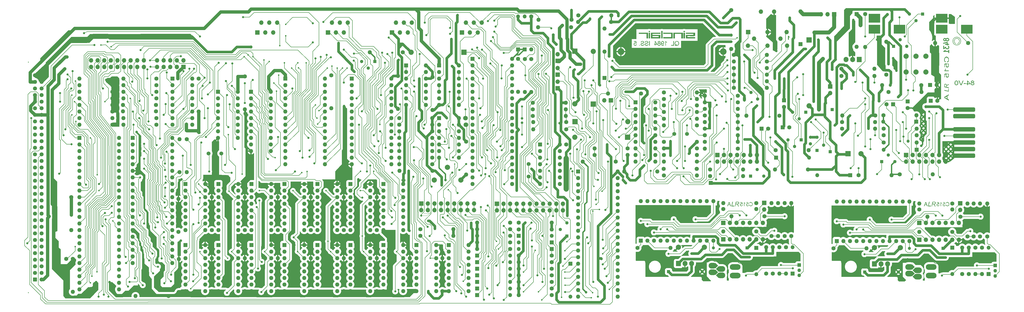
<source format=gbl>
%TF.GenerationSoftware,KiCad,Pcbnew,8.0.8+1*%
%TF.CreationDate,2025-02-09T17:16:14+01:00*%
%TF.ProjectId,Issue_5,49737375-655f-4352-9e6b-696361645f70,Issue 5*%
%TF.SameCoordinates,Original*%
%TF.FileFunction,Copper,L2,Bot*%
%TF.FilePolarity,Positive*%
%FSLAX46Y46*%
G04 Gerber Fmt 4.6, Leading zero omitted, Abs format (unit mm)*
G04 Created by KiCad (PCBNEW 8.0.8+1) date 2025-02-09 17:16:14*
%MOMM*%
%LPD*%
G01*
G04 APERTURE LIST*
G04 Aperture macros list*
%AMRoundRect*
0 Rectangle with rounded corners*
0 $1 Rounding radius*
0 $2 $3 $4 $5 $6 $7 $8 $9 X,Y pos of 4 corners*
0 Add a 4 corners polygon primitive as box body*
4,1,4,$2,$3,$4,$5,$6,$7,$8,$9,$2,$3,0*
0 Add four circle primitives for the rounded corners*
1,1,$1+$1,$2,$3*
1,1,$1+$1,$4,$5*
1,1,$1+$1,$6,$7*
1,1,$1+$1,$8,$9*
0 Add four rect primitives between the rounded corners*
20,1,$1+$1,$2,$3,$4,$5,0*
20,1,$1+$1,$4,$5,$6,$7,0*
20,1,$1+$1,$6,$7,$8,$9,0*
20,1,$1+$1,$8,$9,$2,$3,0*%
%AMHorizOval*
0 Thick line with rounded ends*
0 $1 width*
0 $2 $3 position (X,Y) of the first rounded end (center of the circle)*
0 $4 $5 position (X,Y) of the second rounded end (center of the circle)*
0 Add line between two ends*
20,1,$1,$2,$3,$4,$5,0*
0 Add two circle primitives to create the rounded ends*
1,1,$1,$2,$3*
1,1,$1,$4,$5*%
%AMRotRect*
0 Rectangle, with rotation*
0 The origin of the aperture is its center*
0 $1 length*
0 $2 width*
0 $3 Rotation angle, in degrees counterclockwise*
0 Add horizontal line*
21,1,$1,$2,0,0,$3*%
G04 Aperture macros list end*
%ADD10C,0.187500*%
%ADD11C,0.300000*%
%TA.AperFunction,NonConductor*%
%ADD12C,0.300000*%
%TD*%
%TA.AperFunction,NonConductor*%
%ADD13C,0.200000*%
%TD*%
%TA.AperFunction,NonConductor*%
%ADD14C,0.000000*%
%TD*%
%TA.AperFunction,ComponentPad*%
%ADD15R,1.905000X2.000000*%
%TD*%
%TA.AperFunction,ComponentPad*%
%ADD16O,1.905000X2.000000*%
%TD*%
%TA.AperFunction,ComponentPad*%
%ADD17C,1.600000*%
%TD*%
%TA.AperFunction,ComponentPad*%
%ADD18O,1.600000X1.600000*%
%TD*%
%TA.AperFunction,ComponentPad*%
%ADD19R,1.600000X1.600000*%
%TD*%
%TA.AperFunction,ComponentPad*%
%ADD20R,4.500000X3.500000*%
%TD*%
%TA.AperFunction,ComponentPad*%
%ADD21R,1.500000X1.500000*%
%TD*%
%TA.AperFunction,ComponentPad*%
%ADD22O,1.500000X1.500000*%
%TD*%
%TA.AperFunction,ComponentPad*%
%ADD23R,1.200000X1.200000*%
%TD*%
%TA.AperFunction,ComponentPad*%
%ADD24C,1.200000*%
%TD*%
%TA.AperFunction,ComponentPad*%
%ADD25R,1.700000X1.700000*%
%TD*%
%TA.AperFunction,ComponentPad*%
%ADD26O,1.700000X1.700000*%
%TD*%
%TA.AperFunction,ComponentPad*%
%ADD27R,1.350000X1.350000*%
%TD*%
%TA.AperFunction,ComponentPad*%
%ADD28O,1.350000X1.350000*%
%TD*%
%TA.AperFunction,ComponentPad*%
%ADD29RotRect,1.500000X1.500000X45.000000*%
%TD*%
%TA.AperFunction,ComponentPad*%
%ADD30RoundRect,1.100000X0.400000X0.000010X-0.400000X0.000010X-0.400000X-0.000010X0.400000X-0.000010X0*%
%TD*%
%TA.AperFunction,ComponentPad*%
%ADD31RoundRect,1.100000X-0.400000X-0.000010X0.400000X-0.000010X0.400000X0.000010X-0.400000X0.000010X0*%
%TD*%
%TA.AperFunction,ComponentPad*%
%ADD32R,1.300000X1.300000*%
%TD*%
%TA.AperFunction,ComponentPad*%
%ADD33C,1.300000*%
%TD*%
%TA.AperFunction,ComponentPad*%
%ADD34R,2.000000X2.000000*%
%TD*%
%TA.AperFunction,ComponentPad*%
%ADD35O,2.000000X2.000000*%
%TD*%
%TA.AperFunction,ComponentPad*%
%ADD36C,1.000000*%
%TD*%
%TA.AperFunction,ComponentPad*%
%ADD37C,2.000000*%
%TD*%
%TA.AperFunction,ComponentPad*%
%ADD38RoundRect,1.100000X-0.975000X-0.000010X0.975000X-0.000010X0.975000X0.000010X-0.975000X0.000010X0*%
%TD*%
%TA.AperFunction,ConnectorPad*%
%ADD39RoundRect,0.500000X-3.750000X-0.350000X3.750000X-0.350000X3.750000X0.350000X-3.750000X0.350000X0*%
%TD*%
%TA.AperFunction,ComponentPad*%
%ADD40C,1.500000*%
%TD*%
%TA.AperFunction,ComponentPad*%
%ADD41RoundRect,0.249999X-0.525001X0.525001X-0.525001X-0.525001X0.525001X-0.525001X0.525001X0.525001X0*%
%TD*%
%TA.AperFunction,ComponentPad*%
%ADD42C,1.550000*%
%TD*%
%TA.AperFunction,ComponentPad*%
%ADD43C,1.800000*%
%TD*%
%TA.AperFunction,ComponentPad*%
%ADD44O,2.500000X2.600000*%
%TD*%
%TA.AperFunction,ComponentPad*%
%ADD45O,2.500000X2.500000*%
%TD*%
%TA.AperFunction,ComponentPad*%
%ADD46HorizOval,1.500000X0.000000X0.000000X0.000000X0.000000X0*%
%TD*%
%TA.AperFunction,ViaPad*%
%ADD47C,0.800000*%
%TD*%
%TA.AperFunction,ViaPad*%
%ADD48C,0.600000*%
%TD*%
%TA.AperFunction,ViaPad*%
%ADD49C,1.000000*%
%TD*%
%TA.AperFunction,ViaPad*%
%ADD50C,1.200000*%
%TD*%
%TA.AperFunction,ViaPad*%
%ADD51C,0.500000*%
%TD*%
%TA.AperFunction,Conductor*%
%ADD52C,0.000000*%
%TD*%
%TA.AperFunction,Conductor*%
%ADD53C,0.200000*%
%TD*%
%TA.AperFunction,Conductor*%
%ADD54C,1.000000*%
%TD*%
%TA.AperFunction,Conductor*%
%ADD55C,0.500000*%
%TD*%
%TA.AperFunction,Conductor*%
%ADD56C,1.250000*%
%TD*%
%TA.AperFunction,Conductor*%
%ADD57C,0.508000*%
%TD*%
%TA.AperFunction,Conductor*%
%ADD58C,0.250000*%
%TD*%
%TA.AperFunction,Conductor*%
%ADD59C,2.000000*%
%TD*%
%TA.AperFunction,Conductor*%
%ADD60C,1.500000*%
%TD*%
%ADD61C,0.350000*%
%ADD62C,0.300000*%
G04 APERTURE END LIST*
D10*
G36*
X372333732Y-168618536D02*
G01*
X372693861Y-166876517D01*
X372925013Y-166876517D01*
X372605503Y-168430934D01*
X373502056Y-168430934D01*
X373460600Y-168618536D01*
X372333732Y-168618536D01*
G37*
G36*
X374859714Y-166878261D02*
G01*
X374949065Y-166884522D01*
X375034069Y-166897010D01*
X375095836Y-166912949D01*
X375172291Y-166949282D01*
X375239833Y-167008978D01*
X375269619Y-167049882D01*
X375308151Y-167132618D01*
X375327849Y-167221393D01*
X375332850Y-167303228D01*
X375326258Y-167393359D01*
X375306480Y-167476517D01*
X375267733Y-167563016D01*
X375211763Y-167640407D01*
X375195080Y-167658332D01*
X375126690Y-167715323D01*
X375042070Y-167762816D01*
X374956619Y-167795965D01*
X374859244Y-167822135D01*
X374768989Y-167838613D01*
X374749944Y-167841327D01*
X374818896Y-167894330D01*
X374879562Y-167954457D01*
X374892321Y-167970304D01*
X374937727Y-168040992D01*
X374984615Y-168123055D01*
X375026163Y-168206479D01*
X375062372Y-168291263D01*
X375066523Y-168301957D01*
X375198430Y-168618536D01*
X374940478Y-168618536D01*
X374816945Y-168304051D01*
X374782241Y-168217866D01*
X374745129Y-168137701D01*
X374705609Y-168063555D01*
X374663681Y-167995429D01*
X374611823Y-167923074D01*
X374543499Y-167869384D01*
X374456912Y-167847492D01*
X374369749Y-167841574D01*
X374344590Y-167841327D01*
X374076169Y-167841327D01*
X373915786Y-168618536D01*
X373685052Y-168618536D01*
X373885204Y-167653725D01*
X374115113Y-167653725D01*
X374434204Y-167653725D01*
X374523725Y-167653725D01*
X374607927Y-167653725D01*
X374692168Y-167653725D01*
X374722725Y-167653725D01*
X374807006Y-167640554D01*
X374892321Y-167614781D01*
X374937128Y-167593425D01*
X375007271Y-167542371D01*
X375060668Y-167477147D01*
X375066523Y-167467380D01*
X375099586Y-167390213D01*
X375112541Y-167302222D01*
X375112586Y-167296528D01*
X375100480Y-167212116D01*
X375078248Y-167162527D01*
X375021317Y-167101061D01*
X374988634Y-167084638D01*
X374901938Y-167068047D01*
X374816904Y-167064199D01*
X374800614Y-167064119D01*
X374237389Y-167064119D01*
X374115113Y-167653725D01*
X373885204Y-167653725D01*
X374046437Y-166876517D01*
X374770882Y-166876517D01*
X374859714Y-166878261D01*
G37*
G36*
X296641732Y-168618536D02*
G01*
X297001861Y-166876517D01*
X297233013Y-166876517D01*
X296913503Y-168430934D01*
X297810056Y-168430934D01*
X297768600Y-168618536D01*
X296641732Y-168618536D01*
G37*
G36*
X299167714Y-166878261D02*
G01*
X299257065Y-166884522D01*
X299342069Y-166897010D01*
X299403836Y-166912949D01*
X299480291Y-166949282D01*
X299547833Y-167008978D01*
X299577619Y-167049882D01*
X299616151Y-167132618D01*
X299635849Y-167221393D01*
X299640850Y-167303228D01*
X299634258Y-167393359D01*
X299614480Y-167476517D01*
X299575733Y-167563016D01*
X299519763Y-167640407D01*
X299503080Y-167658332D01*
X299434690Y-167715323D01*
X299350070Y-167762816D01*
X299264619Y-167795965D01*
X299167244Y-167822135D01*
X299076989Y-167838613D01*
X299057944Y-167841327D01*
X299126896Y-167894330D01*
X299187562Y-167954457D01*
X299200321Y-167970304D01*
X299245727Y-168040992D01*
X299292615Y-168123055D01*
X299334163Y-168206479D01*
X299370372Y-168291263D01*
X299374523Y-168301957D01*
X299506430Y-168618536D01*
X299248478Y-168618536D01*
X299124945Y-168304051D01*
X299090241Y-168217866D01*
X299053129Y-168137701D01*
X299013609Y-168063555D01*
X298971681Y-167995429D01*
X298919823Y-167923074D01*
X298851499Y-167869384D01*
X298764912Y-167847492D01*
X298677749Y-167841574D01*
X298652590Y-167841327D01*
X298384169Y-167841327D01*
X298223786Y-168618536D01*
X297993052Y-168618536D01*
X298193204Y-167653725D01*
X298423113Y-167653725D01*
X298742204Y-167653725D01*
X298831725Y-167653725D01*
X298915927Y-167653725D01*
X299000168Y-167653725D01*
X299030725Y-167653725D01*
X299115006Y-167640554D01*
X299200321Y-167614781D01*
X299245128Y-167593425D01*
X299315271Y-167542371D01*
X299368668Y-167477147D01*
X299374523Y-167467380D01*
X299407586Y-167390213D01*
X299420541Y-167302222D01*
X299420586Y-167296528D01*
X299408480Y-167212116D01*
X299386248Y-167162527D01*
X299329317Y-167101061D01*
X299296634Y-167084638D01*
X299209938Y-167068047D01*
X299124904Y-167064199D01*
X299108614Y-167064119D01*
X298545389Y-167064119D01*
X298423113Y-167653725D01*
X298193204Y-167653725D01*
X298354437Y-166876517D01*
X299078882Y-166876517D01*
X299167714Y-166878261D01*
G37*
D11*
D12*
X379215780Y-104184891D02*
X379120542Y-104032510D01*
X379120542Y-104032510D02*
X379025304Y-103956320D01*
X379025304Y-103956320D02*
X378834828Y-103880129D01*
X378834828Y-103880129D02*
X378739590Y-103880129D01*
X378739590Y-103880129D02*
X378549114Y-103956320D01*
X378549114Y-103956320D02*
X378453876Y-104032510D01*
X378453876Y-104032510D02*
X378358638Y-104184891D01*
X378358638Y-104184891D02*
X378358638Y-104489653D01*
X378358638Y-104489653D02*
X378453876Y-104642034D01*
X378453876Y-104642034D02*
X378549114Y-104718225D01*
X378549114Y-104718225D02*
X378739590Y-104794415D01*
X378739590Y-104794415D02*
X378834828Y-104794415D01*
X378834828Y-104794415D02*
X379025304Y-104718225D01*
X379025304Y-104718225D02*
X379120542Y-104642034D01*
X379120542Y-104642034D02*
X379215780Y-104489653D01*
X379215780Y-104489653D02*
X379215780Y-104184891D01*
X379215780Y-104184891D02*
X379311019Y-104032510D01*
X379311019Y-104032510D02*
X379406257Y-103956320D01*
X379406257Y-103956320D02*
X379596733Y-103880129D01*
X379596733Y-103880129D02*
X379977685Y-103880129D01*
X379977685Y-103880129D02*
X380168161Y-103956320D01*
X380168161Y-103956320D02*
X380263400Y-104032510D01*
X380263400Y-104032510D02*
X380358638Y-104184891D01*
X380358638Y-104184891D02*
X380358638Y-104489653D01*
X380358638Y-104489653D02*
X380263400Y-104642034D01*
X380263400Y-104642034D02*
X380168161Y-104718225D01*
X380168161Y-104718225D02*
X379977685Y-104794415D01*
X379977685Y-104794415D02*
X379596733Y-104794415D01*
X379596733Y-104794415D02*
X379406257Y-104718225D01*
X379406257Y-104718225D02*
X379311019Y-104642034D01*
X379311019Y-104642034D02*
X379215780Y-104489653D01*
X379025304Y-106165844D02*
X380358638Y-106165844D01*
X378263400Y-105784892D02*
X379691971Y-105403939D01*
X379691971Y-105403939D02*
X379691971Y-106394416D01*
X378358638Y-106851559D02*
X378358638Y-107842035D01*
X378358638Y-107842035D02*
X379120542Y-107308702D01*
X379120542Y-107308702D02*
X379120542Y-107537273D01*
X379120542Y-107537273D02*
X379215780Y-107689654D01*
X379215780Y-107689654D02*
X379311019Y-107765845D01*
X379311019Y-107765845D02*
X379501495Y-107842035D01*
X379501495Y-107842035D02*
X379977685Y-107842035D01*
X379977685Y-107842035D02*
X380168161Y-107765845D01*
X380168161Y-107765845D02*
X380263400Y-107689654D01*
X380263400Y-107689654D02*
X380358638Y-107537273D01*
X380358638Y-107537273D02*
X380358638Y-107080130D01*
X380358638Y-107080130D02*
X380263400Y-106927749D01*
X380263400Y-106927749D02*
X380168161Y-106851559D01*
X380358638Y-109365845D02*
X380358638Y-108451559D01*
X380358638Y-108908702D02*
X378358638Y-108908702D01*
X378358638Y-108908702D02*
X378644352Y-108756321D01*
X378644352Y-108756321D02*
X378834828Y-108603940D01*
X378834828Y-108603940D02*
X378930066Y-108451559D01*
D10*
G36*
X380327536Y-124363267D02*
G01*
X378585517Y-124003138D01*
X378585517Y-123771986D01*
X380139934Y-124091496D01*
X380139934Y-123194943D01*
X380327536Y-123236399D01*
X380327536Y-124363267D01*
G37*
G36*
X379102359Y-121370741D02*
G01*
X379185517Y-121390519D01*
X379272016Y-121429266D01*
X379349407Y-121485236D01*
X379367332Y-121501919D01*
X379424323Y-121570309D01*
X379471816Y-121654929D01*
X379504965Y-121740380D01*
X379531135Y-121837755D01*
X379547613Y-121928010D01*
X379550327Y-121947055D01*
X379603330Y-121878103D01*
X379663457Y-121817437D01*
X379679304Y-121804678D01*
X379749992Y-121759272D01*
X379832055Y-121712384D01*
X379915479Y-121670836D01*
X380000263Y-121634627D01*
X380010957Y-121630476D01*
X380327536Y-121498569D01*
X380327536Y-121756521D01*
X380013051Y-121880054D01*
X379926866Y-121914758D01*
X379846701Y-121951870D01*
X379772555Y-121991390D01*
X379704429Y-122033318D01*
X379632074Y-122085176D01*
X379578384Y-122153500D01*
X379556492Y-122240087D01*
X379550574Y-122327250D01*
X379550327Y-122352409D01*
X379550327Y-122620830D01*
X380327536Y-122781213D01*
X380327536Y-123011947D01*
X378585517Y-122650562D01*
X378585517Y-121926117D01*
X378586101Y-121896385D01*
X378773119Y-121896385D01*
X378773119Y-122459610D01*
X379362725Y-122581886D01*
X379362725Y-122262795D01*
X379362725Y-122173274D01*
X379362725Y-122089072D01*
X379362725Y-122004831D01*
X379362725Y-121974274D01*
X379349554Y-121889993D01*
X379323781Y-121804678D01*
X379302425Y-121759871D01*
X379251371Y-121689728D01*
X379186147Y-121636331D01*
X379176380Y-121630476D01*
X379099213Y-121597413D01*
X379011222Y-121584458D01*
X379005528Y-121584413D01*
X378921116Y-121596519D01*
X378871527Y-121618751D01*
X378810061Y-121675682D01*
X378793638Y-121708365D01*
X378777047Y-121795061D01*
X378773199Y-121880095D01*
X378773119Y-121896385D01*
X378586101Y-121896385D01*
X378587261Y-121837285D01*
X378593522Y-121747934D01*
X378606010Y-121662930D01*
X378621949Y-121601163D01*
X378658282Y-121524708D01*
X378717978Y-121457166D01*
X378758882Y-121427380D01*
X378841618Y-121388848D01*
X378930393Y-121369150D01*
X379012228Y-121364149D01*
X379102359Y-121370741D01*
G37*
G36*
X380327536Y-125824656D02*
G01*
X379791530Y-126101261D01*
X379791530Y-127153948D01*
X380327536Y-127447650D01*
X380327536Y-127826837D01*
X378585517Y-126796743D01*
X378585517Y-126609286D01*
X378799920Y-126609286D01*
X378884824Y-126651945D01*
X378966468Y-126694745D01*
X379047911Y-126738519D01*
X379138692Y-126788194D01*
X379577128Y-127050755D01*
X379577128Y-126197127D01*
X379106448Y-126473732D01*
X379055682Y-126500225D01*
X378966983Y-126542954D01*
X378881729Y-126579308D01*
X378799920Y-126609286D01*
X378585517Y-126609286D01*
X378585517Y-126437706D01*
X380327536Y-125471115D01*
X380327536Y-125824656D01*
G37*
G36*
X379709454Y-112811515D02*
G01*
X379765986Y-113144907D01*
X379852303Y-113108002D01*
X379931975Y-113062928D01*
X380018809Y-112998056D01*
X380096074Y-112921420D01*
X380163770Y-112833020D01*
X380203584Y-112767551D01*
X380254816Y-112661385D01*
X380295448Y-112546674D01*
X380325481Y-112423420D01*
X380344914Y-112291621D01*
X380353747Y-112151280D01*
X380354336Y-112102600D01*
X380351545Y-111979039D01*
X380340827Y-111840565D01*
X380322072Y-111712781D01*
X380295278Y-111595687D01*
X380253859Y-111472590D01*
X380240016Y-111440092D01*
X380185112Y-111334508D01*
X380120429Y-111240554D01*
X380045967Y-111158229D01*
X379961727Y-111087533D01*
X379909200Y-111052356D01*
X379826738Y-111007119D01*
X379742038Y-110971241D01*
X379655101Y-110944722D01*
X379565926Y-110927563D01*
X379474513Y-110919764D01*
X379443545Y-110919244D01*
X379344232Y-110924525D01*
X379249806Y-110940367D01*
X379160268Y-110966771D01*
X379075617Y-111003737D01*
X378995854Y-111051264D01*
X378970353Y-111069453D01*
X378886697Y-111141247D01*
X378812338Y-111225196D01*
X378747278Y-111321300D01*
X378691515Y-111429559D01*
X378663824Y-111496878D01*
X378622870Y-111621057D01*
X378591974Y-111750495D01*
X378571137Y-111885192D01*
X378560359Y-112025149D01*
X378558717Y-112107485D01*
X378563472Y-112244993D01*
X378577738Y-112374044D01*
X378601513Y-112494636D01*
X378634800Y-112606771D01*
X378685653Y-112726905D01*
X378693975Y-112743127D01*
X378758420Y-112848381D01*
X378833405Y-112938674D01*
X378906067Y-113004162D01*
X378986473Y-113058658D01*
X379074622Y-113102164D01*
X379126548Y-112773658D01*
X379040494Y-112725038D01*
X378958699Y-112658481D01*
X378892805Y-112579365D01*
X378857708Y-112519645D01*
X378813101Y-112407112D01*
X378785015Y-112277883D01*
X378773863Y-112147301D01*
X378773119Y-112100769D01*
X378777608Y-111978197D01*
X378793730Y-111849349D01*
X378821577Y-111732485D01*
X378866920Y-111615336D01*
X378924516Y-111514899D01*
X378992247Y-111432719D01*
X379070115Y-111368797D01*
X379117754Y-111341173D01*
X379207116Y-111303097D01*
X379298067Y-111277482D01*
X379390609Y-111264328D01*
X379442708Y-111262405D01*
X379534453Y-111266875D01*
X379620989Y-111280287D01*
X379713507Y-111306562D01*
X379799221Y-111344515D01*
X379819586Y-111355828D01*
X379895093Y-111409294D01*
X379967837Y-111484862D01*
X380027663Y-111576756D01*
X380060370Y-111647087D01*
X380098831Y-111760635D01*
X380124705Y-111879400D01*
X380137991Y-112003380D01*
X380139934Y-112074512D01*
X380133155Y-112209228D01*
X380112819Y-112333105D01*
X380078926Y-112446143D01*
X380031476Y-112548344D01*
X379970678Y-112637607D01*
X379896742Y-112711223D01*
X379809667Y-112769192D01*
X379722699Y-112807081D01*
X379709454Y-112811515D01*
G37*
G36*
X379871931Y-113415406D02*
G01*
X379845130Y-113740249D01*
X379929879Y-113772067D01*
X380006666Y-113828555D01*
X380066233Y-113907555D01*
X380111144Y-114013658D01*
X380135327Y-114135044D01*
X380139934Y-114224460D01*
X380129546Y-114357398D01*
X380098385Y-114476860D01*
X380046450Y-114582846D01*
X380033570Y-114602426D01*
X379960043Y-114683892D01*
X379882260Y-114731414D01*
X379793480Y-114754496D01*
X379750492Y-114756909D01*
X379661870Y-114745124D01*
X379576533Y-114704385D01*
X379505017Y-114634547D01*
X379486258Y-114607921D01*
X379435247Y-114506181D01*
X379403129Y-114386433D01*
X379390376Y-114263263D01*
X379389526Y-114218965D01*
X379396659Y-114093676D01*
X379420134Y-113971888D01*
X379426795Y-113949076D01*
X379469613Y-113842067D01*
X379523527Y-113760399D01*
X379496727Y-113470360D01*
X378612318Y-113713993D01*
X378612318Y-114966348D01*
X378826720Y-114966348D01*
X378826720Y-113961288D01*
X379299075Y-113825734D01*
X379250777Y-113925924D01*
X379210106Y-114043075D01*
X379184928Y-114163049D01*
X379175245Y-114285848D01*
X379175123Y-114301397D01*
X379182658Y-114440715D01*
X379205261Y-114570157D01*
X379242932Y-114689723D01*
X379295672Y-114799413D01*
X379332575Y-114857660D01*
X379405605Y-114946167D01*
X379487292Y-115012935D01*
X379577635Y-115057965D01*
X379661961Y-115079260D01*
X379737092Y-115084806D01*
X379823092Y-115077807D01*
X379917732Y-115051953D01*
X380006240Y-115007049D01*
X380088616Y-114943093D01*
X380143702Y-114885748D01*
X380215285Y-114788640D01*
X380272057Y-114679124D01*
X380314019Y-114557200D01*
X380341171Y-114422869D01*
X380352485Y-114301448D01*
X380354336Y-114224460D01*
X380349698Y-114099989D01*
X380332566Y-113966006D01*
X380302809Y-113844119D01*
X380260429Y-113734328D01*
X380222428Y-113663312D01*
X380160428Y-113577360D01*
X380090211Y-113509172D01*
X380011780Y-113458749D01*
X379925132Y-113426091D01*
X379871931Y-113415406D01*
G37*
G36*
X380327536Y-116526449D02*
G01*
X380327536Y-116217482D01*
X378969934Y-116217482D01*
X379024954Y-116123887D01*
X379075493Y-116020894D01*
X379116917Y-115924390D01*
X379159160Y-115814684D01*
X379197409Y-115702409D01*
X379227049Y-115598937D01*
X379021022Y-115598937D01*
X378982514Y-115709345D01*
X378934384Y-115827870D01*
X378881856Y-115938227D01*
X378824932Y-116040418D01*
X378817507Y-116052618D01*
X378758096Y-116142606D01*
X378692386Y-116226873D01*
X378620772Y-116299431D01*
X378585517Y-116327391D01*
X378585517Y-116526449D01*
X380327536Y-116526449D01*
G37*
G36*
X379871931Y-117308637D02*
G01*
X379845130Y-117633480D01*
X379929879Y-117665298D01*
X380006666Y-117721786D01*
X380066233Y-117800786D01*
X380111144Y-117906888D01*
X380135327Y-118028275D01*
X380139934Y-118117691D01*
X380129546Y-118250629D01*
X380098385Y-118370091D01*
X380046450Y-118476077D01*
X380033570Y-118495657D01*
X379960043Y-118577123D01*
X379882260Y-118624645D01*
X379793480Y-118647727D01*
X379750492Y-118650140D01*
X379661870Y-118638355D01*
X379576533Y-118597616D01*
X379505017Y-118527778D01*
X379486258Y-118501152D01*
X379435247Y-118399412D01*
X379403129Y-118279664D01*
X379390376Y-118156494D01*
X379389526Y-118112196D01*
X379396659Y-117986907D01*
X379420134Y-117865119D01*
X379426795Y-117842307D01*
X379469613Y-117735298D01*
X379523527Y-117653630D01*
X379496727Y-117363591D01*
X378612318Y-117607224D01*
X378612318Y-118859579D01*
X378826720Y-118859579D01*
X378826720Y-117854519D01*
X379299075Y-117718965D01*
X379250777Y-117819155D01*
X379210106Y-117936306D01*
X379184928Y-118056280D01*
X379175245Y-118179079D01*
X379175123Y-118194628D01*
X379182658Y-118333946D01*
X379205261Y-118463388D01*
X379242932Y-118582954D01*
X379295672Y-118692644D01*
X379332575Y-118750891D01*
X379405605Y-118839398D01*
X379487292Y-118906166D01*
X379577635Y-118951196D01*
X379661961Y-118972491D01*
X379737092Y-118978036D01*
X379823092Y-118971038D01*
X379917732Y-118945184D01*
X380006240Y-118900279D01*
X380088616Y-118836324D01*
X380143702Y-118778979D01*
X380215285Y-118681871D01*
X380272057Y-118572355D01*
X380314019Y-118450431D01*
X380341171Y-118316100D01*
X380352485Y-118194679D01*
X380354336Y-118117691D01*
X380349698Y-117993220D01*
X380332566Y-117859237D01*
X380302809Y-117737350D01*
X380260429Y-117627559D01*
X380222428Y-117556543D01*
X380160428Y-117470591D01*
X380090211Y-117402403D01*
X380011780Y-117351980D01*
X379925132Y-117319322D01*
X379871931Y-117308637D01*
G37*
D13*
X384958022Y-104902000D02*
G75*
G02*
X381867978Y-104902000I-1545022J0D01*
G01*
X381867978Y-104902000D02*
G75*
G02*
X384958022Y-104902000I1545022J0D01*
G01*
X383081825Y-105895526D02*
G75*
G02*
X383667000Y-105917999I331175J993526D01*
G01*
D10*
G36*
X389493065Y-120141002D02*
G01*
X389605352Y-120150322D01*
X389707183Y-120171505D01*
X389810759Y-120210240D01*
X389900678Y-120264469D01*
X389973159Y-120330082D01*
X390024931Y-120402972D01*
X390055994Y-120483137D01*
X390066348Y-120570578D01*
X390063608Y-120614611D01*
X390038864Y-120701834D01*
X389988386Y-120777861D01*
X389937919Y-120823440D01*
X389850055Y-120874319D01*
X389748857Y-120911025D01*
X389784334Y-120919693D01*
X389881404Y-120953601D01*
X389972796Y-121005185D01*
X390046858Y-121071408D01*
X390071381Y-121101611D01*
X390118385Y-121184904D01*
X390143215Y-121269378D01*
X390151491Y-121362861D01*
X390148494Y-121420074D01*
X390128824Y-121514401D01*
X390090796Y-121601355D01*
X390034409Y-121680935D01*
X389959663Y-121753140D01*
X389883472Y-121806222D01*
X389783825Y-121854271D01*
X389672594Y-121887371D01*
X389568032Y-121903845D01*
X389454960Y-121909336D01*
X389359994Y-121905533D01*
X389253869Y-121890929D01*
X389140860Y-121860047D01*
X389039485Y-121814257D01*
X388949743Y-121753559D01*
X388904784Y-121713470D01*
X388840529Y-121637803D01*
X388794632Y-121555124D01*
X388767094Y-121465430D01*
X388757915Y-121368724D01*
X388758074Y-121363280D01*
X389023090Y-121363280D01*
X389034910Y-121448626D01*
X389075220Y-121531076D01*
X389144136Y-121601551D01*
X389151765Y-121607297D01*
X389244082Y-121658456D01*
X389341364Y-121685814D01*
X389451369Y-121694934D01*
X389466310Y-121694760D01*
X389574404Y-121682406D01*
X389675511Y-121650546D01*
X389688264Y-121644802D01*
X389771263Y-121592656D01*
X389831949Y-121524501D01*
X389871186Y-121441901D01*
X389884265Y-121356580D01*
X389872494Y-121272477D01*
X389832356Y-121190639D01*
X389763732Y-121119984D01*
X389673470Y-121065864D01*
X389568421Y-121034210D01*
X389460089Y-121024927D01*
X389436932Y-121025301D01*
X389328479Y-121038412D01*
X389232249Y-121070252D01*
X389148240Y-121120821D01*
X389140540Y-121126864D01*
X389076987Y-121192736D01*
X389035311Y-121276626D01*
X389023090Y-121363280D01*
X388758074Y-121363280D01*
X388758808Y-121338115D01*
X388772196Y-121251146D01*
X388805916Y-121163060D01*
X388859471Y-121083971D01*
X388886319Y-121055162D01*
X388966201Y-120992128D01*
X389053683Y-120946376D01*
X389155933Y-120911025D01*
X389090896Y-120888806D01*
X388997334Y-120841951D01*
X388921533Y-120778699D01*
X388895213Y-120745305D01*
X388856866Y-120665780D01*
X388845522Y-120586491D01*
X389111310Y-120586491D01*
X389111404Y-120592351D01*
X389138380Y-120678326D01*
X389207224Y-120745617D01*
X389251764Y-120770908D01*
X389348154Y-120801397D01*
X389452908Y-120810524D01*
X389499751Y-120808929D01*
X389608416Y-120789855D01*
X389704234Y-120745199D01*
X389721467Y-120732619D01*
X389782204Y-120659783D01*
X389800661Y-120576859D01*
X389800565Y-120571179D01*
X389773012Y-120487193D01*
X389702695Y-120420245D01*
X389657405Y-120394791D01*
X389560403Y-120364106D01*
X389455986Y-120354920D01*
X389402497Y-120357275D01*
X389298357Y-120378540D01*
X389210302Y-120421920D01*
X389198314Y-120430366D01*
X389133061Y-120501527D01*
X389111310Y-120586491D01*
X388845522Y-120586491D01*
X388844084Y-120576441D01*
X388854631Y-120488816D01*
X388886271Y-120408101D01*
X388939004Y-120334296D01*
X389012831Y-120267400D01*
X389034349Y-120252035D01*
X389128917Y-120200489D01*
X389237077Y-120164803D01*
X389342867Y-120146589D01*
X389459063Y-120140517D01*
X389493065Y-120141002D01*
G37*
G36*
X388598400Y-121266129D02*
G01*
X388598400Y-121480531D01*
X387680804Y-121480531D01*
X387680804Y-121882536D01*
X387421272Y-121882536D01*
X387421272Y-121480531D01*
X387135581Y-121480531D01*
X387135581Y-121266129D01*
X387421272Y-121266129D01*
X387680804Y-121266129D01*
X388342971Y-121266129D01*
X387680804Y-120512371D01*
X387680804Y-121266129D01*
X387421272Y-121266129D01*
X387421272Y-120167318D01*
X387633103Y-120167318D01*
X388598400Y-121266129D01*
G37*
G36*
X386906823Y-121373330D02*
G01*
X386906823Y-121158928D01*
X386109248Y-121158928D01*
X386109248Y-121373330D01*
X386906823Y-121373330D01*
G37*
G36*
X385189600Y-121882536D02*
G01*
X386009230Y-120140517D01*
X385706101Y-120140517D01*
X385156774Y-121398037D01*
X385121012Y-121481579D01*
X385088739Y-121562141D01*
X385056973Y-121648157D01*
X385045473Y-121681533D01*
X385013195Y-121593031D01*
X384981576Y-121513308D01*
X384947523Y-121433520D01*
X384931607Y-121398037D01*
X384360225Y-120140517D01*
X384074534Y-120140517D01*
X384902371Y-121882536D01*
X385189600Y-121882536D01*
G37*
G36*
X383334595Y-120144095D02*
G01*
X383437738Y-120159994D01*
X383542049Y-120193085D01*
X383633944Y-120242275D01*
X383705207Y-120298335D01*
X383767173Y-120365179D01*
X383819842Y-120442806D01*
X383863215Y-120531215D01*
X383876965Y-120567365D01*
X383903787Y-120659900D01*
X383920918Y-120748339D01*
X383932638Y-120845199D01*
X383938273Y-120932348D01*
X383940152Y-121025345D01*
X383938312Y-121114503D01*
X383932795Y-121198876D01*
X383919715Y-121303931D01*
X383900097Y-121400481D01*
X383873938Y-121488524D01*
X383841240Y-121568061D01*
X383791171Y-121655521D01*
X383730884Y-121729690D01*
X383660872Y-121790742D01*
X383567523Y-121846004D01*
X383461607Y-121884073D01*
X383360820Y-121903020D01*
X383250801Y-121909336D01*
X383166483Y-121905744D01*
X383062811Y-121889779D01*
X382958135Y-121856551D01*
X382866118Y-121807160D01*
X382794695Y-121750759D01*
X382732762Y-121683732D01*
X382680316Y-121606079D01*
X382637360Y-121517800D01*
X382623703Y-121481595D01*
X382597059Y-121389099D01*
X382580043Y-121300886D01*
X382568400Y-121204428D01*
X382562803Y-121117749D01*
X382560937Y-121025345D01*
X382560941Y-121024927D01*
X382827650Y-121024927D01*
X382829557Y-121121240D01*
X382835279Y-121209178D01*
X382847797Y-121307324D01*
X382866274Y-121392384D01*
X382896316Y-121477181D01*
X382949722Y-121560932D01*
X382973107Y-121584880D01*
X383049211Y-121642589D01*
X383144240Y-121681847D01*
X383250288Y-121694934D01*
X383283351Y-121693763D01*
X383386334Y-121672956D01*
X383478197Y-121626141D01*
X383551366Y-121561770D01*
X383558876Y-121553157D01*
X383604773Y-121478123D01*
X383634814Y-121393267D01*
X383653292Y-121308068D01*
X383665809Y-121209702D01*
X383671531Y-121121528D01*
X383673438Y-121024927D01*
X383673307Y-120999971D01*
X383670158Y-120905103D01*
X383662809Y-120818166D01*
X383647717Y-120720646D01*
X383626063Y-120635517D01*
X383591418Y-120549718D01*
X383539056Y-120472171D01*
X383532318Y-120464957D01*
X383457164Y-120405415D01*
X383358181Y-120366370D01*
X383253365Y-120354920D01*
X383219844Y-120356090D01*
X383115659Y-120376897D01*
X383023095Y-120423712D01*
X382949722Y-120488083D01*
X382896316Y-120571416D01*
X382866274Y-120656174D01*
X382847797Y-120741381D01*
X382835279Y-120839837D01*
X382829557Y-120928142D01*
X382827650Y-121024927D01*
X382560941Y-121024927D01*
X382561356Y-120977989D01*
X382564710Y-120888863D01*
X382572862Y-120794298D01*
X382587768Y-120698638D01*
X382608637Y-120616222D01*
X382614740Y-120597403D01*
X382645674Y-120517209D01*
X382686707Y-120436730D01*
X382739942Y-120358688D01*
X382784565Y-120308830D01*
X382862079Y-120245723D01*
X382952287Y-120196630D01*
X383036536Y-120167040D01*
X383138699Y-120147148D01*
X383250801Y-120140517D01*
X383334595Y-120144095D01*
G37*
D14*
%TA.AperFunction,NonConductor*%
G36*
X265377149Y-103886000D02*
G01*
X264817087Y-103886000D01*
X264817087Y-101661533D01*
X265377149Y-101661533D01*
X265377149Y-103886000D01*
G37*
%TD.AperFunction*%
%TA.AperFunction,NonConductor*%
G36*
X265377150Y-101417003D02*
G01*
X264817087Y-101417003D01*
X264817087Y-101019896D01*
X265377150Y-101019896D01*
X265377150Y-101417003D01*
G37*
%TD.AperFunction*%
%TA.AperFunction,NonConductor*%
G36*
X278014050Y-103886000D02*
G01*
X277367217Y-103886000D01*
X277367217Y-102097673D01*
X274906098Y-102097673D01*
X274906098Y-103886000D01*
X274338147Y-103886000D01*
X274338147Y-101661533D01*
X278014050Y-101661533D01*
X278014050Y-103886000D01*
G37*
%TD.AperFunction*%
%TA.AperFunction,NonConductor*%
G36*
X282692659Y-102986747D02*
G01*
X281763312Y-103004297D01*
X279765235Y-102986747D01*
X279765235Y-103407515D01*
X282692659Y-103407515D01*
X282692659Y-103886001D01*
X279103994Y-103886001D01*
X279103994Y-102513455D01*
X282053581Y-102513455D01*
X282053581Y-102097674D01*
X279103994Y-102097674D01*
X279103994Y-101661534D01*
X282692659Y-101661534D01*
X282692659Y-102986747D01*
G37*
%TD.AperFunction*%
%TA.AperFunction,NonConductor*%
G36*
X270196841Y-103886000D02*
G01*
X269621003Y-103886000D01*
X269621003Y-101019897D01*
X270196841Y-101019897D01*
X270196841Y-103886000D01*
G37*
%TD.AperFunction*%
%TA.AperFunction,NonConductor*%
G36*
X269297587Y-102097673D02*
G01*
X266315846Y-102097673D01*
X266315846Y-102513455D01*
X269297586Y-102513455D01*
X269302446Y-103099598D01*
X269297586Y-103886000D01*
X266315846Y-103886000D01*
X265701035Y-103886000D01*
X265701035Y-103407515D01*
X265701035Y-102986756D01*
X266315846Y-102986756D01*
X266315846Y-103407515D01*
X268619202Y-103407515D01*
X268619202Y-102986756D01*
X266315846Y-102986756D01*
X265701035Y-102986756D01*
X265701035Y-101661533D01*
X269297587Y-101661533D01*
X269297587Y-102097673D01*
G37*
%TD.AperFunction*%
%TA.AperFunction,NonConductor*%
G36*
X264541000Y-103886000D02*
G01*
X263973050Y-103886000D01*
X263973050Y-102097673D01*
X261008676Y-102097673D01*
X261008676Y-101661533D01*
X264541000Y-101661533D01*
X264541000Y-103886000D01*
G37*
%TD.AperFunction*%
%TA.AperFunction,NonConductor*%
G36*
X278815635Y-103886000D02*
G01*
X278254641Y-103886000D01*
X278254641Y-101661534D01*
X278815635Y-101661534D01*
X278815635Y-103886000D01*
G37*
%TD.AperFunction*%
%TA.AperFunction,NonConductor*%
G36*
X274026408Y-103886000D02*
G01*
X270425618Y-103885981D01*
X270425599Y-103407514D01*
X273462558Y-103407514D01*
X273462558Y-102097673D01*
X270425599Y-102097673D01*
X270425599Y-101661533D01*
X274026408Y-101661533D01*
X274026408Y-103886000D01*
G37*
%TD.AperFunction*%
%TA.AperFunction,NonConductor*%
G36*
X278815635Y-101417003D02*
G01*
X278254641Y-101417003D01*
X278254641Y-101019896D01*
X278815635Y-101019896D01*
X278815635Y-101417003D01*
G37*
%TD.AperFunction*%
D10*
G36*
X379378490Y-167987246D02*
G01*
X379178455Y-168036705D01*
X379200598Y-168112223D01*
X379227642Y-168181927D01*
X379266566Y-168257897D01*
X379312547Y-168325496D01*
X379365587Y-168384722D01*
X379404868Y-168419556D01*
X379468568Y-168464378D01*
X379537395Y-168499927D01*
X379611347Y-168526202D01*
X379690426Y-168543204D01*
X379774631Y-168550932D01*
X379803839Y-168551447D01*
X379877976Y-168549005D01*
X379961060Y-168539628D01*
X380037731Y-168523219D01*
X380107987Y-168499778D01*
X380181845Y-168463541D01*
X380201344Y-168451429D01*
X380264694Y-168403394D01*
X380321067Y-168346804D01*
X380370462Y-168281658D01*
X380412880Y-168207957D01*
X380433986Y-168162002D01*
X380461128Y-168089856D01*
X380482655Y-168015754D01*
X380498566Y-167939693D01*
X380508861Y-167861674D01*
X380513541Y-167781698D01*
X380513853Y-167754605D01*
X380510684Y-167667716D01*
X380501179Y-167585104D01*
X380485337Y-167506768D01*
X380463157Y-167432708D01*
X380434641Y-167362924D01*
X380423727Y-167340613D01*
X380380651Y-167267423D01*
X380330282Y-167202368D01*
X380272619Y-167145447D01*
X380207664Y-167096660D01*
X380167272Y-167072434D01*
X380092765Y-167036603D01*
X380015102Y-167009573D01*
X379934284Y-166991343D01*
X379850310Y-166981914D01*
X379800908Y-166980477D01*
X379718403Y-166984637D01*
X379640973Y-166997118D01*
X379568617Y-167017919D01*
X379501337Y-167047041D01*
X379429256Y-167091532D01*
X379419523Y-167098812D01*
X379356371Y-167155195D01*
X379302195Y-167220799D01*
X379262902Y-167284370D01*
X379230204Y-167354716D01*
X379204101Y-167431838D01*
X379401205Y-167477267D01*
X379430376Y-167401979D01*
X379470311Y-167330418D01*
X379517780Y-167272767D01*
X379553612Y-167242061D01*
X379621132Y-167203035D01*
X379698670Y-167178462D01*
X379777019Y-167168706D01*
X379804938Y-167168055D01*
X379878481Y-167171982D01*
X379955790Y-167186087D01*
X380025908Y-167210451D01*
X380096198Y-167250121D01*
X380156460Y-167300511D01*
X380205768Y-167359768D01*
X380244121Y-167427894D01*
X380260695Y-167469573D01*
X380283541Y-167547755D01*
X380298910Y-167627327D01*
X380306802Y-167708291D01*
X380307956Y-167753872D01*
X380305274Y-167834139D01*
X380297227Y-167909849D01*
X380281462Y-167990792D01*
X380258690Y-168065782D01*
X380251903Y-168083600D01*
X380219823Y-168149660D01*
X380174482Y-168213303D01*
X380119346Y-168265644D01*
X380077147Y-168294259D01*
X380009018Y-168327908D01*
X379937759Y-168350545D01*
X379863371Y-168362169D01*
X379820692Y-168363868D01*
X379739863Y-168357938D01*
X379665536Y-168340146D01*
X379597713Y-168310494D01*
X379536393Y-168268980D01*
X379482835Y-168215788D01*
X379438665Y-168151102D01*
X379403884Y-168074921D01*
X379381151Y-167998834D01*
X379378490Y-167987246D01*
G37*
G36*
X379016156Y-168129395D02*
G01*
X378821250Y-168105948D01*
X378802159Y-168180094D01*
X378768266Y-168247274D01*
X378720866Y-168299388D01*
X378657205Y-168338681D01*
X378584373Y-168359838D01*
X378530723Y-168363868D01*
X378450960Y-168354781D01*
X378379283Y-168327518D01*
X378315692Y-168282080D01*
X378303944Y-168270812D01*
X378255064Y-168206483D01*
X378226551Y-168138432D01*
X378212702Y-168060759D01*
X378211254Y-168023150D01*
X378218325Y-167945615D01*
X378242768Y-167870954D01*
X378284671Y-167808386D01*
X378300646Y-167791974D01*
X378361690Y-167747345D01*
X378433539Y-167719245D01*
X378507441Y-167708087D01*
X378534020Y-167707344D01*
X378609194Y-167713585D01*
X378682266Y-167734123D01*
X378695953Y-167739950D01*
X378760159Y-167777411D01*
X378809160Y-167824580D01*
X378983183Y-167801133D01*
X378837004Y-167027371D01*
X378085591Y-167027371D01*
X378085591Y-167214950D01*
X378688626Y-167214950D01*
X378769959Y-167628209D01*
X378709845Y-167585954D01*
X378639554Y-167550371D01*
X378567570Y-167528343D01*
X378493890Y-167519871D01*
X378484561Y-167519765D01*
X378400970Y-167526357D01*
X378323305Y-167546132D01*
X378251565Y-167579090D01*
X378185751Y-167625232D01*
X378150803Y-167657518D01*
X378097699Y-167721411D01*
X378057638Y-167792878D01*
X378030620Y-167871918D01*
X378017843Y-167945695D01*
X378014516Y-168011426D01*
X378018715Y-168086667D01*
X378034227Y-168169466D01*
X378061170Y-168246901D01*
X378099543Y-168318971D01*
X378133951Y-168367166D01*
X378192215Y-168429792D01*
X378257925Y-168479462D01*
X378331079Y-168516174D01*
X378411678Y-168539929D01*
X378484530Y-168549827D01*
X378530723Y-168551447D01*
X378605406Y-168547390D01*
X378685796Y-168532401D01*
X378758928Y-168506367D01*
X378824802Y-168469289D01*
X378867412Y-168436042D01*
X378918983Y-168381798D01*
X378959896Y-168320367D01*
X378990150Y-168251748D01*
X379009744Y-168175941D01*
X379016156Y-168129395D01*
G37*
G36*
X377149530Y-168528000D02*
G01*
X377334910Y-168528000D01*
X377334910Y-167340247D01*
X377391067Y-167388383D01*
X377452863Y-167432599D01*
X377510765Y-167468840D01*
X377576589Y-167505799D01*
X377643954Y-167539263D01*
X377706037Y-167565194D01*
X377706037Y-167384943D01*
X377639792Y-167351253D01*
X377568677Y-167309144D01*
X377502463Y-167263188D01*
X377441148Y-167213386D01*
X377433829Y-167206890D01*
X377379836Y-167154912D01*
X377329275Y-167097422D01*
X377285741Y-167034768D01*
X377268965Y-167003924D01*
X377149530Y-167003924D01*
X377149530Y-168528000D01*
G37*
G36*
X376680217Y-168129395D02*
G01*
X376485311Y-168105948D01*
X376466220Y-168180094D01*
X376432327Y-168247274D01*
X376384928Y-168299388D01*
X376321266Y-168338681D01*
X376248434Y-168359838D01*
X376194785Y-168363868D01*
X376115022Y-168354781D01*
X376043344Y-168327518D01*
X375979753Y-168282080D01*
X375968005Y-168270812D01*
X375919126Y-168206483D01*
X375890612Y-168138432D01*
X375876763Y-168060759D01*
X375875315Y-168023150D01*
X375882386Y-167945615D01*
X375906829Y-167870954D01*
X375948732Y-167808386D01*
X375964708Y-167791974D01*
X376025752Y-167747345D01*
X376097601Y-167719245D01*
X376171503Y-167708087D01*
X376198082Y-167707344D01*
X376273255Y-167713585D01*
X376346328Y-167734123D01*
X376360015Y-167739950D01*
X376424220Y-167777411D01*
X376473221Y-167824580D01*
X376647244Y-167801133D01*
X376501065Y-167027371D01*
X375749652Y-167027371D01*
X375749652Y-167214950D01*
X376352688Y-167214950D01*
X376434020Y-167628209D01*
X376373906Y-167585954D01*
X376303616Y-167550371D01*
X376231631Y-167528343D01*
X376157952Y-167519871D01*
X376148623Y-167519765D01*
X376065032Y-167526357D01*
X375987367Y-167546132D01*
X375915627Y-167579090D01*
X375849813Y-167625232D01*
X375814865Y-167657518D01*
X375761761Y-167721411D01*
X375721700Y-167792878D01*
X375694682Y-167871918D01*
X375681905Y-167945695D01*
X375678577Y-168011426D01*
X375682776Y-168086667D01*
X375698289Y-168169466D01*
X375725232Y-168246901D01*
X375763605Y-168318971D01*
X375798012Y-168367166D01*
X375856277Y-168429792D01*
X375921986Y-168479462D01*
X375995140Y-168516174D01*
X376075739Y-168539929D01*
X376148592Y-168549827D01*
X376194785Y-168551447D01*
X376269467Y-168547390D01*
X376349857Y-168532401D01*
X376422989Y-168506367D01*
X376488864Y-168469289D01*
X376531473Y-168436042D01*
X376583045Y-168381798D01*
X376623957Y-168320367D01*
X376654211Y-168251748D01*
X376673806Y-168175941D01*
X376680217Y-168129395D01*
G37*
G36*
X372161847Y-168528000D02*
G01*
X371949722Y-168528000D01*
X371783759Y-168059053D01*
X371152147Y-168059053D01*
X370975926Y-168528000D01*
X370748413Y-168528000D01*
X371014653Y-167871475D01*
X371214062Y-167871475D01*
X371726240Y-167871475D01*
X371560277Y-167459681D01*
X371544380Y-167415267D01*
X371518743Y-167337665D01*
X371496931Y-167263077D01*
X371478944Y-167191503D01*
X371453348Y-167265784D01*
X371427668Y-167337214D01*
X371401404Y-167408468D01*
X371371599Y-167487891D01*
X371214062Y-167871475D01*
X371014653Y-167871475D01*
X371366470Y-167003924D01*
X371581892Y-167003924D01*
X372161847Y-168528000D01*
G37*
G36*
X275748359Y-104876406D02*
G01*
X275832843Y-104886731D01*
X275927388Y-104908564D01*
X276017605Y-104940937D01*
X276103494Y-104983849D01*
X276161161Y-105020719D01*
X276234715Y-105080582D01*
X276299893Y-105150062D01*
X276356695Y-105229161D01*
X276398716Y-105304615D01*
X276411241Y-105331124D01*
X276443968Y-105412811D01*
X276469422Y-105497736D01*
X276487603Y-105585900D01*
X276498512Y-105677303D01*
X276502148Y-105771945D01*
X276501746Y-105804037D01*
X276495710Y-105897859D01*
X276482431Y-105988001D01*
X276461909Y-106074462D01*
X276434143Y-106157243D01*
X276399135Y-106236344D01*
X276372014Y-106286313D01*
X276317971Y-106366863D01*
X276255553Y-106438636D01*
X276184758Y-106501633D01*
X276105588Y-106555853D01*
X276032450Y-106594420D01*
X275943252Y-106629329D01*
X275849886Y-106653377D01*
X275766541Y-106665346D01*
X275680134Y-106669336D01*
X275622764Y-106667818D01*
X275525391Y-106657856D01*
X275431865Y-106638597D01*
X275342186Y-106610040D01*
X275256354Y-106572185D01*
X275210069Y-106605574D01*
X275129006Y-106658431D01*
X275047864Y-106704195D01*
X274966641Y-106742866D01*
X274885338Y-106774443D01*
X274818337Y-106615316D01*
X274886908Y-106582942D01*
X274967805Y-106536697D01*
X275043050Y-106486858D01*
X275111465Y-106436508D01*
X275050249Y-106371157D01*
X274997250Y-106300308D01*
X274952469Y-106223964D01*
X274915907Y-106142124D01*
X274904307Y-106110028D01*
X274878953Y-106020768D01*
X274863424Y-105938286D01*
X274854106Y-105851715D01*
X274851316Y-105770270D01*
X275086759Y-105770270D01*
X275087545Y-105814735D01*
X275096397Y-105919700D01*
X275115083Y-106015811D01*
X275143605Y-106103068D01*
X275181961Y-106181472D01*
X275230153Y-106251023D01*
X275288180Y-106311720D01*
X275296282Y-106304916D01*
X275365959Y-106254312D01*
X275444272Y-106210513D01*
X275531223Y-106173518D01*
X275614389Y-106146730D01*
X275669665Y-106312976D01*
X275596481Y-106334838D01*
X275518624Y-106367671D01*
X275443537Y-106409708D01*
X275498630Y-106429494D01*
X275584507Y-106448574D01*
X275674271Y-106454934D01*
X275706311Y-106454243D01*
X275798091Y-106443889D01*
X275883365Y-106421109D01*
X275962132Y-106385905D01*
X276034392Y-106338274D01*
X276100144Y-106278219D01*
X276148158Y-106219254D01*
X276195032Y-106138618D01*
X276230188Y-106047205D01*
X276250533Y-105962796D01*
X276262740Y-105870903D01*
X276266808Y-105771526D01*
X276264178Y-105689058D01*
X276253493Y-105593407D01*
X276234587Y-105506017D01*
X276201051Y-105412052D01*
X276155678Y-105329983D01*
X276098469Y-105259809D01*
X276077085Y-105239018D01*
X276008830Y-105184695D01*
X275934421Y-105142443D01*
X275853858Y-105112263D01*
X275767141Y-105094155D01*
X275674271Y-105088119D01*
X275621818Y-105090195D01*
X275531474Y-105104390D01*
X275446364Y-105132034D01*
X275366487Y-105173126D01*
X275325180Y-105201247D01*
X275258968Y-105260366D01*
X275203224Y-105330417D01*
X275157947Y-105411398D01*
X275153567Y-105421028D01*
X275123535Y-105501749D01*
X275102401Y-105589014D01*
X275090165Y-105682821D01*
X275086759Y-105770270D01*
X274851316Y-105770270D01*
X274851000Y-105761058D01*
X274851394Y-105729383D01*
X274857307Y-105636792D01*
X274870317Y-105547853D01*
X274890422Y-105462564D01*
X274917623Y-105380927D01*
X274951920Y-105302940D01*
X274978478Y-105253573D01*
X275031851Y-105173950D01*
X275094000Y-105102944D01*
X275164926Y-105040554D01*
X275244629Y-104986781D01*
X275318214Y-104948357D01*
X275408268Y-104913576D01*
X275502850Y-104889617D01*
X275587525Y-104877692D01*
X275675527Y-104873717D01*
X275748359Y-104876406D01*
G37*
G36*
X274563316Y-106642536D02*
G01*
X274563316Y-104900517D01*
X274334676Y-104900517D01*
X274334676Y-106428133D01*
X273484604Y-106428133D01*
X273484604Y-106642536D01*
X274563316Y-106642536D01*
G37*
G36*
X271263531Y-106642536D02*
G01*
X271475421Y-106642536D01*
X271475421Y-105284934D01*
X271539608Y-105339954D01*
X271610241Y-105390493D01*
X271676423Y-105431917D01*
X271751660Y-105474160D01*
X271828658Y-105512409D01*
X271899619Y-105542049D01*
X271899619Y-105336022D01*
X271823901Y-105297514D01*
X271742617Y-105249384D01*
X271666934Y-105196856D01*
X271596851Y-105139932D01*
X271588485Y-105132507D01*
X271526771Y-105073096D01*
X271468980Y-105007386D01*
X271419220Y-104935772D01*
X271400045Y-104900517D01*
X271263531Y-104900517D01*
X271263531Y-106642536D01*
G37*
G36*
X270241391Y-104903030D02*
G01*
X270335267Y-104919518D01*
X270421688Y-104951396D01*
X270500655Y-104998663D01*
X270572168Y-105061319D01*
X270632540Y-105136579D01*
X270678083Y-105221658D01*
X270705319Y-105302397D01*
X270721660Y-105390350D01*
X270727107Y-105485517D01*
X270723488Y-105562919D01*
X270709590Y-105649405D01*
X270680203Y-105741486D01*
X270636629Y-105824068D01*
X270578868Y-105897153D01*
X270540676Y-105933663D01*
X270468897Y-105985842D01*
X270390826Y-106023113D01*
X270306463Y-106045475D01*
X270215808Y-106052929D01*
X270137480Y-106046795D01*
X270055380Y-106025878D01*
X269977537Y-105990116D01*
X269925376Y-105956119D01*
X269858028Y-105896191D01*
X269803754Y-105825546D01*
X269802497Y-105868259D01*
X269805605Y-105949392D01*
X269816203Y-106035616D01*
X269834323Y-106118674D01*
X269842521Y-106147417D01*
X269872510Y-106230079D01*
X269913467Y-106305019D01*
X269963325Y-106363030D01*
X270034069Y-106414314D01*
X270038673Y-106416813D01*
X270118904Y-106446008D01*
X270205339Y-106454934D01*
X270233180Y-106453946D01*
X270320626Y-106434927D01*
X270392522Y-106391702D01*
X270429798Y-106349770D01*
X270467957Y-106274797D01*
X270491348Y-106186931D01*
X270695282Y-106213731D01*
X270693559Y-106227168D01*
X270675914Y-106315933D01*
X270643775Y-106406044D01*
X270598863Y-106484063D01*
X270541180Y-106549991D01*
X270533073Y-106557333D01*
X270463003Y-106607682D01*
X270383669Y-106643113D01*
X270295070Y-106663625D01*
X270209945Y-106669336D01*
X270117715Y-106662924D01*
X270031556Y-106643687D01*
X269951469Y-106611626D01*
X269877454Y-106566741D01*
X269868651Y-106560211D01*
X269803168Y-106501376D01*
X269746479Y-106430816D01*
X269698584Y-106348531D01*
X269663890Y-106266913D01*
X269643140Y-106202116D01*
X269622883Y-106115670D01*
X269607690Y-106019742D01*
X269598898Y-105932560D01*
X269593622Y-105838795D01*
X269591864Y-105738445D01*
X269592147Y-105699147D01*
X269595331Y-105606056D01*
X269602051Y-105520326D01*
X269607496Y-105480492D01*
X269827204Y-105480492D01*
X269827575Y-105501248D01*
X269838436Y-105587566D01*
X269868142Y-105669877D01*
X269922261Y-105743889D01*
X269993560Y-105797770D01*
X270077328Y-105829285D01*
X270164301Y-105838527D01*
X270251103Y-105829285D01*
X270336099Y-105797770D01*
X270410110Y-105743889D01*
X270466614Y-105671807D01*
X270499663Y-105586267D01*
X270509355Y-105496824D01*
X270508435Y-105465655D01*
X270494633Y-105378774D01*
X270459873Y-105293895D01*
X270404666Y-105221283D01*
X270398062Y-105214739D01*
X270328149Y-105160727D01*
X270243122Y-105125307D01*
X270158439Y-105114920D01*
X270076741Y-105124571D01*
X269995847Y-105157480D01*
X269924355Y-105213746D01*
X269906993Y-105232883D01*
X269861453Y-105305445D01*
X269834889Y-105391502D01*
X269827204Y-105480492D01*
X269607496Y-105480492D01*
X269614786Y-105427166D01*
X269636081Y-105331877D01*
X269664308Y-105251015D01*
X269693831Y-105190611D01*
X269740522Y-105118546D01*
X269803060Y-105049048D01*
X269876198Y-104991806D01*
X269920490Y-104965507D01*
X270003823Y-104929402D01*
X270091794Y-104907738D01*
X270184401Y-104900517D01*
X270241391Y-104903030D01*
G37*
G36*
X268857073Y-104901002D02*
G01*
X268948747Y-104910322D01*
X269031885Y-104931505D01*
X269116447Y-104970240D01*
X269189860Y-105024469D01*
X269249035Y-105090082D01*
X269291303Y-105162972D01*
X269316664Y-105243137D01*
X269325117Y-105330578D01*
X269322880Y-105374611D01*
X269302678Y-105461834D01*
X269261467Y-105537861D01*
X269220264Y-105583440D01*
X269148529Y-105634319D01*
X269065908Y-105671025D01*
X269094872Y-105679693D01*
X269174124Y-105713601D01*
X269248739Y-105765185D01*
X269309205Y-105831408D01*
X269329226Y-105861611D01*
X269367601Y-105944904D01*
X269387873Y-106029378D01*
X269394631Y-106122861D01*
X269392184Y-106180074D01*
X269376124Y-106274401D01*
X269345077Y-106361355D01*
X269299041Y-106440935D01*
X269238017Y-106513140D01*
X269175812Y-106566222D01*
X269094457Y-106614271D01*
X269003645Y-106647371D01*
X268918278Y-106663845D01*
X268825962Y-106669336D01*
X268748429Y-106665533D01*
X268661786Y-106650929D01*
X268569523Y-106620047D01*
X268486757Y-106574257D01*
X268413489Y-106513559D01*
X268376783Y-106473470D01*
X268324323Y-106397803D01*
X268286852Y-106315124D01*
X268264369Y-106225430D01*
X268256875Y-106128724D01*
X268257005Y-106123280D01*
X268473371Y-106123280D01*
X268483022Y-106208626D01*
X268515932Y-106291076D01*
X268572197Y-106361551D01*
X268578426Y-106367297D01*
X268653795Y-106418456D01*
X268733220Y-106445814D01*
X268823031Y-106454934D01*
X268835229Y-106454760D01*
X268923480Y-106442406D01*
X269006027Y-106410546D01*
X269016438Y-106404802D01*
X269084202Y-106352656D01*
X269133747Y-106284501D01*
X269165781Y-106201901D01*
X269176460Y-106116580D01*
X269166850Y-106032477D01*
X269134079Y-105950639D01*
X269078052Y-105879984D01*
X269004361Y-105825864D01*
X268918595Y-105794210D01*
X268830150Y-105784927D01*
X268811244Y-105785301D01*
X268722700Y-105798412D01*
X268644134Y-105830252D01*
X268575547Y-105880821D01*
X268569261Y-105886864D01*
X268517375Y-105952736D01*
X268483349Y-106036626D01*
X268473371Y-106123280D01*
X268257005Y-106123280D01*
X268257604Y-106098115D01*
X268268535Y-106011146D01*
X268296065Y-105923060D01*
X268339788Y-105843971D01*
X268361708Y-105815162D01*
X268426925Y-105752128D01*
X268498348Y-105706376D01*
X268581828Y-105671025D01*
X268528730Y-105648806D01*
X268452344Y-105601951D01*
X268390458Y-105538699D01*
X268368969Y-105505305D01*
X268337662Y-105425780D01*
X268328400Y-105346491D01*
X268545397Y-105346491D01*
X268545473Y-105352351D01*
X268567497Y-105438326D01*
X268623704Y-105505617D01*
X268660067Y-105530908D01*
X268738763Y-105561397D01*
X268824287Y-105570524D01*
X268862531Y-105568929D01*
X268951248Y-105549855D01*
X269029477Y-105505199D01*
X269043546Y-105492619D01*
X269093134Y-105419783D01*
X269108203Y-105336859D01*
X269108125Y-105331179D01*
X269085630Y-105247193D01*
X269028221Y-105180245D01*
X268991245Y-105154791D01*
X268912049Y-105124106D01*
X268826800Y-105114920D01*
X268783130Y-105117275D01*
X268698108Y-105138540D01*
X268626216Y-105181920D01*
X268616430Y-105190366D01*
X268563155Y-105261527D01*
X268545397Y-105346491D01*
X268328400Y-105346491D01*
X268327226Y-105336441D01*
X268335836Y-105248816D01*
X268361668Y-105168101D01*
X268404722Y-105094296D01*
X268464996Y-105027400D01*
X268482564Y-105012035D01*
X268559772Y-104960489D01*
X268648077Y-104924803D01*
X268734446Y-104906589D01*
X268829312Y-104900517D01*
X268857073Y-104901002D01*
G37*
G36*
X268126642Y-106026129D02*
G01*
X268126642Y-106240531D01*
X267377491Y-106240531D01*
X267377491Y-106642536D01*
X267165601Y-106642536D01*
X267165601Y-106240531D01*
X266932355Y-106240531D01*
X266932355Y-106026129D01*
X267165601Y-106026129D01*
X267377491Y-106026129D01*
X267918103Y-106026129D01*
X267377491Y-105272371D01*
X267377491Y-106026129D01*
X267165601Y-106026129D01*
X267165601Y-104927318D01*
X267338547Y-104927318D01*
X268126642Y-106026129D01*
G37*
G36*
X265264038Y-106642536D02*
G01*
X265264038Y-104900517D01*
X265035398Y-104900517D01*
X265035398Y-106642536D01*
X265264038Y-106642536D01*
G37*
G36*
X264713794Y-106052929D02*
G01*
X264498555Y-106052929D01*
X264483152Y-106137260D01*
X264455515Y-106216728D01*
X264427366Y-106267750D01*
X264371615Y-106330546D01*
X264302118Y-106379186D01*
X264253583Y-106403427D01*
X264169172Y-106432751D01*
X264086337Y-106448847D01*
X263997695Y-106454883D01*
X263988512Y-106454934D01*
X263902301Y-106450332D01*
X263816493Y-106434815D01*
X263757778Y-106415989D01*
X263679779Y-106376016D01*
X263614976Y-106316789D01*
X263608702Y-106308370D01*
X263570473Y-106232683D01*
X263559707Y-106161387D01*
X263574679Y-106078709D01*
X263607027Y-106023198D01*
X263674231Y-105965218D01*
X263755666Y-105925280D01*
X263762384Y-105922697D01*
X263846647Y-105896015D01*
X263937532Y-105871794D01*
X264026632Y-105849703D01*
X264069750Y-105839365D01*
X264153939Y-105818214D01*
X264239508Y-105794060D01*
X264320615Y-105767142D01*
X264403079Y-105731326D01*
X264480585Y-105682753D01*
X264543247Y-105626857D01*
X264587331Y-105569687D01*
X264624331Y-105493840D01*
X264644255Y-105411398D01*
X264648050Y-105352772D01*
X264639292Y-105264402D01*
X264613017Y-105180090D01*
X264573930Y-105106963D01*
X264520940Y-105040690D01*
X264454618Y-104985295D01*
X264374965Y-104940778D01*
X264357434Y-104933180D01*
X264274628Y-104904436D01*
X264186853Y-104885099D01*
X264094109Y-104875169D01*
X264040437Y-104873717D01*
X263947186Y-104877538D01*
X263859640Y-104889002D01*
X263777800Y-104908107D01*
X263701665Y-104934855D01*
X263624589Y-104973783D01*
X263551536Y-105027682D01*
X263491733Y-105092785D01*
X263476375Y-105114501D01*
X263434066Y-105191635D01*
X263406070Y-105274903D01*
X263392387Y-105364306D01*
X263391368Y-105382922D01*
X263610377Y-105382922D01*
X263629630Y-105298795D01*
X263669890Y-105222315D01*
X263730140Y-105162658D01*
X263811578Y-105120220D01*
X263895287Y-105098601D01*
X263982597Y-105089284D01*
X264030806Y-105088119D01*
X264116122Y-105091726D01*
X264200475Y-105104681D01*
X264286189Y-105134125D01*
X264333147Y-105163495D01*
X264394421Y-105229581D01*
X264425475Y-105312344D01*
X264427785Y-105344816D01*
X264411035Y-105428881D01*
X264360784Y-105496824D01*
X264281306Y-105541833D01*
X264195147Y-105572297D01*
X264113113Y-105595386D01*
X264016150Y-105618681D01*
X263933390Y-105637811D01*
X263845334Y-105659796D01*
X263758120Y-105684105D01*
X263670544Y-105713239D01*
X263633827Y-105728395D01*
X263555290Y-105770444D01*
X263482711Y-105824081D01*
X263420728Y-105891488D01*
X263411468Y-105904690D01*
X263370461Y-105981963D01*
X263346476Y-106066954D01*
X263339443Y-106150918D01*
X263347172Y-106235732D01*
X263370358Y-106317438D01*
X263409003Y-106396036D01*
X263418587Y-106411383D01*
X263474538Y-106482490D01*
X263543984Y-106542964D01*
X263618024Y-106588299D01*
X263645133Y-106601498D01*
X263731197Y-106634290D01*
X263812592Y-106654430D01*
X263898594Y-106666090D01*
X263977624Y-106669336D01*
X264062883Y-106666804D01*
X264155579Y-106657449D01*
X264240981Y-106641201D01*
X264329653Y-106614191D01*
X264370416Y-106597310D01*
X264445320Y-106556743D01*
X264519452Y-106500219D01*
X264582852Y-106432167D01*
X264619156Y-106380395D01*
X264658833Y-106305595D01*
X264687832Y-106226084D01*
X264706152Y-106141862D01*
X264713794Y-106052929D01*
G37*
G36*
X263114153Y-106052929D02*
G01*
X262898913Y-106052929D01*
X262883511Y-106137260D01*
X262855873Y-106216728D01*
X262827725Y-106267750D01*
X262771974Y-106330546D01*
X262702477Y-106379186D01*
X262653942Y-106403427D01*
X262569530Y-106432751D01*
X262486696Y-106448847D01*
X262398054Y-106454883D01*
X262388870Y-106454934D01*
X262302660Y-106450332D01*
X262216851Y-106434815D01*
X262158137Y-106415989D01*
X262080137Y-106376016D01*
X262015335Y-106316789D01*
X262009060Y-106308370D01*
X261970831Y-106232683D01*
X261960066Y-106161387D01*
X261975038Y-106078709D01*
X262007385Y-106023198D01*
X262074590Y-105965218D01*
X262156024Y-105925280D01*
X262162743Y-105922697D01*
X262247005Y-105896015D01*
X262337890Y-105871794D01*
X262426991Y-105849703D01*
X262470109Y-105839365D01*
X262554298Y-105818214D01*
X262639866Y-105794060D01*
X262720973Y-105767142D01*
X262803437Y-105731326D01*
X262880943Y-105682753D01*
X262943605Y-105626857D01*
X262987689Y-105569687D01*
X263024690Y-105493840D01*
X263044613Y-105411398D01*
X263048408Y-105352772D01*
X263039650Y-105264402D01*
X263013375Y-105180090D01*
X262974289Y-105106963D01*
X262921298Y-105040690D01*
X262854976Y-104985295D01*
X262775323Y-104940778D01*
X262757793Y-104933180D01*
X262674986Y-104904436D01*
X262587211Y-104885099D01*
X262494467Y-104875169D01*
X262440796Y-104873717D01*
X262347544Y-104877538D01*
X262259999Y-104889002D01*
X262178158Y-104908107D01*
X262102023Y-104934855D01*
X262024947Y-104973783D01*
X261951894Y-105027682D01*
X261892091Y-105092785D01*
X261876734Y-105114501D01*
X261834425Y-105191635D01*
X261806429Y-105274903D01*
X261792746Y-105364306D01*
X261791726Y-105382922D01*
X262010735Y-105382922D01*
X262029988Y-105298795D01*
X262070248Y-105222315D01*
X262130499Y-105162658D01*
X262211937Y-105120220D01*
X262295645Y-105098601D01*
X262382955Y-105089284D01*
X262431164Y-105088119D01*
X262516481Y-105091726D01*
X262600833Y-105104681D01*
X262686547Y-105134125D01*
X262733505Y-105163495D01*
X262794780Y-105229581D01*
X262825833Y-105312344D01*
X262828143Y-105344816D01*
X262811393Y-105428881D01*
X262761143Y-105496824D01*
X262681665Y-105541833D01*
X262595506Y-105572297D01*
X262513471Y-105595386D01*
X262416508Y-105618681D01*
X262333749Y-105637811D01*
X262245693Y-105659796D01*
X262158478Y-105684105D01*
X262070902Y-105713239D01*
X262034185Y-105728395D01*
X261955648Y-105770444D01*
X261883069Y-105824081D01*
X261821087Y-105891488D01*
X261811827Y-105904690D01*
X261770820Y-105981963D01*
X261746835Y-106066954D01*
X261739801Y-106150918D01*
X261747530Y-106235732D01*
X261770717Y-106317438D01*
X261809362Y-106396036D01*
X261818945Y-106411383D01*
X261874897Y-106482490D01*
X261944343Y-106542964D01*
X262018383Y-106588299D01*
X262045492Y-106601498D01*
X262131555Y-106634290D01*
X262212951Y-106654430D01*
X262298952Y-106666090D01*
X262377983Y-106669336D01*
X262463242Y-106666804D01*
X262555938Y-106657449D01*
X262641340Y-106641201D01*
X262730011Y-106614191D01*
X262770774Y-106597310D01*
X262845679Y-106556743D01*
X262919811Y-106500219D01*
X262983210Y-106432167D01*
X263019514Y-106380395D01*
X263059191Y-106305595D01*
X263088190Y-106226084D01*
X263106510Y-106141862D01*
X263114153Y-106052929D01*
G37*
G36*
X261403960Y-106642536D02*
G01*
X261403960Y-106428133D01*
X261162339Y-106428133D01*
X261162339Y-106642536D01*
X261403960Y-106642536D01*
G37*
G36*
X260189572Y-106186931D02*
G01*
X259966795Y-106160130D01*
X259944974Y-106244879D01*
X259906234Y-106321666D01*
X259852056Y-106381233D01*
X259779291Y-106426144D01*
X259696044Y-106450327D01*
X259634723Y-106454934D01*
X259543554Y-106444546D01*
X259461627Y-106413385D01*
X259388942Y-106361450D01*
X259375514Y-106348570D01*
X259319644Y-106275043D01*
X259287054Y-106197260D01*
X259271224Y-106108480D01*
X259269569Y-106065492D01*
X259277651Y-105976870D01*
X259305590Y-105891533D01*
X259353485Y-105820017D01*
X259371745Y-105801258D01*
X259441518Y-105750247D01*
X259523642Y-105718129D01*
X259608112Y-105705376D01*
X259638492Y-105704526D01*
X259724415Y-105711659D01*
X259807937Y-105735134D01*
X259823581Y-105741795D01*
X259896968Y-105784613D01*
X259952976Y-105838527D01*
X260151884Y-105811727D01*
X259984801Y-104927318D01*
X259125936Y-104927318D01*
X259125936Y-105141720D01*
X259815206Y-105141720D01*
X259908169Y-105614075D01*
X259839459Y-105565777D01*
X259759117Y-105525106D01*
X259676838Y-105499928D01*
X259592623Y-105490245D01*
X259581960Y-105490123D01*
X259486415Y-105497658D01*
X259397644Y-105520261D01*
X259315645Y-105557932D01*
X259240420Y-105610672D01*
X259200474Y-105647575D01*
X259139776Y-105720605D01*
X259093987Y-105802292D01*
X259063105Y-105892635D01*
X259048501Y-105976961D01*
X259044698Y-106052092D01*
X259049497Y-106138092D01*
X259067228Y-106232732D01*
X259098024Y-106321240D01*
X259141884Y-106403616D01*
X259181212Y-106458702D01*
X259247808Y-106530285D01*
X259322914Y-106587057D01*
X259406529Y-106629019D01*
X259498654Y-106656171D01*
X259581924Y-106667485D01*
X259634723Y-106669336D01*
X259720085Y-106664698D01*
X259811971Y-106647566D01*
X259895561Y-106617809D01*
X259970855Y-106575429D01*
X260019558Y-106537428D01*
X260078504Y-106475428D01*
X260125267Y-106405211D01*
X260159847Y-106326780D01*
X260182244Y-106240132D01*
X260189572Y-106186931D01*
G37*
D11*
G36*
X318449404Y-104418400D02*
G01*
X318762279Y-104418400D01*
X318762279Y-103332129D01*
X318818183Y-103382962D01*
X318880655Y-103429674D01*
X318949696Y-103472264D01*
X319025306Y-103510732D01*
X319093332Y-103539640D01*
X319136337Y-103555612D01*
X319136337Y-103249331D01*
X319060582Y-103219278D01*
X318990505Y-103181952D01*
X318926706Y-103140598D01*
X318886111Y-103110845D01*
X318825683Y-103058341D01*
X318775194Y-103000845D01*
X318734642Y-102938357D01*
X318704028Y-102870877D01*
X318449404Y-102870877D01*
X318449404Y-104418400D01*
G37*
D10*
G36*
X303686490Y-167987246D02*
G01*
X303486455Y-168036705D01*
X303508598Y-168112223D01*
X303535642Y-168181927D01*
X303574566Y-168257897D01*
X303620547Y-168325496D01*
X303673587Y-168384722D01*
X303712868Y-168419556D01*
X303776568Y-168464378D01*
X303845395Y-168499927D01*
X303919347Y-168526202D01*
X303998426Y-168543204D01*
X304082631Y-168550932D01*
X304111839Y-168551447D01*
X304185976Y-168549005D01*
X304269060Y-168539628D01*
X304345731Y-168523219D01*
X304415987Y-168499778D01*
X304489845Y-168463541D01*
X304509344Y-168451429D01*
X304572694Y-168403394D01*
X304629067Y-168346804D01*
X304678462Y-168281658D01*
X304720880Y-168207957D01*
X304741986Y-168162002D01*
X304769128Y-168089856D01*
X304790655Y-168015754D01*
X304806566Y-167939693D01*
X304816861Y-167861674D01*
X304821541Y-167781698D01*
X304821853Y-167754605D01*
X304818684Y-167667716D01*
X304809179Y-167585104D01*
X304793337Y-167506768D01*
X304771157Y-167432708D01*
X304742641Y-167362924D01*
X304731727Y-167340613D01*
X304688651Y-167267423D01*
X304638282Y-167202368D01*
X304580619Y-167145447D01*
X304515664Y-167096660D01*
X304475272Y-167072434D01*
X304400765Y-167036603D01*
X304323102Y-167009573D01*
X304242284Y-166991343D01*
X304158310Y-166981914D01*
X304108908Y-166980477D01*
X304026403Y-166984637D01*
X303948973Y-166997118D01*
X303876617Y-167017919D01*
X303809337Y-167047041D01*
X303737256Y-167091532D01*
X303727523Y-167098812D01*
X303664371Y-167155195D01*
X303610195Y-167220799D01*
X303570902Y-167284370D01*
X303538204Y-167354716D01*
X303512101Y-167431838D01*
X303709205Y-167477267D01*
X303738376Y-167401979D01*
X303778311Y-167330418D01*
X303825780Y-167272767D01*
X303861612Y-167242061D01*
X303929132Y-167203035D01*
X304006670Y-167178462D01*
X304085019Y-167168706D01*
X304112938Y-167168055D01*
X304186481Y-167171982D01*
X304263790Y-167186087D01*
X304333908Y-167210451D01*
X304404198Y-167250121D01*
X304464460Y-167300511D01*
X304513768Y-167359768D01*
X304552121Y-167427894D01*
X304568695Y-167469573D01*
X304591541Y-167547755D01*
X304606910Y-167627327D01*
X304614802Y-167708291D01*
X304615956Y-167753872D01*
X304613274Y-167834139D01*
X304605227Y-167909849D01*
X304589462Y-167990792D01*
X304566690Y-168065782D01*
X304559903Y-168083600D01*
X304527823Y-168149660D01*
X304482482Y-168213303D01*
X304427346Y-168265644D01*
X304385147Y-168294259D01*
X304317018Y-168327908D01*
X304245759Y-168350545D01*
X304171371Y-168362169D01*
X304128692Y-168363868D01*
X304047863Y-168357938D01*
X303973536Y-168340146D01*
X303905713Y-168310494D01*
X303844393Y-168268980D01*
X303790835Y-168215788D01*
X303746665Y-168151102D01*
X303711884Y-168074921D01*
X303689151Y-167998834D01*
X303686490Y-167987246D01*
G37*
G36*
X303324156Y-168129395D02*
G01*
X303129250Y-168105948D01*
X303110159Y-168180094D01*
X303076266Y-168247274D01*
X303028866Y-168299388D01*
X302965205Y-168338681D01*
X302892373Y-168359838D01*
X302838723Y-168363868D01*
X302758960Y-168354781D01*
X302687283Y-168327518D01*
X302623692Y-168282080D01*
X302611944Y-168270812D01*
X302563064Y-168206483D01*
X302534551Y-168138432D01*
X302520702Y-168060759D01*
X302519254Y-168023150D01*
X302526325Y-167945615D01*
X302550768Y-167870954D01*
X302592671Y-167808386D01*
X302608646Y-167791974D01*
X302669690Y-167747345D01*
X302741539Y-167719245D01*
X302815441Y-167708087D01*
X302842020Y-167707344D01*
X302917194Y-167713585D01*
X302990266Y-167734123D01*
X303003953Y-167739950D01*
X303068159Y-167777411D01*
X303117160Y-167824580D01*
X303291183Y-167801133D01*
X303145004Y-167027371D01*
X302393591Y-167027371D01*
X302393591Y-167214950D01*
X302996626Y-167214950D01*
X303077959Y-167628209D01*
X303017845Y-167585954D01*
X302947554Y-167550371D01*
X302875570Y-167528343D01*
X302801890Y-167519871D01*
X302792561Y-167519765D01*
X302708970Y-167526357D01*
X302631305Y-167546132D01*
X302559565Y-167579090D01*
X302493751Y-167625232D01*
X302458803Y-167657518D01*
X302405699Y-167721411D01*
X302365638Y-167792878D01*
X302338620Y-167871918D01*
X302325843Y-167945695D01*
X302322516Y-168011426D01*
X302326715Y-168086667D01*
X302342227Y-168169466D01*
X302369170Y-168246901D01*
X302407543Y-168318971D01*
X302441951Y-168367166D01*
X302500215Y-168429792D01*
X302565925Y-168479462D01*
X302639079Y-168516174D01*
X302719678Y-168539929D01*
X302792530Y-168549827D01*
X302838723Y-168551447D01*
X302913406Y-168547390D01*
X302993796Y-168532401D01*
X303066928Y-168506367D01*
X303132802Y-168469289D01*
X303175412Y-168436042D01*
X303226983Y-168381798D01*
X303267896Y-168320367D01*
X303298150Y-168251748D01*
X303317744Y-168175941D01*
X303324156Y-168129395D01*
G37*
G36*
X301457530Y-168528000D02*
G01*
X301642910Y-168528000D01*
X301642910Y-167340247D01*
X301699067Y-167388383D01*
X301760863Y-167432599D01*
X301818765Y-167468840D01*
X301884589Y-167505799D01*
X301951954Y-167539263D01*
X302014037Y-167565194D01*
X302014037Y-167384943D01*
X301947792Y-167351253D01*
X301876677Y-167309144D01*
X301810463Y-167263188D01*
X301749148Y-167213386D01*
X301741829Y-167206890D01*
X301687836Y-167154912D01*
X301637275Y-167097422D01*
X301593741Y-167034768D01*
X301576965Y-167003924D01*
X301457530Y-167003924D01*
X301457530Y-168528000D01*
G37*
G36*
X300988217Y-168129395D02*
G01*
X300793311Y-168105948D01*
X300774220Y-168180094D01*
X300740327Y-168247274D01*
X300692928Y-168299388D01*
X300629266Y-168338681D01*
X300556434Y-168359838D01*
X300502785Y-168363868D01*
X300423022Y-168354781D01*
X300351344Y-168327518D01*
X300287753Y-168282080D01*
X300276005Y-168270812D01*
X300227126Y-168206483D01*
X300198612Y-168138432D01*
X300184763Y-168060759D01*
X300183315Y-168023150D01*
X300190386Y-167945615D01*
X300214829Y-167870954D01*
X300256732Y-167808386D01*
X300272708Y-167791974D01*
X300333752Y-167747345D01*
X300405601Y-167719245D01*
X300479503Y-167708087D01*
X300506082Y-167707344D01*
X300581255Y-167713585D01*
X300654328Y-167734123D01*
X300668015Y-167739950D01*
X300732220Y-167777411D01*
X300781221Y-167824580D01*
X300955244Y-167801133D01*
X300809065Y-167027371D01*
X300057652Y-167027371D01*
X300057652Y-167214950D01*
X300660688Y-167214950D01*
X300742020Y-167628209D01*
X300681906Y-167585954D01*
X300611616Y-167550371D01*
X300539631Y-167528343D01*
X300465952Y-167519871D01*
X300456623Y-167519765D01*
X300373032Y-167526357D01*
X300295367Y-167546132D01*
X300223627Y-167579090D01*
X300157813Y-167625232D01*
X300122865Y-167657518D01*
X300069761Y-167721411D01*
X300029700Y-167792878D01*
X300002682Y-167871918D01*
X299989905Y-167945695D01*
X299986577Y-168011426D01*
X299990776Y-168086667D01*
X300006289Y-168169466D01*
X300033232Y-168246901D01*
X300071605Y-168318971D01*
X300106012Y-168367166D01*
X300164277Y-168429792D01*
X300229986Y-168479462D01*
X300303140Y-168516174D01*
X300383739Y-168539929D01*
X300456592Y-168549827D01*
X300502785Y-168551447D01*
X300577467Y-168547390D01*
X300657857Y-168532401D01*
X300730989Y-168506367D01*
X300796864Y-168469289D01*
X300839473Y-168436042D01*
X300891045Y-168381798D01*
X300931957Y-168320367D01*
X300962211Y-168251748D01*
X300981806Y-168175941D01*
X300988217Y-168129395D01*
G37*
G36*
X296469847Y-168528000D02*
G01*
X296257722Y-168528000D01*
X296091759Y-168059053D01*
X295460147Y-168059053D01*
X295283926Y-168528000D01*
X295056413Y-168528000D01*
X295322653Y-167871475D01*
X295522062Y-167871475D01*
X296034240Y-167871475D01*
X295868277Y-167459681D01*
X295852380Y-167415267D01*
X295826743Y-167337665D01*
X295804931Y-167263077D01*
X295786944Y-167191503D01*
X295761348Y-167265784D01*
X295735668Y-167337214D01*
X295709404Y-167408468D01*
X295679599Y-167487891D01*
X295522062Y-167871475D01*
X295322653Y-167871475D01*
X295674470Y-167003924D01*
X295889892Y-167003924D01*
X296469847Y-168528000D01*
G37*
D15*
%TO.P,IC31,1,VI*%
%TO.N,/+VIN1*%
X276225000Y-190683000D03*
D16*
%TO.P,IC31,2,GND*%
%TO.N,GND1*%
X278765000Y-190683000D03*
%TO.P,IC31,3,VO*%
%TO.N,Net-(IC29-VCC)*%
X281305000Y-190683000D03*
%TD*%
D17*
%TO.P,R47,1*%
%TO.N,VCC*%
X58420000Y-137160000D03*
D18*
%TO.P,R47,2*%
%TO.N,/PCENL*%
X45720000Y-137160000D03*
%TD*%
D19*
%TO.P,C22,1*%
%TO.N,Net-(TR7-B)*%
X358902000Y-129286000D03*
D17*
%TO.P,C22,2*%
%TO.N,/MOTOR1_ON*%
X356402000Y-129286000D03*
%TD*%
%TO.P,R81,1*%
%TO.N,VCC*%
X339217000Y-138684000D03*
D18*
%TO.P,R81,2*%
%TO.N,Net-(IC24-P2.1)*%
X351917000Y-138684000D03*
%TD*%
D17*
%TO.P,R56,1*%
%TO.N,Net-(TR9-B)*%
X297585000Y-115310000D03*
D18*
%TO.P,R56,2*%
%TO.N,/CSYNC*%
X310285000Y-115310000D03*
%TD*%
D17*
%TO.P,R62,1*%
%TO.N,Net-(D4-A)*%
X211455000Y-185039000D03*
D18*
%TO.P,R62,2*%
%TO.N,VCC*%
X198755000Y-185039000D03*
%TD*%
D20*
%TO.P,J10,G*%
%TO.N,GND*%
X377571000Y-96092000D03*
%TO.P,J10,T*%
%TO.N,Net-(J10-PadT)*%
X377571000Y-100283000D03*
%TO.P,J10,TN*%
%TO.N,Net-(J10-PadTN)*%
X387223000Y-100283000D03*
%TD*%
D21*
%TO.P,Z2,1,K*%
%TO.N,/IC23_3*%
X367825400Y-135991600D03*
D22*
%TO.P,Z2,2,A*%
%TO.N,GND*%
X355125400Y-135991600D03*
%TD*%
D17*
%TO.P,C31,1*%
%TO.N,Net-(C31-Pad1)*%
X283337000Y-137414000D03*
D18*
%TO.P,C31,2*%
%TO.N,GND*%
X270637000Y-137414000D03*
%TD*%
D23*
%TO.P,C10,1*%
%TO.N,Net-(IC30-VCC)*%
X347980000Y-193929000D03*
D24*
%TO.P,C10,2*%
%TO.N,GND2*%
X360934000Y-193929000D03*
%TD*%
D21*
%TO.P,D2,1,K*%
%TO.N,/IC24_DB.1*%
X227457000Y-182499000D03*
D22*
%TO.P,D2,2,A*%
%TO.N,Net-(D2-A)*%
X214757000Y-182499000D03*
%TD*%
D25*
%TO.P,J201,1,Pin_1*%
%TO.N,Net-(J201-Pin_1)*%
X368935000Y-175006000D03*
D26*
%TO.P,J201,2,Pin_2*%
%TO.N,Net-(IC30-READ{slash}WRITE)*%
X371475000Y-175006000D03*
%TO.P,J201,3,Pin_3*%
%TO.N,Net-(J201-Pin_3)*%
X374015000Y-175006000D03*
%TO.P,J201,4,Pin_4*%
%TO.N,Net-(D15-K)*%
X376555000Y-175006000D03*
%TO.P,J201,5,Pin_5*%
%TO.N,unconnected-(J201-Pin_5-Pad5)*%
X379095000Y-175006000D03*
%TO.P,J201,6,Pin_6*%
%TO.N,unconnected-(J201-Pin_6-Pad6)*%
X381635000Y-175006000D03*
%TO.P,J201,7,Pin_7*%
%TO.N,Net-(J201-Pin_7)*%
X384175000Y-175006000D03*
%TD*%
D17*
%TO.P,R86,1*%
%TO.N,Net-(M1-IN)*%
X252095000Y-151384000D03*
D18*
%TO.P,R86,2*%
%TO.N,GND*%
X239395000Y-151384000D03*
%TD*%
D17*
%TO.P,R48,1*%
%TO.N,/RED*%
X233045000Y-138938000D03*
D18*
%TO.P,R48,2*%
%TO.N,Net-(C23-Pad2)*%
X220345000Y-138938000D03*
%TD*%
D17*
%TO.P,R21,1*%
%TO.N,/IC24_DB.3*%
X227457000Y-195199000D03*
D18*
%TO.P,R21,2*%
%TO.N,GND*%
X214757000Y-195199000D03*
%TD*%
D27*
%TO.P,SW2,1,B*%
%TO.N,Net-(J201-Pin_1)*%
X398145000Y-191453000D03*
D28*
%TO.P,SW2,2,A*%
%TO.N,Net-(SW2-A)*%
X398145000Y-193453000D03*
%TO.P,SW2,3,C*%
%TO.N,Net-(D13-K)*%
X398145000Y-195453000D03*
%TD*%
D21*
%TO.P,D1,1,K*%
%TO.N,/IC24_DB.0*%
X227457000Y-185039000D03*
D22*
%TO.P,D1,2,A*%
%TO.N,Net-(D1-A)*%
X214757000Y-185039000D03*
%TD*%
D19*
%TO.P,IC5,1,NC*%
%TO.N,unconnected-(IC5-NC-Pad1)*%
X137287000Y-160020000D03*
D18*
%TO.P,IC5,2,D0i*%
%TO.N,/DB4*%
X137287000Y-162560000D03*
%TO.P,IC5,3,~{WR}*%
%TO.N,/WRL*%
X137287000Y-165100000D03*
%TO.P,IC5,4,~{RAS}*%
%TO.N,/RASL*%
X137287000Y-167640000D03*
%TO.P,IC5,5,A0*%
%TO.N,/DA0*%
X137287000Y-170180000D03*
%TO.P,IC5,6,A2*%
%TO.N,/DA2*%
X137287000Y-172720000D03*
%TO.P,IC5,7,A1*%
%TO.N,/DA1*%
X137287000Y-175260000D03*
%TO.P,IC5,8,VCC*%
%TO.N,VCC*%
X137287000Y-177800000D03*
%TO.P,IC5,9,A7*%
%TO.N,/DA7*%
X144907000Y-177800000D03*
%TO.P,IC5,10,A5*%
%TO.N,/DA5*%
X144907000Y-175260000D03*
%TO.P,IC5,11,A4*%
%TO.N,/DA4*%
X144907000Y-172720000D03*
%TO.P,IC5,12,A3*%
%TO.N,/DA3*%
X144907000Y-170180000D03*
%TO.P,IC5,13,A6*%
%TO.N,/DA6*%
X144907000Y-167640000D03*
%TO.P,IC5,14,D0o*%
%TO.N,/DB4*%
X144907000Y-165100000D03*
%TO.P,IC5,15,~{CAS}*%
%TO.N,/CAS0L*%
X144907000Y-162560000D03*
%TO.P,IC5,16,GND*%
%TO.N,GND*%
X144907000Y-160020000D03*
%TD*%
D17*
%TO.P,R94,1*%
%TO.N,/IPC_INTL*%
X168783000Y-137160000D03*
D18*
%TO.P,R94,2*%
%TO.N,VCC*%
X181483000Y-137160000D03*
%TD*%
D17*
%TO.P,R10,1*%
%TO.N,+12V*%
X235077000Y-96647000D03*
D18*
%TO.P,R10,2*%
%TO.N,Net-(J5-Pin_6)*%
X222377000Y-96647000D03*
%TD*%
D19*
%TO.P,C41,1*%
%TO.N,/Vin*%
X373166000Y-121793000D03*
D17*
%TO.P,C41,2*%
%TO.N,GND*%
X375666000Y-121793000D03*
%TD*%
%TO.P,R78,1*%
%TO.N,Net-(IC20-Zc)*%
X75311000Y-134620000D03*
D18*
%TO.P,R78,2*%
%TO.N,/DA6*%
X62611000Y-134620000D03*
%TD*%
D17*
%TO.P,R44,1*%
%TO.N,Net-(IC29-RC5)*%
X306197000Y-167386000D03*
D18*
%TO.P,R44,2*%
%TO.N,Net-(IC29-RC6)*%
X293497000Y-167386000D03*
%TD*%
D17*
%TO.P,R84,1*%
%TO.N,GND*%
X355168200Y-133553200D03*
D18*
%TO.P,R84,2*%
%TO.N,/IC23_3*%
X367868200Y-133553200D03*
%TD*%
D17*
%TO.P,DC24,1*%
%TO.N,VCC*%
X147447000Y-201295000D03*
D18*
%TO.P,DC24,2*%
%TO.N,GND*%
X147447000Y-188595000D03*
%TD*%
D29*
%TO.P,L2,1,1*%
%TO.N,Net-(IC29-IN_A1)*%
X290449000Y-191516000D03*
D30*
X289399000Y-191516000D03*
D29*
%TO.P,L2,2,1*%
%TO.N,Net-(IC29-IN_A2)*%
X291719000Y-192786000D03*
D31*
X292769000Y-192786000D03*
D29*
%TO.P,L2,3,2*%
%TO.N,Net-(IC29-IN_B1)*%
X290449000Y-194056000D03*
D30*
X289399000Y-194056000D03*
D29*
%TO.P,L2,4,1*%
%TO.N,Net-(IC29-IN_B2)*%
X291719000Y-195199000D03*
D31*
X292769000Y-195199000D03*
%TD*%
D17*
%TO.P,R29,1*%
%TO.N,Net-(TR5-C)*%
X355219000Y-141224000D03*
D18*
%TO.P,R29,2*%
%TO.N,Net-(TR7-B)*%
X367919000Y-141224000D03*
%TD*%
D17*
%TO.P,C32,1*%
%TO.N,Net-(IC28-90\u00BAREF)*%
X286385000Y-143764000D03*
D18*
%TO.P,C32,2*%
%TO.N,GND*%
X299085000Y-143764000D03*
%TD*%
D17*
%TO.P,JP2,1,A*%
%TO.N,/A14*%
X168783000Y-142240000D03*
D18*
%TO.P,JP2,2,B*%
X181483000Y-142240000D03*
%TD*%
D17*
%TO.P,C48,1*%
%TO.N,GND*%
X234950000Y-99568000D03*
D18*
%TO.P,C48,2*%
%TO.N,/VSYNC*%
X222250000Y-99568000D03*
%TD*%
D17*
%TO.P,C49,1*%
%TO.N,Net-(D12-K)*%
X319659000Y-180086000D03*
D18*
%TO.P,C49,2*%
%TO.N,GND1*%
X319659000Y-167386000D03*
%TD*%
D32*
%TO.P,TR7,1,C*%
%TO.N,/MOTOR1_ON*%
X329565000Y-147066000D03*
D33*
%TO.P,TR7,2,B*%
%TO.N,Net-(TR7-B)*%
X327025000Y-144526000D03*
%TO.P,TR7,3,E*%
%TO.N,/Vin_MDV*%
X329565000Y-141986000D03*
%TD*%
D17*
%TO.P,R58,1*%
%TO.N,Net-(TR9-B)*%
X297585000Y-120390000D03*
D18*
%TO.P,R58,2*%
%TO.N,/GREEN*%
X310285000Y-120390000D03*
%TD*%
D17*
%TO.P,R17,1*%
%TO.N,/IC24_DB.7*%
X220218000Y-128651000D03*
D18*
%TO.P,R17,2*%
%TO.N,GND*%
X232918000Y-128651000D03*
%TD*%
D17*
%TO.P,R20,1*%
%TO.N,/IC24_DB.4*%
X227457000Y-197739000D03*
D18*
%TO.P,R20,2*%
%TO.N,GND*%
X214757000Y-197739000D03*
%TD*%
D19*
%TO.P,IC16,1,NC*%
%TO.N,unconnected-(IC16-NC-Pad1)*%
X175387000Y-183515000D03*
D18*
%TO.P,IC16,2,D0i*%
%TO.N,/DB7*%
X175387000Y-186055000D03*
%TO.P,IC16,3,~{WR}*%
%TO.N,/WRL*%
X175387000Y-188595000D03*
%TO.P,IC16,4,~{RAS}*%
%TO.N,/RASL*%
X175387000Y-191135000D03*
%TO.P,IC16,5,A0*%
%TO.N,/DA0*%
X175387000Y-193675000D03*
%TO.P,IC16,6,A2*%
%TO.N,/DA2*%
X175387000Y-196215000D03*
%TO.P,IC16,7,A1*%
%TO.N,/DA1*%
X175387000Y-198755000D03*
%TO.P,IC16,8,VCC*%
%TO.N,VCC*%
X175387000Y-201295000D03*
%TO.P,IC16,9,A7*%
%TO.N,/DA7*%
X183007000Y-201295000D03*
%TO.P,IC16,10,A5*%
%TO.N,/DA5*%
X183007000Y-198755000D03*
%TO.P,IC16,11,A4*%
%TO.N,/DA4*%
X183007000Y-196215000D03*
%TO.P,IC16,12,A3*%
%TO.N,/DA3*%
X183007000Y-193675000D03*
%TO.P,IC16,13,A6*%
%TO.N,/DA6*%
X183007000Y-191135000D03*
%TO.P,IC16,14,D0o*%
%TO.N,/DB7*%
X183007000Y-188595000D03*
%TO.P,IC16,15,~{CAS}*%
%TO.N,/CAS1L*%
X183007000Y-186055000D03*
%TO.P,IC16,16,GND*%
%TO.N,GND*%
X183007000Y-183515000D03*
%TD*%
D17*
%TO.P,R90,1*%
%TO.N,Net-(IC28-YIN)*%
X243967000Y-148844000D03*
D18*
%TO.P,R90,2*%
%TO.N,GND*%
X256667000Y-148844000D03*
%TD*%
D17*
%TO.P,C19,1*%
%TO.N,GND*%
X326136000Y-154432000D03*
D18*
%TO.P,C19,2*%
%TO.N,/MOTOR2_ON*%
X313436000Y-154432000D03*
%TD*%
D21*
%TO.P,D16,1,K*%
%TO.N,/MOTOR2_ON*%
X313817000Y-149860000D03*
D22*
%TO.P,D16,2,A*%
%TO.N,GND*%
X326517000Y-149860000D03*
%TD*%
D17*
%TO.P,R49,1*%
%TO.N,/GREEN*%
X315087000Y-133705600D03*
D18*
%TO.P,R49,2*%
%TO.N,Net-(C24-Pad2)*%
X302387000Y-133705600D03*
%TD*%
D19*
%TO.P,IC13,1,NC*%
%TO.N,unconnected-(IC13-NC-Pad1)*%
X137287000Y-183515000D03*
D18*
%TO.P,IC13,2,D0i*%
%TO.N,/DB4*%
X137287000Y-186055000D03*
%TO.P,IC13,3,~{WR}*%
%TO.N,/WRL*%
X137287000Y-188595000D03*
%TO.P,IC13,4,~{RAS}*%
%TO.N,/RASL*%
X137287000Y-191135000D03*
%TO.P,IC13,5,A0*%
%TO.N,/DA0*%
X137287000Y-193675000D03*
%TO.P,IC13,6,A2*%
%TO.N,/DA2*%
X137287000Y-196215000D03*
%TO.P,IC13,7,A1*%
%TO.N,/DA1*%
X137287000Y-198755000D03*
%TO.P,IC13,8,VCC*%
%TO.N,VCC*%
X137287000Y-201295000D03*
%TO.P,IC13,9,A7*%
%TO.N,/DA7*%
X144907000Y-201295000D03*
%TO.P,IC13,10,A5*%
%TO.N,/DA5*%
X144907000Y-198755000D03*
%TO.P,IC13,11,A4*%
%TO.N,/DA4*%
X144907000Y-196215000D03*
%TO.P,IC13,12,A3*%
%TO.N,/DA3*%
X144907000Y-193675000D03*
%TO.P,IC13,13,A6*%
%TO.N,/DA6*%
X144907000Y-191135000D03*
%TO.P,IC13,14,D0o*%
%TO.N,/DB4*%
X144907000Y-188595000D03*
%TO.P,IC13,15,~{CAS}*%
%TO.N,/CAS1L*%
X144907000Y-186055000D03*
%TO.P,IC13,16,GND*%
%TO.N,GND*%
X144907000Y-183515000D03*
%TD*%
D17*
%TO.P,DC20,1*%
%TO.N,VCC*%
X96647000Y-201295000D03*
D18*
%TO.P,DC20,2*%
%TO.N,GND*%
X96647000Y-188595000D03*
%TD*%
D17*
%TO.P,C50,1*%
%TO.N,Net-(D13-K)*%
X395097000Y-180213000D03*
D18*
%TO.P,C50,2*%
%TO.N,GND2*%
X395097000Y-167513000D03*
%TD*%
D17*
%TO.P,R32,1*%
%TO.N,Net-(D20-A)*%
X288417000Y-156972000D03*
D18*
%TO.P,R32,2*%
%TO.N,/MOTOR2_ON*%
X301117000Y-156972000D03*
%TD*%
D34*
%TO.P,C37,1*%
%TO.N,/NN2*%
X326567800Y-104444800D03*
D35*
%TO.P,C37,2*%
%TO.N,GND*%
X326567800Y-129844800D03*
%TD*%
D17*
%TO.P,DC26,1*%
%TO.N,VCC*%
X172847000Y-201295000D03*
D18*
%TO.P,DC26,2*%
%TO.N,GND*%
X172847000Y-188595000D03*
%TD*%
D25*
%TO.P,J6,1,Pin_1*%
%TO.N,GND*%
X192913000Y-101600000D03*
D26*
%TO.P,J6,2,Pin_2*%
%TO.N,/TXD1*%
X194437000Y-97790000D03*
%TO.P,J6,3,Pin_3*%
%TO.N,Net-(J6-Pin_3)*%
X195961000Y-101600000D03*
%TO.P,J6,4,Pin_4*%
%TO.N,Net-(J6-Pin_4)*%
X197485000Y-97790000D03*
%TO.P,J6,5,Pin_5*%
%TO.N,Net-(J6-Pin_5)*%
X199009000Y-101600000D03*
%TO.P,J6,6,Pin_6*%
%TO.N,Net-(J5-Pin_6)*%
X200533000Y-97790000D03*
%TD*%
D25*
%TO.P,M2,1,+*%
%TO.N,Net-(J101-Pin_3)*%
X309245000Y-167335200D03*
D26*
%TO.P,M2,2,-*%
%TO.N,Net-(J101-Pin_7)*%
X309245000Y-169875200D03*
%TD*%
D21*
%TO.P,D14,1,K*%
%TO.N,Net-(D14-K)*%
X306197000Y-184650000D03*
D22*
%TO.P,D14,2,A*%
%TO.N,Net-(D12-A)*%
X306197000Y-194810000D03*
%TD*%
D32*
%TO.P,TR2,1,C*%
%TO.N,Net-(TR2-C)*%
X370205000Y-94488000D03*
D33*
%TO.P,TR2,2,B*%
%TO.N,Net-(TR2-B)*%
X367665000Y-97028000D03*
%TO.P,TR2,3,E*%
%TO.N,VCC*%
X365125000Y-94488000D03*
%TD*%
D21*
%TO.P,D22,1,K*%
%TO.N,Net-(D22-K)*%
X217043000Y-108077000D03*
D22*
%TO.P,D22,2,A*%
%TO.N,Net-(BT1-+)*%
X217043000Y-95377000D03*
%TD*%
D17*
%TO.P,DC5,1*%
%TO.N,VCC*%
X181610000Y-118745000D03*
D18*
%TO.P,DC5,2*%
%TO.N,GND*%
X181610000Y-131445000D03*
%TD*%
D17*
%TO.P,R92,1*%
%TO.N,VCC*%
X219583000Y-95377000D03*
D18*
%TO.P,R92,2*%
%TO.N,Net-(D27-A)*%
X219583000Y-108077000D03*
%TD*%
D25*
%TO.P,HDB1,1,Pin_1*%
%TO.N,/MDSELDN*%
X291211000Y-148844000D03*
D26*
%TO.P,HDB1,2,Pin_2*%
%TO.N,/M1O{slash}M2I*%
X293751000Y-148844000D03*
%TO.P,HDB1,3,Pin_3*%
%TO.N,/MDSELCK*%
X296291000Y-148844000D03*
%TO.P,HDB1,4,Pin_4*%
%TO.N,/RAW1*%
X298831000Y-148844000D03*
%TO.P,HDB1,5,Pin_5*%
%TO.N,/RAW2*%
X301371000Y-148844000D03*
%TO.P,HDB1,6,Pin_6*%
%TO.N,/Vin_MDV*%
X303911000Y-148844000D03*
%TO.P,HDB1,7,Pin_7*%
%TO.N,GND*%
X306451000Y-148844000D03*
%TO.P,HDB1,8,Pin_8*%
%TO.N,/MOTOR2_ON*%
X291211000Y-151384000D03*
%TO.P,HDB1,9,Pin_9*%
%TO.N,/MDRWD*%
X293751000Y-151384000D03*
%TO.P,HDB1,10,Pin_10*%
%TO.N,/MOTOR2_ON*%
X296291000Y-151384000D03*
%TO.P,HDB1,11,Pin_11*%
%TO.N,/ERASE*%
X298831000Y-151384000D03*
%TO.P,HDB1,12,Pin_12*%
%TO.N,unconnected-(HDB1-Pin_12-Pad12)*%
X301371000Y-151384000D03*
%TO.P,HDB1,13,Pin_13*%
%TO.N,unconnected-(HDB1-Pin_13-Pad13)*%
X303911000Y-151384000D03*
%TO.P,HDB1,14,Pin_14*%
%TO.N,GND*%
X306451000Y-151384000D03*
%TD*%
D17*
%TO.P,R63,1*%
%TO.N,Net-(D5-A)*%
X211455000Y-182499000D03*
D18*
%TO.P,R63,2*%
%TO.N,VCC*%
X198755000Y-182499000D03*
%TD*%
D19*
%TO.P,C21,1*%
%TO.N,Net-(TR6-B)*%
X308269000Y-138684000D03*
D17*
%TO.P,C21,2*%
%TO.N,/MOTOR2_ON*%
X310769000Y-138684000D03*
%TD*%
D25*
%TO.P,J2,1,Vcc*%
%TO.N,VCC*%
X85725000Y-114845000D03*
D26*
%TO.P,J2,2,N/C*%
%TO.N,unconnected-(J2-N{slash}C-Pad2)*%
X85725000Y-112305000D03*
%TO.P,J2,3,A14*%
%TO.N,/A14*%
X83185000Y-114845000D03*
%TO.P,J2,4,A12*%
%TO.N,/A12*%
X83185000Y-112305000D03*
%TO.P,J2,5,A13*%
%TO.N,/A13*%
X80645000Y-114845000D03*
%TO.P,J2,6,A7*%
%TO.N,/A7*%
X80645000Y-112305000D03*
%TO.P,J2,7,A8*%
%TO.N,/A8*%
X78105000Y-114845000D03*
%TO.P,J2,8,A6*%
%TO.N,/A6*%
X78105000Y-112305000D03*
%TO.P,J2,9,A9*%
%TO.N,/A9*%
X75565000Y-114845000D03*
%TO.P,J2,10,A5*%
%TO.N,/A5*%
X75565000Y-112305000D03*
%TO.P,J2,11,A11*%
%TO.N,/A11*%
X70485000Y-114845000D03*
%TO.P,J2,12,A4*%
%TO.N,/A4*%
X70485000Y-112305000D03*
%TO.P,J2,13,~{ROMOE}*%
%TO.N,/ROMOEL*%
X67945000Y-114845000D03*
%TO.P,J2,14,A3*%
%TO.N,/A3*%
X67945000Y-112305000D03*
%TO.P,J2,15,A10*%
%TO.N,/A10*%
X65405000Y-114845000D03*
%TO.P,J2,16,A2*%
%TO.N,/A2*%
X65405000Y-112305000D03*
%TO.P,J2,17,A15*%
%TO.N,/A15*%
X62865000Y-114845000D03*
%TO.P,J2,18,A1*%
%TO.N,/A1*%
X62865000Y-112305000D03*
%TO.P,J2,19,D7*%
%TO.N,/D7*%
X60325000Y-114845000D03*
%TO.P,J2,20,A0*%
%TO.N,/A0*%
X60325000Y-112305000D03*
%TO.P,J2,21,D6*%
%TO.N,/D6*%
X57785000Y-114845000D03*
%TO.P,J2,22,D0*%
%TO.N,/D0*%
X57785000Y-112305000D03*
%TO.P,J2,23,D5*%
%TO.N,/D5*%
X55245000Y-114845000D03*
%TO.P,J2,24,D1*%
%TO.N,/D1*%
X55245000Y-112305000D03*
%TO.P,J2,25,D4*%
%TO.N,/D4*%
X52705000Y-114845000D03*
%TO.P,J2,26,D2*%
%TO.N,/D2*%
X52705000Y-112305000D03*
%TO.P,J2,27,D3*%
%TO.N,/D3*%
X50165000Y-114845000D03*
%TO.P,J2,28,GND*%
%TO.N,GND*%
X50165000Y-112305000D03*
%TD*%
D17*
%TO.P,C13,1*%
%TO.N,Net-(C13-Pad1)*%
X312039000Y-180086000D03*
D18*
%TO.P,C13,2*%
%TO.N,Net-(IC29-RC4)*%
X312039000Y-167386000D03*
%TD*%
D17*
%TO.P,R74,1*%
%TO.N,Net-(IC19-Zc)*%
X75184000Y-129540000D03*
D18*
%TO.P,R74,2*%
%TO.N,/DA2*%
X62484000Y-129540000D03*
%TD*%
D17*
%TO.P,C16,1*%
%TO.N,Net-(IC30-C1)*%
X368935000Y-169799000D03*
D18*
%TO.P,C16,2*%
%TO.N,Net-(IC30-C2)*%
X381635000Y-169799000D03*
%TD*%
D17*
%TO.P,C34,1*%
%TO.N,GND*%
X286385000Y-138684000D03*
D18*
%TO.P,C34,2*%
%TO.N,Net-(C33-Pad1)*%
X299085000Y-138684000D03*
%TD*%
D21*
%TO.P,D3,1,K*%
%TO.N,/IC24_DB.2*%
X214757000Y-179959000D03*
D22*
%TO.P,D3,2,A*%
%TO.N,Net-(D3-A)*%
X227457000Y-179959000D03*
%TD*%
D17*
%TO.P,C43,1*%
%TO.N,+12V*%
X270637000Y-124714000D03*
D18*
%TO.P,C43,2*%
%TO.N,GND*%
X283337000Y-124714000D03*
%TD*%
D32*
%TO.P,TR5,1,C*%
%TO.N,Net-(TR5-C)*%
X334645000Y-147574000D03*
D33*
%TO.P,TR5,2,B*%
%TO.N,Net-(TR5-B)*%
X332105000Y-145034000D03*
%TO.P,TR5,3,E*%
%TO.N,GND*%
X334645000Y-142494000D03*
%TD*%
D19*
%TO.P,IC18,1,A3*%
%TO.N,/A3*%
X45720000Y-142240000D03*
D18*
%TO.P,IC18,2,A4*%
%TO.N,/A4*%
X45720000Y-144780000D03*
%TO.P,IC18,3,A5*%
%TO.N,/A5*%
X45720000Y-147320000D03*
%TO.P,IC18,4,A6*%
%TO.N,/A6*%
X45720000Y-149860000D03*
%TO.P,IC18,5,A7*%
%TO.N,/A7*%
X45720000Y-152400000D03*
%TO.P,IC18,6,A8*%
%TO.N,/A8*%
X45720000Y-154940000D03*
%TO.P,IC18,7,A9*%
%TO.N,/A9*%
X45720000Y-157480000D03*
%TO.P,IC18,8,A10*%
%TO.N,/A10*%
X45720000Y-160020000D03*
%TO.P,IC18,9,A11*%
%TO.N,/A11*%
X45720000Y-162560000D03*
%TO.P,IC18,10,A12*%
%TO.N,/A12*%
X45720000Y-165100000D03*
%TO.P,IC18,11,A13*%
%TO.N,/A13*%
X45720000Y-167640000D03*
%TO.P,IC18,12,A14*%
%TO.N,/A14*%
X45720000Y-170180000D03*
%TO.P,IC18,13,VCC*%
%TO.N,VCC*%
X45720000Y-172720000D03*
%TO.P,IC18,14,A15*%
%TO.N,/A15*%
X45720000Y-175260000D03*
%TO.P,IC18,15,GND*%
%TO.N,GND*%
X45720000Y-177800000D03*
%TO.P,IC18,16,A16*%
%TO.N,/A16*%
X45720000Y-180340000D03*
%TO.P,IC18,17,A17*%
%TO.N,/A17*%
X45720000Y-182880000D03*
%TO.P,IC18,18,A18*%
%TO.N,/A18*%
X45720000Y-185420000D03*
%TO.P,IC18,19,A19*%
%TO.N,/A19*%
X45720000Y-187960000D03*
%TO.P,IC18,20,D7*%
%TO.N,/D7*%
X45720000Y-190500000D03*
%TO.P,IC18,21,D6*%
%TO.N,/D6*%
X45720000Y-193040000D03*
%TO.P,IC18,22,D5*%
%TO.N,/D5*%
X45720000Y-195580000D03*
%TO.P,IC18,23,D4*%
%TO.N,/D4*%
X45720000Y-198120000D03*
%TO.P,IC18,24,D3*%
%TO.N,/D3*%
X45720000Y-200660000D03*
%TO.P,IC18,25,D2*%
%TO.N,/D2*%
X60960000Y-200660000D03*
%TO.P,IC18,26,D1*%
%TO.N,/D1*%
X60960000Y-198120000D03*
%TO.P,IC18,27,D0*%
%TO.N,/D0*%
X60960000Y-195580000D03*
%TO.P,IC18,28,AS*%
%TO.N,/AS*%
X60960000Y-193040000D03*
%TO.P,IC18,29,DS*%
%TO.N,/DS*%
X60960000Y-190500000D03*
%TO.P,IC18,30,R/W*%
%TO.N,/DRWL*%
X60960000Y-187960000D03*
%TO.P,IC18,31,DTACK*%
%TO.N,/DTACKL*%
X60960000Y-185420000D03*
%TO.P,IC18,32,BG*%
%TO.N,/BG*%
X60960000Y-182880000D03*
%TO.P,IC18,33,BR*%
%TO.N,/BRL*%
X60960000Y-180340000D03*
%TO.P,IC18,34,CLK*%
%TO.N,/CLK_CPU*%
X60960000Y-177800000D03*
%TO.P,IC18,35,GND*%
%TO.N,GND*%
X60960000Y-175260000D03*
%TO.P,IC18,36,HALT*%
%TO.N,/RESETL*%
X60960000Y-172720000D03*
%TO.P,IC18,37,RESET*%
X60960000Y-170180000D03*
%TO.P,IC18,38,E*%
%TO.N,/E*%
X60960000Y-167640000D03*
%TO.P,IC18,39,VPA*%
%TO.N,/VPAL*%
X60960000Y-165100000D03*
%TO.P,IC18,40,BERR*%
%TO.N,/BERRL*%
X60960000Y-162560000D03*
%TO.P,IC18,41,IPL1*%
%TO.N,/IPL1*%
X60960000Y-160020000D03*
%TO.P,IC18,42,IPL0/2*%
%TO.N,/IPL2{slash}0*%
X60960000Y-157480000D03*
%TO.P,IC18,43,FC2*%
%TO.N,/FC2*%
X60960000Y-154940000D03*
%TO.P,IC18,44,FC1*%
%TO.N,/FC1*%
X60960000Y-152400000D03*
%TO.P,IC18,45,FC0*%
%TO.N,/FC0*%
X60960000Y-149860000D03*
%TO.P,IC18,46,A0*%
%TO.N,/A0*%
X60960000Y-147320000D03*
%TO.P,IC18,47,A1*%
%TO.N,/A1*%
X60960000Y-144780000D03*
%TO.P,IC18,48,A2*%
%TO.N,/A2*%
X60960000Y-142240000D03*
%TD*%
D17*
%TO.P,C20,1*%
%TO.N,GND*%
X361467400Y-156311600D03*
D18*
%TO.P,C20,2*%
%TO.N,/MOTOR1_ON*%
X374167400Y-156311600D03*
%TD*%
D19*
%TO.P,IC28,1,BURST*%
%TO.N,Net-(IC28-BURST)*%
X259715000Y-128524000D03*
D18*
%TO.P,IC28,2,SYNC*%
%TO.N,/CSYNC*%
X259715000Y-131064000D03*
%TO.P,IC28,3,R*%
%TO.N,Net-(IC28-R)*%
X259715000Y-133604000D03*
%TO.P,IC28,4,G*%
%TO.N,Net-(IC28-G)*%
X259715000Y-136144000D03*
%TO.P,IC28,5,B*%
%TO.N,Net-(IC28-B)*%
X259715000Y-138684000D03*
%TO.P,IC28,6,YOUT*%
%TO.N,Net-(IC28-YOUT)*%
X259715000Y-141224000D03*
%TO.P,IC28,7,CLAMP1*%
%TO.N,Net-(IC28-CLAMP1)*%
X259715000Y-143764000D03*
%TO.P,IC28,8,YIN*%
%TO.N,Net-(IC28-YIN)*%
X259715000Y-146304000D03*
%TO.P,IC28,9,COMP_OUT*%
%TO.N,/PAL*%
X259715000Y-148844000D03*
%TO.P,IC28,10,CHRIN*%
%TO.N,Net-(IC28-CHRIN)*%
X259715000Y-151384000D03*
%TO.P,IC28,11,CLAMP2*%
%TO.N,Net-(IC28-CLAMP2)*%
X267335000Y-151384000D03*
%TO.P,IC28,12,CLAMP3*%
%TO.N,Net-(IC28-CLAMP3)*%
X267335000Y-148844000D03*
%TO.P,IC28,13,CHROUT*%
%TO.N,Net-(IC28-CHROUT)*%
X267335000Y-146304000D03*
%TO.P,IC28,14,VCC*%
%TO.N,+12V*%
X267335000Y-143764000D03*
%TO.P,IC28,15,GND*%
%TO.N,GND*%
X267335000Y-141224000D03*
%TO.P,IC28,16,8V2*%
%TO.N,Net-(IC28-8V2)*%
X267335000Y-138684000D03*
%TO.P,IC28,17,XTAL1*%
%TO.N,Net-(IC28-XTAL1)*%
X267335000Y-136144000D03*
%TO.P,IC28,18,XTAL2*%
%TO.N,Net-(IC28-XTAL2)*%
X267335000Y-133604000D03*
%TO.P,IC28,19,90\u00BAREF*%
%TO.N,Net-(IC28-90\u00BAREF)*%
X267335000Y-131064000D03*
%TO.P,IC28,20,NC*%
%TO.N,unconnected-(IC28-NC-Pad20)*%
X267335000Y-128524000D03*
%TD*%
D17*
%TO.P,DC27,1*%
%TO.N,VCC*%
X185420000Y-201295000D03*
D18*
%TO.P,DC27,2*%
%TO.N,GND*%
X185420000Y-188595000D03*
%TD*%
D25*
%TO.P,J4,1,Pin_1*%
%TO.N,Net-(D5-K)*%
X141351000Y-101600000D03*
D26*
%TO.P,J4,2,Pin_2*%
%TO.N,/IC24_DB.1*%
X142875000Y-97790000D03*
%TO.P,J4,3,Pin_3*%
%TO.N,/IC24_DB.4*%
X144399000Y-101600000D03*
%TO.P,J4,4,Pin_4*%
%TO.N,/IC24_DB.7*%
X145923000Y-97790000D03*
%TO.P,J4,5,Pin_5*%
%TO.N,/IC24_DB.2*%
X147447000Y-101600000D03*
%TO.P,J4,6,Pin_6*%
%TO.N,/IC24_DB.6*%
X148971000Y-97790000D03*
%TD*%
D23*
%TO.P,C11,1*%
%TO.N,/+VIN1*%
X302641000Y-184658000D03*
D24*
%TO.P,C11,2*%
%TO.N,GND1*%
X289687000Y-184658000D03*
%TD*%
D17*
%TO.P,C26,1*%
%TO.N,Net-(IC28-CLAMP1)*%
X270637000Y-143764000D03*
D18*
%TO.P,C26,2*%
%TO.N,GND*%
X283337000Y-143764000D03*
%TD*%
D19*
%TO.P,C47,1*%
%TO.N,/Vin_MDV*%
X364490000Y-128207888D03*
D17*
%TO.P,C47,2*%
%TO.N,GND*%
X364490000Y-130707888D03*
%TD*%
%TO.P,R18,1*%
%TO.N,/IC24_DB.6*%
X227457000Y-202819000D03*
D18*
%TO.P,R18,2*%
%TO.N,GND*%
X214757000Y-202819000D03*
%TD*%
D17*
%TO.P,C5,1*%
%TO.N,Net-(C5-Pad1)*%
X306197000Y-178308000D03*
D18*
%TO.P,C5,2*%
%TO.N,Net-(IC29-RC2)*%
X293497000Y-178308000D03*
%TD*%
D17*
%TO.P,C46,1*%
%TO.N,Net-(IC23-ERASE)*%
X345567000Y-156591000D03*
D18*
%TO.P,C46,2*%
%TO.N,GND*%
X358267000Y-156591000D03*
%TD*%
D17*
%TO.P,R61,1*%
%TO.N,VCC*%
X237744000Y-94996000D03*
D18*
%TO.P,R61,2*%
%TO.N,+5VA*%
X250444000Y-94996000D03*
%TD*%
D17*
%TO.P,R23,1*%
%TO.N,/IC24_DB.1*%
X227457000Y-190119000D03*
D18*
%TO.P,R23,2*%
%TO.N,GND*%
X214757000Y-190119000D03*
%TD*%
D17*
%TO.P,R82,1*%
%TO.N,Net-(IC24-P2.1)*%
X357149400Y-124561600D03*
D18*
%TO.P,R82,2*%
%TO.N,/Vin*%
X369849400Y-124561600D03*
%TD*%
D17*
%TO.P,R57,1*%
%TO.N,Net-(TR9-B)*%
X297585000Y-117850000D03*
D18*
%TO.P,R57,2*%
%TO.N,/RED*%
X310285000Y-117850000D03*
%TD*%
D17*
%TO.P,DC3,1*%
%TO.N,VCC*%
X142621000Y-118110000D03*
D18*
%TO.P,DC3,2*%
%TO.N,GND*%
X142621000Y-130810000D03*
%TD*%
D36*
%TO.P,X2,1,1*%
%TO.N,Net-(C1-Pad1)*%
X216027000Y-136398000D03*
%TO.P,X2,2,2*%
%TO.N,Net-(IC23-XTAL2)*%
X216027000Y-134698000D03*
%TD*%
D17*
%TO.P,L5,1,1*%
%TO.N,/Vin*%
X369697000Y-121920000D03*
D18*
%TO.P,L5,2,2*%
%TO.N,/Vin_MDV*%
X354697000Y-121920000D03*
%TD*%
D17*
%TO.P,R33,1*%
%TO.N,Net-(D21-A)*%
X355219000Y-144018000D03*
D18*
%TO.P,R33,2*%
%TO.N,/MOTOR1_ON*%
X367919000Y-144018000D03*
%TD*%
D17*
%TO.P,R76,1*%
%TO.N,Net-(IC20-Za)*%
X75184000Y-131953000D03*
D18*
%TO.P,R76,2*%
%TO.N,/DA4*%
X62484000Y-131953000D03*
%TD*%
D17*
%TO.P,R51,1*%
%TO.N,Net-(C23-Pad2)*%
X270637000Y-129674000D03*
D18*
%TO.P,R51,2*%
%TO.N,GND*%
X283337000Y-129674000D03*
%TD*%
D17*
%TO.P,R85,1*%
%TO.N,/PAL*%
X261874000Y-125095000D03*
D18*
%TO.P,R85,2*%
%TO.N,Net-(M1-IN)*%
X249174000Y-125095000D03*
%TD*%
D37*
%TO.P,TC1,1*%
%TO.N,Net-(IC23-XTAL2)*%
X187325000Y-153543000D03*
%TO.P,TC1,2*%
%TO.N,GND*%
X192532000Y-158496000D03*
%TO.P,TC1,3*%
%TO.N,N/C*%
X182245000Y-158496000D03*
%TD*%
D17*
%TO.P,R40,1*%
%TO.N,Net-(IC29-RC3)*%
X315087000Y-184404000D03*
D18*
%TO.P,R40,2*%
%TO.N,Net-(IC29-RC1)*%
X315087000Y-194564000D03*
%TD*%
D25*
%TO.P,J202,1,Pin_1*%
%TO.N,Net-(IC30-COMMS_IN)*%
X368935000Y-181483000D03*
D26*
%TO.P,J202,2,Pin_2*%
%TO.N,Net-(IC30-COMMS_OUT)*%
X371475000Y-181483000D03*
%TO.P,J202,3,Pin_3*%
%TO.N,Net-(IC30-CLK)*%
X374015000Y-181483000D03*
%TO.P,J202,4,Pin_4*%
%TO.N,Net-(IC30-DATA_1)*%
X376555000Y-181483000D03*
%TO.P,J202,5,Pin_5*%
%TO.N,Net-(IC30-DATA_2)*%
X379095000Y-181483000D03*
%TO.P,J202,6,Pin_6*%
%TO.N,/+VIN2*%
X381635000Y-181483000D03*
%TO.P,J202,7,Pin_7*%
%TO.N,GND2*%
X384175000Y-181483000D03*
%TD*%
D17*
%TO.P,R15,1*%
%TO.N,Net-(J9-PadTN)*%
X387731000Y-105664000D03*
D18*
%TO.P,R15,2*%
%TO.N,GND*%
X375031000Y-105664000D03*
%TD*%
D19*
%TO.P,D25,1,K*%
%TO.N,/NN2*%
X323215000Y-106045000D03*
D18*
%TO.P,D25,2,A*%
%TO.N,Net-(D25-A)*%
X323215000Y-93472000D03*
%TD*%
D17*
%TO.P,R80,1*%
%TO.N,Net-(IC23-XTAL2)*%
X220218000Y-131191000D03*
D18*
%TO.P,R80,2*%
%TO.N,Net-(C1-Pad1)*%
X232918000Y-131191000D03*
%TD*%
D17*
%TO.P,DC16,1*%
%TO.N,VCC*%
X160147000Y-177800000D03*
D18*
%TO.P,DC16,2*%
%TO.N,GND*%
X160147000Y-165100000D03*
%TD*%
D17*
%TO.P,R8,1*%
%TO.N,Net-(IC23-~{RESINT})*%
X214503000Y-111760000D03*
D18*
%TO.P,R8,2*%
%TO.N,VCC*%
X214503000Y-124460000D03*
%TD*%
D19*
%TO.P,IC25,1,-VEE*%
%TO.N,-12V*%
X184150000Y-114300000D03*
D18*
%TO.P,IC25,2*%
%TO.N,Net-(IC23-TXD1)*%
X184150000Y-116840000D03*
%TO.P,IC25,3*%
%TO.N,Net-(J6-Pin_3)*%
X184150000Y-119380000D03*
%TO.P,IC25,4*%
%TO.N,Net-(IC23-TXD2)*%
X184150000Y-121920000D03*
%TO.P,IC25,5*%
X184150000Y-124460000D03*
%TO.P,IC25,6*%
%TO.N,Net-(J5-Pin_2)*%
X184150000Y-127000000D03*
%TO.P,IC25,7,GND*%
%TO.N,GND*%
X184150000Y-129540000D03*
%TO.P,IC25,8*%
%TO.N,Net-(J6-Pin_5)*%
X191770000Y-129540000D03*
%TO.P,IC25,9*%
%TO.N,Net-(IC24-P2.4)*%
X191770000Y-127000000D03*
%TO.P,IC25,10*%
X191770000Y-124460000D03*
%TO.P,IC25,11*%
%TO.N,Net-(J5-Pin_4)*%
X191770000Y-121920000D03*
%TO.P,IC25,12*%
%TO.N,Net-(IC24-P2.5)*%
X191770000Y-119380000D03*
%TO.P,IC25,13*%
X191770000Y-116840000D03*
%TO.P,IC25,14,+Vs*%
%TO.N,+12V*%
X191770000Y-114300000D03*
%TD*%
D17*
%TO.P,R12,1*%
%TO.N,Net-(TR2-B)*%
X339217000Y-136144000D03*
D18*
%TO.P,R12,2*%
%TO.N,Net-(IC23-NETOUT)*%
X351917000Y-136144000D03*
%TD*%
D19*
%TO.P,IC33,1,VPP*%
%TO.N,VCC*%
X124968000Y-119380000D03*
D18*
%TO.P,IC33,2,A12*%
%TO.N,/A12*%
X124968000Y-121920000D03*
%TO.P,IC33,3,A7*%
%TO.N,/A7*%
X124968000Y-124460000D03*
%TO.P,IC33,4,A6*%
%TO.N,/A6*%
X124968000Y-127000000D03*
%TO.P,IC33,5,A5*%
%TO.N,/A5*%
X124968000Y-129540000D03*
%TO.P,IC33,6,A4*%
%TO.N,/A4*%
X124968000Y-132080000D03*
%TO.P,IC33,7,A3*%
%TO.N,/A3*%
X124968000Y-134620000D03*
%TO.P,IC33,8,A2*%
%TO.N,/A2*%
X124968000Y-137160000D03*
%TO.P,IC33,9,A1*%
%TO.N,/A1*%
X124968000Y-139700000D03*
%TO.P,IC33,10,A0*%
%TO.N,/A0*%
X124968000Y-142240000D03*
%TO.P,IC33,11,D0*%
%TO.N,/D0*%
X124968000Y-144780000D03*
%TO.P,IC33,12,D1*%
%TO.N,/D1*%
X124968000Y-147320000D03*
%TO.P,IC33,13,D2*%
%TO.N,/D2*%
X124968000Y-149860000D03*
%TO.P,IC33,14,GND*%
%TO.N,GND*%
X124968000Y-152400000D03*
%TO.P,IC33,15,D3*%
%TO.N,/D3*%
X140208000Y-152400000D03*
%TO.P,IC33,16,D4*%
%TO.N,/D4*%
X140208000Y-149860000D03*
%TO.P,IC33,17,D5*%
%TO.N,/D5*%
X140208000Y-147320000D03*
%TO.P,IC33,18,D6*%
%TO.N,/D6*%
X140208000Y-144780000D03*
%TO.P,IC33,19,D7*%
%TO.N,/D7*%
X140208000Y-142240000D03*
%TO.P,IC33,20,~{CE}*%
%TO.N,/A15*%
X140208000Y-139700000D03*
%TO.P,IC33,21,A10*%
%TO.N,/A10*%
X140208000Y-137160000D03*
%TO.P,IC33,22,~{OE}*%
%TO.N,/ROMOEL*%
X140208000Y-134620000D03*
%TO.P,IC33,23,A11*%
%TO.N,/A11*%
X140208000Y-132080000D03*
%TO.P,IC33,24,A9*%
%TO.N,/A9*%
X140208000Y-129540000D03*
%TO.P,IC33,25,A8*%
%TO.N,/A8*%
X140208000Y-127000000D03*
%TO.P,IC33,26,A13*%
%TO.N,/A13*%
X140208000Y-124460000D03*
%TO.P,IC33,27,A14*%
%TO.N,/A14*%
X140208000Y-121920000D03*
%TO.P,IC33,28,VCC*%
%TO.N,VCC*%
X140208000Y-119380000D03*
%TD*%
D19*
%TO.P,IC10,1,NC*%
%TO.N,unconnected-(IC10-NC-Pad1)*%
X99187000Y-183515000D03*
D18*
%TO.P,IC10,2,D0i*%
%TO.N,/DB1*%
X99187000Y-186055000D03*
%TO.P,IC10,3,~{WR}*%
%TO.N,/WRL*%
X99187000Y-188595000D03*
%TO.P,IC10,4,~{RAS}*%
%TO.N,/RASL*%
X99187000Y-191135000D03*
%TO.P,IC10,5,A0*%
%TO.N,/DA0*%
X99187000Y-193675000D03*
%TO.P,IC10,6,A2*%
%TO.N,/DA2*%
X99187000Y-196215000D03*
%TO.P,IC10,7,A1*%
%TO.N,/DA1*%
X99187000Y-198755000D03*
%TO.P,IC10,8,VCC*%
%TO.N,VCC*%
X99187000Y-201295000D03*
%TO.P,IC10,9,A7*%
%TO.N,/DA7*%
X106807000Y-201295000D03*
%TO.P,IC10,10,A5*%
%TO.N,/DA5*%
X106807000Y-198755000D03*
%TO.P,IC10,11,A4*%
%TO.N,/DA4*%
X106807000Y-196215000D03*
%TO.P,IC10,12,A3*%
%TO.N,/DA3*%
X106807000Y-193675000D03*
%TO.P,IC10,13,A6*%
%TO.N,/DA6*%
X106807000Y-191135000D03*
%TO.P,IC10,14,D0o*%
%TO.N,/DB1*%
X106807000Y-188595000D03*
%TO.P,IC10,15,~{CAS}*%
%TO.N,/CAS1L*%
X106807000Y-186055000D03*
%TO.P,IC10,16,GND*%
%TO.N,GND*%
X106807000Y-183515000D03*
%TD*%
D17*
%TO.P,R54,1*%
%TO.N,Net-(IC28-8V2)*%
X270637000Y-132214000D03*
D18*
%TO.P,R54,2*%
%TO.N,Net-(IC28-BURST)*%
X283337000Y-132214000D03*
%TD*%
D17*
%TO.P,R35,1*%
%TO.N,Net-(IC30-R1)*%
X385445000Y-194691000D03*
D18*
%TO.P,R35,2*%
%TO.N,Net-(IC30-VCC)*%
X385445000Y-184531000D03*
%TD*%
D17*
%TO.P,C44,1*%
%TO.N,GND*%
X338963000Y-115570000D03*
D18*
%TO.P,C44,2*%
%TO.N,-12V*%
X351663000Y-115570000D03*
%TD*%
D21*
%TO.P,D10,1,K*%
%TO.N,Net-(D10-K)*%
X198755000Y-190119000D03*
D22*
%TO.P,D10,2,A*%
%TO.N,Net-(D10-A)*%
X211455000Y-190119000D03*
%TD*%
D17*
%TO.P,R72,1*%
%TO.N,Net-(IC19-Za)*%
X75311000Y-127000000D03*
D18*
%TO.P,R72,2*%
%TO.N,/DA0*%
X62611000Y-127000000D03*
%TD*%
D19*
%TO.P,IC3,1,NC*%
%TO.N,unconnected-(IC3-NC-Pad1)*%
X111887000Y-160020000D03*
D18*
%TO.P,IC3,2,D0i*%
%TO.N,/DB2*%
X111887000Y-162560000D03*
%TO.P,IC3,3,~{WR}*%
%TO.N,/WRL*%
X111887000Y-165100000D03*
%TO.P,IC3,4,~{RAS}*%
%TO.N,/RASL*%
X111887000Y-167640000D03*
%TO.P,IC3,5,A0*%
%TO.N,/DA0*%
X111887000Y-170180000D03*
%TO.P,IC3,6,A2*%
%TO.N,/DA2*%
X111887000Y-172720000D03*
%TO.P,IC3,7,A1*%
%TO.N,/DA1*%
X111887000Y-175260000D03*
%TO.P,IC3,8,VCC*%
%TO.N,VCC*%
X111887000Y-177800000D03*
%TO.P,IC3,9,A7*%
%TO.N,/DA7*%
X119507000Y-177800000D03*
%TO.P,IC3,10,A5*%
%TO.N,/DA5*%
X119507000Y-175260000D03*
%TO.P,IC3,11,A4*%
%TO.N,/DA4*%
X119507000Y-172720000D03*
%TO.P,IC3,12,A3*%
%TO.N,/DA3*%
X119507000Y-170180000D03*
%TO.P,IC3,13,A6*%
%TO.N,/DA6*%
X119507000Y-167640000D03*
%TO.P,IC3,14,D0o*%
%TO.N,/DB2*%
X119507000Y-165100000D03*
%TO.P,IC3,15,~{CAS}*%
%TO.N,/CAS0L*%
X119507000Y-162560000D03*
%TO.P,IC3,16,GND*%
%TO.N,GND*%
X119507000Y-160020000D03*
%TD*%
D17*
%TO.P,C45,1*%
%TO.N,Net-(IC28-BURST)*%
X286385000Y-131064000D03*
D18*
%TO.P,C45,2*%
%TO.N,GND*%
X299085000Y-131064000D03*
%TD*%
D15*
%TO.P,U35,1,VI*%
%TO.N,/Vin*%
X345821000Y-112014000D03*
D16*
%TO.P,U35,2,GND*%
%TO.N,GND*%
X343281000Y-112014000D03*
%TO.P,U35,3,VO*%
%TO.N,VCC*%
X340741000Y-112014000D03*
%TD*%
D21*
%TO.P,D12,1,K*%
%TO.N,Net-(D12-K)*%
X320167000Y-194564000D03*
D22*
%TO.P,D12,2,A*%
%TO.N,Net-(D12-A)*%
X320167000Y-184404000D03*
%TD*%
D25*
%TO.P,J101,1,Pin_1*%
%TO.N,Net-(J101-Pin_1)*%
X293497000Y-175006000D03*
D26*
%TO.P,J101,2,Pin_2*%
%TO.N,Net-(IC29-READ{slash}WRITE)*%
X296037000Y-175006000D03*
%TO.P,J101,3,Pin_3*%
%TO.N,Net-(J101-Pin_3)*%
X298577000Y-175006000D03*
%TO.P,J101,4,Pin_4*%
%TO.N,Net-(D14-K)*%
X301117000Y-175006000D03*
%TO.P,J101,5,Pin_5*%
%TO.N,unconnected-(J101-Pin_5-Pad5)*%
X303657000Y-175006000D03*
%TO.P,J101,6,Pin_6*%
%TO.N,unconnected-(J101-Pin_6-Pad6)*%
X306197000Y-175006000D03*
%TO.P,J101,7,Pin_7*%
%TO.N,Net-(J101-Pin_7)*%
X308737000Y-175006000D03*
%TD*%
D25*
%TO.P,J3,1,Pin_1*%
%TO.N,Net-(D4-K)*%
X114173000Y-101600000D03*
D26*
%TO.P,J3,2,Pin_2*%
%TO.N,/IC24_DB.1*%
X115697000Y-97790000D03*
%TO.P,J3,3,Pin_3*%
%TO.N,/IC24_DB.4*%
X117221000Y-101600000D03*
%TO.P,J3,4,Pin_4*%
%TO.N,/IC24_DB.3*%
X118745000Y-97790000D03*
%TO.P,J3,5,Pin_5*%
%TO.N,/IC24_DB.0*%
X120269000Y-101600000D03*
%TO.P,J3,6,Pin_6*%
%TO.N,/IC24_DB.5*%
X121793000Y-97790000D03*
%TD*%
D17*
%TO.P,R88,1*%
%TO.N,/VIDEOC*%
X310261000Y-112770000D03*
D18*
%TO.P,R88,2*%
%TO.N,Net-(TR9-E)*%
X297561000Y-112770000D03*
%TD*%
D17*
%TO.P,R25,1*%
%TO.N,Net-(TR3-C)*%
X283337000Y-151384000D03*
D18*
%TO.P,R25,2*%
%TO.N,/ERASE*%
X270637000Y-151384000D03*
%TD*%
D20*
%TO.P,J9,G*%
%TO.N,GND*%
X351703000Y-96092000D03*
%TO.P,J9,T*%
%TO.N,Net-(J10-PadT)*%
X351703000Y-100283000D03*
%TO.P,J9,TN*%
%TO.N,Net-(J9-PadTN)*%
X361355000Y-100283000D03*
%TD*%
D17*
%TO.P,R98,1*%
%TO.N,Net-(IC24-~{SS})*%
X270637000Y-156718000D03*
D18*
%TO.P,R98,2*%
%TO.N,VCC*%
X283337000Y-156718000D03*
%TD*%
D21*
%TO.P,D13,1,K*%
%TO.N,Net-(D13-K)*%
X395605000Y-194691000D03*
D22*
%TO.P,D13,2,A*%
%TO.N,Net-(D13-A)*%
X395605000Y-184531000D03*
%TD*%
D17*
%TO.P,R42,1*%
%TO.N,Net-(C13-Pad1)*%
X314579000Y-180086000D03*
D18*
%TO.P,R42,2*%
%TO.N,Net-(IC29-RC5)*%
X314579000Y-167386000D03*
%TD*%
D38*
%TO.P,L6,1,1*%
%TO.N,Net-(D12-K)*%
X298103000Y-192024000D03*
%TO.P,L6,2,2*%
%TO.N,Net-(D12-A)*%
X298103000Y-195326000D03*
%TD*%
D19*
%TO.P,IC27,1*%
%TO.N,/VPAL*%
X171450000Y-114300000D03*
D18*
%TO.P,IC27,2*%
X171450000Y-116840000D03*
%TO.P,IC27,3*%
%TO.N,/KILL_H*%
X171450000Y-119380000D03*
%TO.P,IC27,4*%
%TO.N,/FC1*%
X171450000Y-121920000D03*
%TO.P,IC27,5*%
%TO.N,/FC0*%
X171450000Y-124460000D03*
%TO.P,IC27,6*%
%TO.N,/VPAL*%
X171450000Y-127000000D03*
%TO.P,IC27,7,GND*%
%TO.N,GND*%
X171450000Y-129540000D03*
%TO.P,IC27,8*%
%TO.N,Net-(IC27-Pad13)*%
X179070000Y-129540000D03*
%TO.P,IC27,9*%
%TO.N,Net-(IC26-Pad11)*%
X179070000Y-127000000D03*
%TO.P,IC27,10*%
%TO.N,Net-(IC26-Pad8)*%
X179070000Y-124460000D03*
%TO.P,IC27,11*%
%TO.N,/IPC_INTL*%
X179070000Y-121920000D03*
%TO.P,IC27,12*%
%TO.N,VCC*%
X179070000Y-119380000D03*
%TO.P,IC27,13*%
%TO.N,Net-(IC27-Pad13)*%
X179070000Y-116840000D03*
%TO.P,IC27,14,VCC*%
%TO.N,VCC*%
X179070000Y-114300000D03*
%TD*%
D17*
%TO.P,R65,1*%
%TO.N,Net-(D7-A)*%
X211455000Y-177419000D03*
D18*
%TO.P,R65,2*%
%TO.N,VCC*%
X198755000Y-177419000D03*
%TD*%
D21*
%TO.P,D8,1,K*%
%TO.N,Net-(D8-K)*%
X198755000Y-195199000D03*
D22*
%TO.P,D8,2,A*%
%TO.N,Net-(D8-A)*%
X211455000Y-195199000D03*
%TD*%
D17*
%TO.P,R1,1*%
%TO.N,VCC*%
X58420000Y-132080000D03*
D18*
%TO.P,R1,2*%
%TO.N,/IPL2{slash}0*%
X45720000Y-132080000D03*
%TD*%
D39*
%TO.P,EC1,1b,Pin_1b*%
%TO.N,/RAW2*%
X386207000Y-131318000D03*
%TO.P,EC1,2b,Pin_2b*%
%TO.N,unconnected-(EC1-Pin_2b-Pad2b)*%
X386207000Y-133858000D03*
%TO.P,EC1,4b,Pin_4b*%
%TO.N,/Vin_MDV*%
X386207000Y-138938000D03*
%TO.P,EC1,5b,Pin_5b*%
%TO.N,/MDRWD*%
X386207000Y-141478000D03*
%TO.P,EC1,6b,Pin_6b*%
%TO.N,GND*%
X386207000Y-144018000D03*
%TO.P,EC1,7b,Pin_7b*%
X386207000Y-146558000D03*
%TO.P,EC1,8b,Pin_8b*%
X386207000Y-149098000D03*
%TD*%
D17*
%TO.P,R68,1*%
%TO.N,Net-(D10-A)*%
X176911000Y-177419000D03*
D18*
%TO.P,R68,2*%
%TO.N,VCC*%
X189611000Y-177419000D03*
%TD*%
D17*
%TO.P,R83,1*%
%TO.N,/IC23_3*%
X313715400Y-147015200D03*
D18*
%TO.P,R83,2*%
%TO.N,Net-(TR1.1-C)*%
X326415400Y-147015200D03*
%TD*%
D17*
%TO.P,C33,1*%
%TO.N,Net-(C33-Pad1)*%
X299085000Y-136144000D03*
D18*
%TO.P,C33,2*%
%TO.N,Net-(IC28-CHRIN)*%
X286385000Y-136144000D03*
%TD*%
D19*
%TO.P,IC26,1*%
%TO.N,Net-(J6-Pin_4)*%
X223012000Y-144780000D03*
D18*
%TO.P,IC26,2*%
%TO.N,unconnected-(IC26-Pad2)*%
X223012000Y-147320000D03*
%TO.P,IC26,3*%
%TO.N,Net-(IC23-~{DTR1})*%
X223012000Y-149860000D03*
%TO.P,IC26,4*%
%TO.N,Net-(J5-Pin_5)*%
X223012000Y-152400000D03*
%TO.P,IC26,5*%
%TO.N,unconnected-(IC26-Pad5)*%
X223012000Y-154940000D03*
%TO.P,IC26,6*%
%TO.N,Net-(IC23-~{CST2})*%
X223012000Y-157480000D03*
%TO.P,IC26,7,GND*%
%TO.N,GND*%
X223012000Y-160020000D03*
%TO.P,IC26,8*%
%TO.N,Net-(IC26-Pad8)*%
X230632000Y-160020000D03*
%TO.P,IC26,9*%
%TO.N,unconnected-(IC26-Pad9)*%
X230632000Y-157480000D03*
%TO.P,IC26,10*%
%TO.N,/TXD1*%
X230632000Y-154940000D03*
%TO.P,IC26,11*%
%TO.N,Net-(IC26-Pad11)*%
X230632000Y-152400000D03*
%TO.P,IC26,12*%
%TO.N,unconnected-(IC26-Pad12)*%
X230632000Y-149860000D03*
%TO.P,IC26,13*%
%TO.N,/RXD2*%
X230632000Y-147320000D03*
%TO.P,IC26,14,Vs*%
%TO.N,VCC*%
X230632000Y-144780000D03*
%TD*%
D17*
%TO.P,R45,1*%
%TO.N,Net-(IC30-RC5)*%
X381635000Y-167513000D03*
D18*
%TO.P,R45,2*%
%TO.N,Net-(IC30-RC6)*%
X368935000Y-167513000D03*
%TD*%
D19*
%TO.P,IC19,1,S*%
%TO.N,/~{ROW}*%
X81534000Y-119380000D03*
D18*
%TO.P,IC19,2,I0a*%
%TO.N,/A2*%
X81534000Y-121920000D03*
%TO.P,IC19,3,I1a*%
%TO.N,/A0*%
X81534000Y-124460000D03*
%TO.P,IC19,4,Za*%
%TO.N,Net-(IC19-Za)*%
X81534000Y-127000000D03*
%TO.P,IC19,5,I0b*%
%TO.N,/A3*%
X81534000Y-129540000D03*
%TO.P,IC19,6,I1b*%
%TO.N,/A1*%
X81534000Y-132080000D03*
%TO.P,IC19,7,Zb*%
%TO.N,Net-(IC19-Zb)*%
X81534000Y-134620000D03*
%TO.P,IC19,8,GND*%
%TO.N,GND*%
X81534000Y-137160000D03*
%TO.P,IC19,9,Zd*%
%TO.N,Net-(IC19-Zd)*%
X89154000Y-137160000D03*
%TO.P,IC19,10,I1d*%
%TO.N,/A6*%
X89154000Y-134620000D03*
%TO.P,IC19,11,I0d*%
%TO.N,/A7*%
X89154000Y-132080000D03*
%TO.P,IC19,12,Zc*%
%TO.N,Net-(IC19-Zc)*%
X89154000Y-129540000D03*
%TO.P,IC19,13,I1c*%
%TO.N,/A5*%
X89154000Y-127000000D03*
%TO.P,IC19,14,I0c*%
%TO.N,/A4*%
X89154000Y-124460000D03*
%TO.P,IC19,15,OE*%
%TO.N,/VDA*%
X89154000Y-121920000D03*
%TO.P,IC19,16,VCC*%
%TO.N,VCC*%
X89154000Y-119380000D03*
%TD*%
D19*
%TO.P,IC30,1,C3*%
%TO.N,Net-(IC30-C3)*%
X337185000Y-181991000D03*
D18*
%TO.P,IC30,2,C4*%
%TO.N,Net-(IC30-C4)*%
X339725000Y-181991000D03*
%TO.P,IC30,3,RC1*%
%TO.N,Net-(IC30-RC1)*%
X342265000Y-181991000D03*
%TO.P,IC30,4,RC3*%
%TO.N,Net-(IC30-RC3)*%
X344805000Y-181991000D03*
%TO.P,IC30,5,RC2*%
%TO.N,Net-(IC30-RC2)*%
X347345000Y-181991000D03*
%TO.P,IC30,6,IN_B1*%
%TO.N,Net-(IC30-IN_B1)*%
X349885000Y-181991000D03*
%TO.P,IC30,7,R2*%
%TO.N,Net-(IC30-R2)*%
X352425000Y-181991000D03*
%TO.P,IC30,8,IN_A1*%
%TO.N,Net-(IC30-IN_A1)*%
X354965000Y-181991000D03*
%TO.P,IC30,9,VCC*%
%TO.N,Net-(IC30-VCC)*%
X357505000Y-181991000D03*
%TO.P,IC30,10,IN_B2*%
%TO.N,Net-(IC30-IN_B2)*%
X360045000Y-181991000D03*
%TO.P,IC30,11,R1*%
%TO.N,Net-(IC30-R1)*%
X362585000Y-181991000D03*
%TO.P,IC30,12,Vss*%
%TO.N,GND2*%
X365125000Y-181991000D03*
%TO.P,IC30,13,IN_A2*%
%TO.N,Net-(IC30-IN_A2)*%
X365125000Y-166751000D03*
%TO.P,IC30,14,RC4*%
%TO.N,Net-(IC30-RC4)*%
X362585000Y-166751000D03*
%TO.P,IC30,15,RC6*%
%TO.N,Net-(IC30-RC6)*%
X360045000Y-166751000D03*
%TO.P,IC30,16,RC5*%
%TO.N,Net-(IC30-RC5)*%
X357505000Y-166751000D03*
%TO.P,IC30,17,C1*%
%TO.N,Net-(IC30-C1)*%
X354965000Y-166751000D03*
%TO.P,IC30,18,C2*%
%TO.N,Net-(IC30-C2)*%
X352425000Y-166751000D03*
%TO.P,IC30,19,DATA_2*%
%TO.N,Net-(IC30-DATA_2)*%
X349885000Y-166751000D03*
%TO.P,IC30,20,COMMS_OUT*%
%TO.N,Net-(IC30-COMMS_OUT)*%
X347345000Y-166751000D03*
%TO.P,IC30,21,CLK*%
%TO.N,Net-(IC30-CLK)*%
X344805000Y-166751000D03*
%TO.P,IC30,22,COMMS_IN*%
%TO.N,Net-(IC30-COMMS_IN)*%
X342265000Y-166751000D03*
%TO.P,IC30,23,READ/WRITE*%
%TO.N,Net-(IC30-READ{slash}WRITE)*%
X339725000Y-166751000D03*
%TO.P,IC30,24,DATA_1*%
%TO.N,Net-(IC30-DATA_1)*%
X337185000Y-166751000D03*
%TD*%
D26*
%TO.P,J7,0*%
%TO.N,GND*%
X313055000Y-93585000D03*
X308055000Y-93585000D03*
D25*
%TO.P,J7,1*%
%TO.N,/PAL*%
X303102000Y-101459000D03*
D26*
%TO.P,J7,2*%
%TO.N,GND*%
X310595000Y-101459000D03*
%TO.P,J7,3*%
%TO.N,/VIDEOC*%
X317961000Y-101459000D03*
%TO.P,J7,4*%
%TO.N,/CSYNC*%
X305388000Y-103999000D03*
%TO.P,J7,5*%
%TO.N,/VSYNC*%
X315548000Y-103999000D03*
%TO.P,J7,6*%
%TO.N,/GREEN*%
X303055000Y-106666000D03*
%TO.P,J7,7*%
%TO.N,/RED*%
X318055000Y-106666000D03*
%TO.P,J7,8*%
%TO.N,/BLUE*%
X310555000Y-106666000D03*
%TD*%
D32*
%TO.P,TR4,1,C*%
%TO.N,Net-(TR4-C)*%
X354457000Y-151384000D03*
D33*
%TO.P,TR4,2,B*%
%TO.N,Net-(TR4-B)*%
X356997000Y-148844000D03*
%TO.P,TR4,3,E*%
%TO.N,GND*%
X359537000Y-151384000D03*
%TD*%
D17*
%TO.P,C18,1*%
%TO.N,Net-(IC30-C3)*%
X335915000Y-184785000D03*
D18*
%TO.P,C18,2*%
%TO.N,Net-(IC30-C4)*%
X348615000Y-184785000D03*
%TD*%
D19*
%TO.P,IC7,1,NC*%
%TO.N,unconnected-(IC7-NC-Pad1)*%
X162687000Y-160020000D03*
D18*
%TO.P,IC7,2,D0i*%
%TO.N,/DB6*%
X162687000Y-162560000D03*
%TO.P,IC7,3,~{WR}*%
%TO.N,/WRL*%
X162687000Y-165100000D03*
%TO.P,IC7,4,~{RAS}*%
%TO.N,/RASL*%
X162687000Y-167640000D03*
%TO.P,IC7,5,A0*%
%TO.N,/DA0*%
X162687000Y-170180000D03*
%TO.P,IC7,6,A2*%
%TO.N,/DA2*%
X162687000Y-172720000D03*
%TO.P,IC7,7,A1*%
%TO.N,/DA1*%
X162687000Y-175260000D03*
%TO.P,IC7,8,VCC*%
%TO.N,VCC*%
X162687000Y-177800000D03*
%TO.P,IC7,9,A7*%
%TO.N,/DA7*%
X170307000Y-177800000D03*
%TO.P,IC7,10,A5*%
%TO.N,/DA5*%
X170307000Y-175260000D03*
%TO.P,IC7,11,A4*%
%TO.N,/DA4*%
X170307000Y-172720000D03*
%TO.P,IC7,12,A3*%
%TO.N,/DA3*%
X170307000Y-170180000D03*
%TO.P,IC7,13,A6*%
%TO.N,/DA6*%
X170307000Y-167640000D03*
%TO.P,IC7,14,D0o*%
%TO.N,/DB6*%
X170307000Y-165100000D03*
%TO.P,IC7,15,~{CAS}*%
%TO.N,/CAS0L*%
X170307000Y-162560000D03*
%TO.P,IC7,16,GND*%
%TO.N,GND*%
X170307000Y-160020000D03*
%TD*%
D17*
%TO.P,R96,1*%
%TO.N,/KILL_H*%
X170180000Y-109220000D03*
D18*
%TO.P,R96,2*%
%TO.N,VCC*%
X157480000Y-109220000D03*
%TD*%
D25*
%TO.P,J8,1,Pin_1*%
%TO.N,/Vin*%
X336169000Y-94570000D03*
D26*
%TO.P,J8,2,Pin_2*%
%TO.N,GND*%
X333629000Y-94570000D03*
%TO.P,J8,3,Pin_3*%
%TO.N,Net-(D25-A)*%
X331089000Y-94570000D03*
%TD*%
D17*
%TO.P,DC15,1*%
%TO.N,VCC*%
X147447000Y-177800000D03*
D18*
%TO.P,DC15,2*%
%TO.N,GND*%
X147447000Y-165100000D03*
%TD*%
D17*
%TO.P,R13,1*%
%TO.N,Net-(J10-PadT)*%
X338963000Y-118364000D03*
D18*
%TO.P,R13,2*%
%TO.N,Net-(IC23-NETINT)*%
X351663000Y-118364000D03*
%TD*%
D17*
%TO.P,JP6,1,A*%
%TO.N,/A14*%
X181483000Y-152400000D03*
D18*
%TO.P,JP6,2,B*%
%TO.N,Net-(JP5-B)*%
X168783000Y-152400000D03*
%TD*%
D17*
%TO.P,R100,1*%
%TO.N,Net-(SW1-A)*%
X309372000Y-172466000D03*
D18*
%TO.P,R100,2*%
%TO.N,Net-(IC29-READ{slash}WRITE)*%
X296672000Y-172466000D03*
%TD*%
D27*
%TO.P,SW1,1,B*%
%TO.N,Net-(J101-Pin_1)*%
X322707000Y-191262000D03*
D28*
%TO.P,SW1,2,A*%
%TO.N,Net-(SW1-A)*%
X322707000Y-193262000D03*
%TO.P,SW1,3,C*%
%TO.N,Net-(D12-K)*%
X322707000Y-195262000D03*
%TD*%
D17*
%TO.P,R91,1*%
%TO.N,Net-(IC23-XTAL1)*%
X220218000Y-133731000D03*
D18*
%TO.P,R91,2*%
%TO.N,Net-(C1-Pad1)*%
X232918000Y-133731000D03*
%TD*%
D19*
%TO.P,C42,1*%
%TO.N,VCC*%
X373420000Y-127889000D03*
D17*
%TO.P,C42,2*%
%TO.N,GND*%
X375920000Y-127889000D03*
%TD*%
D15*
%TO.P,IC32,1,VI*%
%TO.N,/+VIN2*%
X351663000Y-190810000D03*
D16*
%TO.P,IC32,2,GND*%
%TO.N,GND2*%
X354203000Y-190810000D03*
%TO.P,IC32,3,VO*%
%TO.N,Net-(IC30-VCC)*%
X356743000Y-190810000D03*
%TD*%
D19*
%TO.P,IC6,1,NC*%
%TO.N,unconnected-(IC6-NC-Pad1)*%
X149987000Y-160020000D03*
D18*
%TO.P,IC6,2,D0i*%
%TO.N,/DB5*%
X149987000Y-162560000D03*
%TO.P,IC6,3,~{WR}*%
%TO.N,/WRL*%
X149987000Y-165100000D03*
%TO.P,IC6,4,~{RAS}*%
%TO.N,/RASL*%
X149987000Y-167640000D03*
%TO.P,IC6,5,A0*%
%TO.N,/DA0*%
X149987000Y-170180000D03*
%TO.P,IC6,6,A2*%
%TO.N,/DA2*%
X149987000Y-172720000D03*
%TO.P,IC6,7,A1*%
%TO.N,/DA1*%
X149987000Y-175260000D03*
%TO.P,IC6,8,VCC*%
%TO.N,VCC*%
X149987000Y-177800000D03*
%TO.P,IC6,9,A7*%
%TO.N,/DA7*%
X157607000Y-177800000D03*
%TO.P,IC6,10,A5*%
%TO.N,/DA5*%
X157607000Y-175260000D03*
%TO.P,IC6,11,A4*%
%TO.N,/DA4*%
X157607000Y-172720000D03*
%TO.P,IC6,12,A3*%
%TO.N,/DA3*%
X157607000Y-170180000D03*
%TO.P,IC6,13,A6*%
%TO.N,/DA6*%
X157607000Y-167640000D03*
%TO.P,IC6,14,D0o*%
%TO.N,/DB5*%
X157607000Y-165100000D03*
%TO.P,IC6,15,~{CAS}*%
%TO.N,/CAS0L*%
X157607000Y-162560000D03*
%TO.P,IC6,16,GND*%
%TO.N,GND*%
X157607000Y-160020000D03*
%TD*%
D19*
%TO.P,IC9,1,NC*%
%TO.N,unconnected-(IC9-NC-Pad1)*%
X86487000Y-183515000D03*
D18*
%TO.P,IC9,2,D0i*%
%TO.N,/DB0*%
X86487000Y-186055000D03*
%TO.P,IC9,3,~{WR}*%
%TO.N,/WRL*%
X86487000Y-188595000D03*
%TO.P,IC9,4,~{RAS}*%
%TO.N,/RASL*%
X86487000Y-191135000D03*
%TO.P,IC9,5,A0*%
%TO.N,/DA0*%
X86487000Y-193675000D03*
%TO.P,IC9,6,A2*%
%TO.N,/DA2*%
X86487000Y-196215000D03*
%TO.P,IC9,7,A1*%
%TO.N,/DA1*%
X86487000Y-198755000D03*
%TO.P,IC9,8,VCC*%
%TO.N,VCC*%
X86487000Y-201295000D03*
%TO.P,IC9,9,A7*%
%TO.N,/DA7*%
X94107000Y-201295000D03*
%TO.P,IC9,10,A5*%
%TO.N,/DA5*%
X94107000Y-198755000D03*
%TO.P,IC9,11,A4*%
%TO.N,/DA4*%
X94107000Y-196215000D03*
%TO.P,IC9,12,A3*%
%TO.N,/DA3*%
X94107000Y-193675000D03*
%TO.P,IC9,13,A6*%
%TO.N,/DA6*%
X94107000Y-191135000D03*
%TO.P,IC9,14,D0o*%
%TO.N,/DB0*%
X94107000Y-188595000D03*
%TO.P,IC9,15,~{CAS}*%
%TO.N,/CAS1L*%
X94107000Y-186055000D03*
%TO.P,IC9,16,GND*%
%TO.N,GND*%
X94107000Y-183515000D03*
%TD*%
D34*
%TO.P,C23,1*%
%TO.N,Net-(IC28-R)*%
X243459000Y-129159000D03*
D35*
%TO.P,C23,2*%
%TO.N,Net-(C23-Pad2)*%
X243459000Y-108839000D03*
%TD*%
D19*
%TO.P,IC29,1,C3*%
%TO.N,Net-(IC29-C3)*%
X261747000Y-181864000D03*
D18*
%TO.P,IC29,2,C4*%
%TO.N,Net-(IC29-C4)*%
X264287000Y-181864000D03*
%TO.P,IC29,3,RC1*%
%TO.N,Net-(IC29-RC1)*%
X266827000Y-181864000D03*
%TO.P,IC29,4,RC3*%
%TO.N,Net-(IC29-RC3)*%
X269367000Y-181864000D03*
%TO.P,IC29,5,RC2*%
%TO.N,Net-(IC29-RC2)*%
X271907000Y-181864000D03*
%TO.P,IC29,6,IN_B1*%
%TO.N,Net-(IC29-IN_B1)*%
X274447000Y-181864000D03*
%TO.P,IC29,7,R2*%
%TO.N,Net-(IC29-R2)*%
X276987000Y-181864000D03*
%TO.P,IC29,8,IN_A1*%
%TO.N,Net-(IC29-IN_A1)*%
X279527000Y-181864000D03*
%TO.P,IC29,9,VCC*%
%TO.N,Net-(IC29-VCC)*%
X282067000Y-181864000D03*
%TO.P,IC29,10,IN_B2*%
%TO.N,Net-(IC29-IN_B2)*%
X284607000Y-181864000D03*
%TO.P,IC29,11,R1*%
%TO.N,Net-(IC29-R1)*%
X287147000Y-181864000D03*
%TO.P,IC29,12,Vss*%
%TO.N,GND1*%
X289687000Y-181864000D03*
%TO.P,IC29,13,IN_A2*%
%TO.N,Net-(IC29-IN_A2)*%
X289687000Y-166624000D03*
%TO.P,IC29,14,RC4*%
%TO.N,Net-(IC29-RC4)*%
X287147000Y-166624000D03*
%TO.P,IC29,15,RC6*%
%TO.N,Net-(IC29-RC6)*%
X284607000Y-166624000D03*
%TO.P,IC29,16,RC5*%
%TO.N,Net-(IC29-RC5)*%
X282067000Y-166624000D03*
%TO.P,IC29,17,C1*%
%TO.N,Net-(IC29-C1)*%
X279527000Y-166624000D03*
%TO.P,IC29,18,C2*%
%TO.N,Net-(IC29-C2)*%
X276987000Y-166624000D03*
%TO.P,IC29,19,DATA_2*%
%TO.N,Net-(IC29-DATA_2)*%
X274447000Y-166624000D03*
%TO.P,IC29,20,COMMS_OUT*%
%TO.N,Net-(IC29-COMMS_OUT)*%
X271907000Y-166624000D03*
%TO.P,IC29,21,CLK*%
%TO.N,Net-(IC29-CLK)*%
X269367000Y-166624000D03*
%TO.P,IC29,22,COMMS_IN*%
%TO.N,Net-(IC29-COMMS_IN)*%
X266827000Y-166624000D03*
%TO.P,IC29,23,READ/WRITE*%
%TO.N,Net-(IC29-READ{slash}WRITE)*%
X264287000Y-166624000D03*
%TO.P,IC29,24,DATA_1*%
%TO.N,Net-(IC29-DATA_1)*%
X261747000Y-166624000D03*
%TD*%
D17*
%TO.P,R28,1*%
%TO.N,Net-(TR4-C)*%
X288417000Y-154432000D03*
D18*
%TO.P,R28,2*%
%TO.N,Net-(TR6-B)*%
X301117000Y-154432000D03*
%TD*%
D17*
%TO.P,R77,1*%
%TO.N,Net-(IC20-Zb)*%
X75311000Y-121920000D03*
D18*
%TO.P,R77,2*%
%TO.N,/DA5*%
X62611000Y-121920000D03*
%TD*%
D17*
%TO.P,R34,1*%
%TO.N,Net-(IC29-R1)*%
X310007000Y-194564000D03*
D18*
%TO.P,R34,2*%
%TO.N,Net-(IC29-VCC)*%
X310007000Y-184404000D03*
%TD*%
D17*
%TO.P,R55,1*%
%TO.N,Net-(IC28-CHROUT)*%
X286385000Y-133604000D03*
D18*
%TO.P,R55,2*%
%TO.N,Net-(C33-Pad1)*%
X299085000Y-133604000D03*
%TD*%
D17*
%TO.P,R9,1*%
%TO.N,Net-(IC23-~{EXTINT})*%
X217144600Y-111810800D03*
D18*
%TO.P,R9,2*%
%TO.N,VCC*%
X217144600Y-124510800D03*
%TD*%
D17*
%TO.P,C15,1*%
%TO.N,Net-(IC29-C1)*%
X293497000Y-169672000D03*
D18*
%TO.P,C15,2*%
%TO.N,Net-(IC29-C2)*%
X306197000Y-169672000D03*
%TD*%
D34*
%TO.P,C39,1*%
%TO.N,GND*%
X341503000Y-148336000D03*
D37*
%TO.P,C39,2*%
%TO.N,/NN1*%
X346503000Y-148336000D03*
%TD*%
D34*
%TO.P,C25,1*%
%TO.N,Net-(IC28-B)*%
X256717800Y-141986000D03*
D35*
%TO.P,C25,2*%
%TO.N,Net-(C25-Pad2)*%
X236397800Y-141986000D03*
%TD*%
D17*
%TO.P,R59,1*%
%TO.N,Net-(TR9-B)*%
X297585000Y-122930000D03*
D18*
%TO.P,R59,2*%
%TO.N,/BLUE*%
X310285000Y-122930000D03*
%TD*%
D17*
%TO.P,C29,1*%
%TO.N,Net-(IC28-XTAL2)*%
X270637000Y-134874000D03*
D18*
%TO.P,C29,2*%
%TO.N,Net-(IC28-XTAL1)*%
X283337000Y-134874000D03*
%TD*%
D17*
%TO.P,DC25,1*%
%TO.N,VCC*%
X160147000Y-201295000D03*
D18*
%TO.P,DC25,2*%
%TO.N,GND*%
X160147000Y-188595000D03*
%TD*%
D32*
%TO.P,TR1.1,1,C*%
%TO.N,Net-(TR1.1-C)*%
X325247000Y-132334000D03*
D33*
%TO.P,TR1.1,2,B*%
%TO.N,Net-(IC24-P2.1)*%
X322707000Y-134874000D03*
%TO.P,TR1.1,3,E*%
%TO.N,/Vin*%
X320167000Y-132334000D03*
%TD*%
D25*
%TO.P,M3,1,+*%
%TO.N,Net-(J201-Pin_3)*%
X384683000Y-167487600D03*
D26*
%TO.P,M3,2,-*%
%TO.N,Net-(J201-Pin_7)*%
X384683000Y-170027600D03*
%TD*%
D19*
%TO.P,IC17,1*%
%TO.N,/ROMOEL*%
X184150000Y-134620000D03*
D18*
%TO.P,IC17,2*%
%TO.N,Net-(IC17-Pad11)*%
X184150000Y-137160000D03*
%TO.P,IC17,3*%
%TO.N,/ROMOEL*%
X184150000Y-139700000D03*
%TO.P,IC17,4*%
X184150000Y-142240000D03*
%TO.P,IC17,5*%
%TO.N,Net-(JP5-B)*%
X184150000Y-144780000D03*
%TO.P,IC17,6*%
%TO.N,/ROMOEL*%
X184150000Y-147320000D03*
%TO.P,IC17,7,GND*%
%TO.N,GND*%
X184150000Y-149860000D03*
%TO.P,IC17,8*%
%TO.N,Net-(IC17-Pad8)*%
X191770000Y-149860000D03*
%TO.P,IC17,9*%
%TO.N,/A15*%
X191770000Y-147320000D03*
%TO.P,IC17,10*%
%TO.N,/ROMOEL*%
X191770000Y-144780000D03*
%TO.P,IC17,11*%
%TO.N,Net-(IC17-Pad11)*%
X191770000Y-142240000D03*
%TO.P,IC17,12*%
%TO.N,Net-(JP5-B)*%
X191770000Y-139700000D03*
%TO.P,IC17,13*%
%TO.N,VCC*%
X191770000Y-137160000D03*
%TO.P,IC17,14,VCC*%
X191770000Y-134620000D03*
%TD*%
D17*
%TO.P,C30,1*%
%TO.N,Net-(IC28-XTAL2)*%
X286385000Y-141224000D03*
D18*
%TO.P,C30,2*%
%TO.N,GND*%
X299085000Y-141224000D03*
%TD*%
D19*
%TO.P,IC23,1,ERASE*%
%TO.N,Net-(IC23-ERASE)*%
X196977000Y-111760000D03*
D18*
%TO.P,IC23,2,~{EXTINT}*%
%TO.N,Net-(IC23-~{EXTINT})*%
X196977000Y-114300000D03*
%TO.P,IC23,3,~{MDRWD}*%
%TO.N,/IC23_3*%
X196977000Y-116840000D03*
%TO.P,IC23,4,NETOUT*%
%TO.N,Net-(IC23-NETOUT)*%
X196977000Y-119380000D03*
%TO.P,IC23,5,BAUDx4*%
%TO.N,Net-(IC23-BAUDx4)*%
X196977000Y-121920000D03*
%TO.P,IC23,6,~{DTR1}*%
%TO.N,Net-(IC23-~{DTR1})*%
X196977000Y-124460000D03*
%TO.P,IC23,7,~{CST2}*%
%TO.N,Net-(IC23-~{CST2})*%
X196977000Y-127000000D03*
%TO.P,IC23,8,~{DSMC}*%
%TO.N,/DSMCL*%
X196977000Y-129540000D03*
%TO.P,IC23,9,~{R/W}*%
%TO.N,/DRWL*%
X196977000Y-132080000D03*
%TO.P,IC23,10,~{PCEN}*%
%TO.N,/PCENL*%
X196977000Y-134620000D03*
%TO.P,IC23,11,Vcc*%
%TO.N,VCC*%
X196977000Y-137160000D03*
%TO.P,IC23,12,D2*%
%TO.N,/DB2*%
X196977000Y-139700000D03*
%TO.P,IC23,13,TXD1*%
%TO.N,Net-(IC23-TXD1)*%
X196977000Y-142240000D03*
%TO.P,IC23,14,TXD2*%
%TO.N,Net-(IC23-TXD2)*%
X196977000Y-144780000D03*
%TO.P,IC23,15,A5*%
%TO.N,/A5*%
X196977000Y-147320000D03*
%TO.P,IC23,16,NETINT*%
%TO.N,Net-(IC23-NETINT)*%
X196977000Y-149860000D03*
%TO.P,IC23,17,A1*%
%TO.N,/A1*%
X196977000Y-152400000D03*
%TO.P,IC23,18,A0*%
%TO.N,/A0*%
X196977000Y-154940000D03*
%TO.P,IC23,19,RAW2*%
%TO.N,/RAW2*%
X196977000Y-157480000D03*
%TO.P,IC23,20,Vss*%
%TO.N,GND*%
X196977000Y-160020000D03*
%TO.P,IC23,21,RAW1*%
%TO.N,/RAW1*%
X212217000Y-160020000D03*
%TO.P,IC23,22,D7*%
%TO.N,/DB7*%
X212217000Y-157480000D03*
%TO.P,IC23,23,D6*%
%TO.N,/DB6*%
X212217000Y-154940000D03*
%TO.P,IC23,24,D3*%
%TO.N,/DB3*%
X212217000Y-152400000D03*
%TO.P,IC23,25,CLOCK*%
%TO.N,/CLK_CPU*%
X212217000Y-149860000D03*
%TO.P,IC23,26,~{IPLI}*%
%TO.N,/IPL1*%
X212217000Y-147320000D03*
%TO.P,IC23,27,~{RESINT}*%
%TO.N,Net-(IC23-~{RESINT})*%
X212217000Y-144780000D03*
%TO.P,IC23,28,~{RESETOUT}*%
%TO.N,/RESETL*%
X212217000Y-142240000D03*
%TO.P,IC23,29,~{COMCT}*%
%TO.N,Net-(IC23-~{COMCT})*%
X212217000Y-139700000D03*
%TO.P,IC23,30,XTAL1*%
%TO.N,Net-(IC23-XTAL1)*%
X212217000Y-137160000D03*
%TO.P,IC23,31,XTAL2*%
%TO.N,Net-(IC23-XTAL2)*%
X212217000Y-134620000D03*
%TO.P,IC23,32,VSYNCH*%
%TO.N,/VSYNC*%
X212217000Y-132080000D03*
%TO.P,IC23,33,~{MDSELCK}*%
%TO.N,/MDSELCK*%
X212217000Y-129540000D03*
%TO.P,IC23,34,MDSELDN*%
%TO.N,/MDSELDN*%
X212217000Y-127000000D03*
%TO.P,IC23,35,COMDATA*%
%TO.N,Net-(IC23-COMDATA)*%
X212217000Y-124460000D03*
%TO.P,IC23,36,D1*%
%TO.N,/DB1*%
X212217000Y-121920000D03*
%TO.P,IC23,37,D0*%
%TO.N,/DB0*%
X212217000Y-119380000D03*
%TO.P,IC23,38,D5*%
%TO.N,/DB5*%
X212217000Y-116840000D03*
%TO.P,IC23,39,D4*%
%TO.N,/DB4*%
X212217000Y-114300000D03*
%TO.P,IC23,40,Vbat*%
%TO.N,Net-(D22-K)*%
X212217000Y-111760000D03*
%TD*%
D32*
%TO.P,TR6,1,C*%
%TO.N,/MOTOR2_ON*%
X304070000Y-156925000D03*
D33*
%TO.P,TR6,2,B*%
%TO.N,Net-(TR6-B)*%
X306610000Y-154385000D03*
%TO.P,TR6,3,E*%
%TO.N,/Vin_MDV*%
X309150000Y-156925000D03*
%TD*%
D17*
%TO.P,C27,1*%
%TO.N,Net-(IC28-CLAMP2)*%
X270637000Y-148844000D03*
D18*
%TO.P,C27,2*%
%TO.N,GND*%
X283337000Y-148844000D03*
%TD*%
D23*
%TO.P,C9,1*%
%TO.N,Net-(IC29-VCC)*%
X272479888Y-193802000D03*
D24*
%TO.P,C9,2*%
%TO.N,GND1*%
X285433888Y-193802000D03*
%TD*%
D17*
%TO.P,R67,1*%
%TO.N,Net-(D9-A)*%
X214757000Y-174879000D03*
D18*
%TO.P,R67,2*%
%TO.N,VCC*%
X227457000Y-174879000D03*
%TD*%
D17*
%TO.P,R89,1*%
%TO.N,Net-(IC28-YOUT)*%
X256667000Y-146304000D03*
D18*
%TO.P,R89,2*%
%TO.N,Net-(IC28-YIN)*%
X243967000Y-146304000D03*
%TD*%
D17*
%TO.P,R46,1*%
%TO.N,VCC*%
X181610000Y-154940000D03*
D18*
%TO.P,R46,2*%
%TO.N,/WRL*%
X168910000Y-154940000D03*
%TD*%
D40*
%TO.P,X3,1,1*%
%TO.N,Net-(C31-Pad1)*%
X279527000Y-140716000D03*
%TO.P,X3,2,2*%
%TO.N,Net-(IC28-XTAL1)*%
X274647000Y-140716000D03*
%TD*%
D17*
%TO.P,DC13,1*%
%TO.N,VCC*%
X122047000Y-177800000D03*
D18*
%TO.P,DC13,2*%
%TO.N,GND*%
X122047000Y-165100000D03*
%TD*%
D17*
%TO.P,R101,1*%
%TO.N,Net-(SW2-A)*%
X384810000Y-172593000D03*
D18*
%TO.P,R101,2*%
%TO.N,Net-(IC30-READ{slash}WRITE)*%
X372110000Y-172593000D03*
%TD*%
D26*
%TO.P,J11,1,Pin_1*%
%TO.N,Net-(D4-K)*%
X177292000Y-170120000D03*
D25*
X177292000Y-167580000D03*
D26*
%TO.P,J11,2,Pin_2*%
%TO.N,Net-(D10-K)*%
X179832000Y-170120000D03*
X179832000Y-167580000D03*
%TO.P,J11,3,Pin_3*%
%TO.N,Net-(D9-K)*%
X182372000Y-170120000D03*
X182372000Y-167580000D03*
%TO.P,J11,4,Pin_4*%
%TO.N,Net-(D8-K)*%
X184912000Y-170120000D03*
X184912000Y-167580000D03*
%TO.P,J11,5,Pin_5*%
%TO.N,Net-(D7-K)*%
X187452000Y-170120000D03*
X187452000Y-167580000D03*
%TO.P,J11,6,Pin_6*%
%TO.N,Net-(D6-K)*%
X189992000Y-170120000D03*
X189992000Y-167580000D03*
%TO.P,J11,7,Pin_7*%
%TO.N,Net-(D11-K)*%
X192532000Y-170120000D03*
X192532000Y-167580000D03*
%TO.P,J11,8,Pin_8*%
%TO.N,Net-(D5-K)*%
X195072000Y-170120000D03*
X195072000Y-167580000D03*
%TO.P,J11,9,Pin_9*%
%TO.N,Net-(D11-A)*%
X197612000Y-170120000D03*
X197612000Y-167580000D03*
%TD*%
D37*
%TO.P,DC29,1*%
%TO.N,Net-(IC30-VCC)*%
X361696000Y-184531000D03*
%TO.P,DC29,2*%
%TO.N,GND2*%
X351696000Y-184531000D03*
%TD*%
%TO.P,DC28,1*%
%TO.N,Net-(IC29-VCC)*%
X286225000Y-184404000D03*
%TO.P,DC28,2*%
%TO.N,GND1*%
X276225000Y-184404000D03*
%TD*%
D17*
%TO.P,DC21,1*%
%TO.N,VCC*%
X109347000Y-201295000D03*
D18*
%TO.P,DC21,2*%
%TO.N,GND*%
X109347000Y-188595000D03*
%TD*%
D17*
%TO.P,C6,1*%
%TO.N,Net-(C6-Pad1)*%
X381635000Y-178435000D03*
D18*
%TO.P,C6,2*%
%TO.N,Net-(IC30-RC2)*%
X368935000Y-178435000D03*
%TD*%
D21*
%TO.P,D5,1,K*%
%TO.N,Net-(D5-K)*%
X198755000Y-202819000D03*
D22*
%TO.P,D5,2,A*%
%TO.N,Net-(D5-A)*%
X211455000Y-202819000D03*
%TD*%
D17*
%TO.P,C17,1*%
%TO.N,Net-(IC29-C3)*%
X260477000Y-184658000D03*
D18*
%TO.P,C17,2*%
%TO.N,Net-(IC29-C4)*%
X273177000Y-184658000D03*
%TD*%
D17*
%TO.P,R69,1*%
%TO.N,Net-(D11-A)*%
X176911000Y-179959000D03*
D18*
%TO.P,R69,2*%
%TO.N,VCC*%
X189611000Y-179959000D03*
%TD*%
D17*
%TO.P,DC6,1*%
%TO.N,Net-(D22-K)*%
X219633800Y-111810800D03*
D18*
%TO.P,DC6,2*%
%TO.N,GND*%
X219633800Y-124510800D03*
%TD*%
D25*
%TO.P,J5,1,Pin_1*%
%TO.N,GND*%
X165989000Y-101600000D03*
D26*
%TO.P,J5,2,Pin_2*%
%TO.N,Net-(J5-Pin_2)*%
X167513000Y-97790000D03*
%TO.P,J5,3,Pin_3*%
%TO.N,/RXD2*%
X169037000Y-101600000D03*
%TO.P,J5,4,Pin_4*%
%TO.N,Net-(J5-Pin_4)*%
X170561000Y-97790000D03*
%TO.P,J5,5,Pin_5*%
%TO.N,Net-(J5-Pin_5)*%
X172085000Y-101600000D03*
%TO.P,J5,6,Pin_6*%
%TO.N,Net-(J5-Pin_6)*%
X173609000Y-97790000D03*
%TD*%
D19*
%TO.P,IC4,1,NC*%
%TO.N,unconnected-(IC4-NC-Pad1)*%
X124587000Y-160020000D03*
D18*
%TO.P,IC4,2,D0i*%
%TO.N,/DB3*%
X124587000Y-162560000D03*
%TO.P,IC4,3,~{WR}*%
%TO.N,/WRL*%
X124587000Y-165100000D03*
%TO.P,IC4,4,~{RAS}*%
%TO.N,/RASL*%
X124587000Y-167640000D03*
%TO.P,IC4,5,A0*%
%TO.N,/DA0*%
X124587000Y-170180000D03*
%TO.P,IC4,6,A2*%
%TO.N,/DA2*%
X124587000Y-172720000D03*
%TO.P,IC4,7,A1*%
%TO.N,/DA1*%
X124587000Y-175260000D03*
%TO.P,IC4,8,VCC*%
%TO.N,VCC*%
X124587000Y-177800000D03*
%TO.P,IC4,9,A7*%
%TO.N,/DA7*%
X132207000Y-177800000D03*
%TO.P,IC4,10,A5*%
%TO.N,/DA5*%
X132207000Y-175260000D03*
%TO.P,IC4,11,A4*%
%TO.N,/DA4*%
X132207000Y-172720000D03*
%TO.P,IC4,12,A3*%
%TO.N,/DA3*%
X132207000Y-170180000D03*
%TO.P,IC4,13,A6*%
%TO.N,/DA6*%
X132207000Y-167640000D03*
%TO.P,IC4,14,D0o*%
%TO.N,/DB3*%
X132207000Y-165100000D03*
%TO.P,IC4,15,~{CAS}*%
%TO.N,/CAS0L*%
X132207000Y-162560000D03*
%TO.P,IC4,16,GND*%
%TO.N,GND*%
X132207000Y-160020000D03*
%TD*%
D17*
%TO.P,R37,1*%
%TO.N,Net-(IC30-R2)*%
X387985000Y-194691000D03*
D18*
%TO.P,R37,2*%
%TO.N,Net-(IC30-VCC)*%
X387985000Y-184531000D03*
%TD*%
D17*
%TO.P,R95,1*%
%TO.N,Net-(IC24-P2.1)*%
X214757000Y-177546000D03*
D18*
%TO.P,R95,2*%
%TO.N,VCC*%
X227457000Y-177546000D03*
%TD*%
D19*
%TO.P,IC11,1,NC*%
%TO.N,unconnected-(IC11-NC-Pad1)*%
X111887000Y-183515000D03*
D18*
%TO.P,IC11,2,D0i*%
%TO.N,/DB2*%
X111887000Y-186055000D03*
%TO.P,IC11,3,~{WR}*%
%TO.N,/WRL*%
X111887000Y-188595000D03*
%TO.P,IC11,4,~{RAS}*%
%TO.N,/RASL*%
X111887000Y-191135000D03*
%TO.P,IC11,5,A0*%
%TO.N,/DA0*%
X111887000Y-193675000D03*
%TO.P,IC11,6,A2*%
%TO.N,/DA2*%
X111887000Y-196215000D03*
%TO.P,IC11,7,A1*%
%TO.N,/DA1*%
X111887000Y-198755000D03*
%TO.P,IC11,8,VCC*%
%TO.N,VCC*%
X111887000Y-201295000D03*
%TO.P,IC11,9,A7*%
%TO.N,/DA7*%
X119507000Y-201295000D03*
%TO.P,IC11,10,A5*%
%TO.N,/DA5*%
X119507000Y-198755000D03*
%TO.P,IC11,11,A4*%
%TO.N,/DA4*%
X119507000Y-196215000D03*
%TO.P,IC11,12,A3*%
%TO.N,/DA3*%
X119507000Y-193675000D03*
%TO.P,IC11,13,A6*%
%TO.N,/DA6*%
X119507000Y-191135000D03*
%TO.P,IC11,14,D0o*%
%TO.N,/DB2*%
X119507000Y-188595000D03*
%TO.P,IC11,15,~{CAS}*%
%TO.N,/CAS1L*%
X119507000Y-186055000D03*
%TO.P,IC11,16,GND*%
%TO.N,GND*%
X119507000Y-183515000D03*
%TD*%
D19*
%TO.P,IC1,1,NC*%
%TO.N,unconnected-(IC1-NC-Pad1)*%
X86487000Y-160020000D03*
D18*
%TO.P,IC1,2,D0i*%
%TO.N,/DB0*%
X86487000Y-162560000D03*
%TO.P,IC1,3,~{WR}*%
%TO.N,/WRL*%
X86487000Y-165100000D03*
%TO.P,IC1,4,~{RAS}*%
%TO.N,/RASL*%
X86487000Y-167640000D03*
%TO.P,IC1,5,A0*%
%TO.N,/DA0*%
X86487000Y-170180000D03*
%TO.P,IC1,6,A2*%
%TO.N,/DA2*%
X86487000Y-172720000D03*
%TO.P,IC1,7,A1*%
%TO.N,/DA1*%
X86487000Y-175260000D03*
%TO.P,IC1,8,VCC*%
%TO.N,VCC*%
X86487000Y-177800000D03*
%TO.P,IC1,9,A7*%
%TO.N,/DA7*%
X94107000Y-177800000D03*
%TO.P,IC1,10,A5*%
%TO.N,/DA5*%
X94107000Y-175260000D03*
%TO.P,IC1,11,A4*%
%TO.N,/DA4*%
X94107000Y-172720000D03*
%TO.P,IC1,12,A3*%
%TO.N,/DA3*%
X94107000Y-170180000D03*
%TO.P,IC1,13,A6*%
%TO.N,/DA6*%
X94107000Y-167640000D03*
%TO.P,IC1,14,D0o*%
%TO.N,/DB0*%
X94107000Y-165100000D03*
%TO.P,IC1,15,~{CAS}*%
%TO.N,/CAS0L*%
X94107000Y-162560000D03*
%TO.P,IC1,16,GND*%
%TO.N,GND*%
X94107000Y-160020000D03*
%TD*%
D25*
%TO.P,D27,1,K*%
%TO.N,GND*%
X229743000Y-112522000D03*
D26*
%TO.P,D27,2,A*%
%TO.N,Net-(D27-A)*%
X229743000Y-109982000D03*
%TD*%
D21*
%TO.P,D9,1,K*%
%TO.N,Net-(D9-K)*%
X198755000Y-192659000D03*
D22*
%TO.P,D9,2,A*%
%TO.N,Net-(D9-A)*%
X211455000Y-192659000D03*
%TD*%
D17*
%TO.P,C14,1*%
%TO.N,Net-(C14-Pad1)*%
X387477000Y-180213000D03*
D18*
%TO.P,C14,2*%
%TO.N,Net-(IC30-RC4)*%
X387477000Y-167513000D03*
%TD*%
D17*
%TO.P,R26,1*%
%TO.N,Net-(TR4-B)*%
X299085000Y-146354800D03*
D18*
%TO.P,R26,2*%
%TO.N,/M1O{slash}M2I*%
X286385000Y-146354800D03*
%TD*%
D32*
%TO.P,TR3,1,C*%
%TO.N,Net-(TR3-C)*%
X323469000Y-143002000D03*
D33*
%TO.P,TR3,2,B*%
%TO.N,Net-(IC23-ERASE)*%
X320929000Y-145542000D03*
%TO.P,TR3,3,E*%
%TO.N,Net-(D28-A)*%
X318389000Y-143002000D03*
%TD*%
D41*
%TO.P,J1,a1,GND*%
%TO.N,GND*%
X28575000Y-196850000D03*
D42*
%TO.P,J1,a2,D3*%
%TO.N,/D3*%
X28575000Y-194310000D03*
%TO.P,J1,a3,D4*%
%TO.N,/D4*%
X28575000Y-191770000D03*
%TO.P,J1,a4,D5*%
%TO.N,/D5*%
X28575000Y-189230000D03*
%TO.P,J1,a5,D6*%
%TO.N,/D6*%
X28575000Y-186690000D03*
%TO.P,J1,a6,D7*%
%TO.N,/D7*%
X28575000Y-184150000D03*
%TO.P,J1,a7,A19*%
%TO.N,/A19*%
X28575000Y-181610000D03*
%TO.P,J1,a8,A18*%
%TO.N,/A18*%
X28575000Y-179070000D03*
%TO.P,J1,a9,A17*%
%TO.N,/A17*%
X28575000Y-176530000D03*
%TO.P,J1,a10,A16*%
%TO.N,/A16*%
X28575000Y-173990000D03*
%TO.P,J1,a11,CLKCPU*%
%TO.N,/CLK_CPU*%
X28575000Y-171450000D03*
%TO.P,J1,a12,RED*%
%TO.N,/RED*%
X28575000Y-168910000D03*
%TO.P,J1,a13,A14*%
%TO.N,/A14*%
X28575000Y-166370000D03*
%TO.P,J1,a14,A13*%
%TO.N,/A13*%
X28575000Y-163830000D03*
%TO.P,J1,a15,A12*%
%TO.N,/A12*%
X28575000Y-161290000D03*
%TO.P,J1,a16,A11*%
%TO.N,/A11*%
X28575000Y-158750000D03*
%TO.P,J1,a17,A10*%
%TO.N,/A10*%
X28575000Y-156210000D03*
%TO.P,J1,a18,A9*%
%TO.N,/A9*%
X28575000Y-153670000D03*
%TO.P,J1,a19,A8*%
%TO.N,/A8*%
X28575000Y-151130000D03*
%TO.P,J1,a20,A7*%
%TO.N,/A7*%
X28575000Y-148590000D03*
%TO.P,J1,a21,A6*%
%TO.N,/A6*%
X28575000Y-146050000D03*
%TO.P,J1,a22,A5*%
%TO.N,/A5*%
X28575000Y-143510000D03*
%TO.P,J1,a23,A4*%
%TO.N,/A4*%
X28575000Y-140970000D03*
%TO.P,J1,a24,A3*%
%TO.N,/A3*%
X28575000Y-138430000D03*
%TO.P,J1,a25,~{DBG}*%
%TO.N,unconnected-(J1-~{DBG}-Pada25)*%
X28575000Y-135890000D03*
%TO.P,J1,a26,SP2*%
%TO.N,GND*%
X28575000Y-133350000D03*
%TO.P,J1,a27,~{DSMC}*%
%TO.N,/DSMCL*%
X28575000Y-130810000D03*
%TO.P,J1,a28,SP1*%
%TO.N,GND*%
X28575000Y-128270000D03*
%TO.P,J1,a29,SP0*%
X28575000Y-125730000D03*
%TO.P,J1,a30,+12V*%
%TO.N,+12V*%
X28575000Y-123190000D03*
%TO.P,J1,a31,-12V*%
%TO.N,-12V*%
X28575000Y-120650000D03*
%TO.P,J1,a32,Vin*%
%TO.N,/Vin*%
X28575000Y-118110000D03*
%TO.P,J1,b1,GND*%
%TO.N,GND*%
X31115000Y-196850000D03*
%TO.P,J1,b2,D2*%
%TO.N,/D2*%
X31115000Y-194310000D03*
%TO.P,J1,b3,D1*%
%TO.N,/D1*%
X31115000Y-191770000D03*
%TO.P,J1,b4,D0*%
%TO.N,/D0*%
X31115000Y-189230000D03*
%TO.P,J1,b5,~{AS}*%
%TO.N,/AS*%
X31115000Y-186690000D03*
%TO.P,J1,b6,~{DS}*%
%TO.N,/DS*%
X31115000Y-184150000D03*
%TO.P,J1,b7,~{DRW}*%
%TO.N,/DRWL*%
X31115000Y-181610000D03*
%TO.P,J1,b8,~{DTACK}*%
%TO.N,/DTACKL*%
X31115000Y-179070000D03*
%TO.P,J1,b9,~{BG}*%
%TO.N,/BG*%
X31115000Y-176530000D03*
%TO.P,J1,b10,~{BR}*%
%TO.N,/BRL*%
X31115000Y-173990000D03*
%TO.P,J1,b11,A15*%
%TO.N,/A15*%
X31115000Y-171450000D03*
%TO.P,J1,b12,~{RESETCPU}*%
%TO.N,/RESETL*%
X31115000Y-168910000D03*
%TO.P,J1,b13,~{CSYNC}*%
%TO.N,/CSYNC*%
X31115000Y-166370000D03*
%TO.P,J1,b14,E*%
%TO.N,/E*%
X31115000Y-163830000D03*
%TO.P,J1,b15,VSYNCH*%
%TO.N,/VSYNC*%
X31115000Y-161290000D03*
%TO.P,J1,b16,~{VPA}*%
%TO.N,/VPAL*%
X31115000Y-158750000D03*
%TO.P,J1,b17,GREEN*%
%TO.N,/GREEN*%
X31115000Y-156210000D03*
%TO.P,J1,b18,BLUE*%
%TO.N,/BLUE*%
X31115000Y-153670000D03*
%TO.P,J1,b19,FC2*%
%TO.N,/FC2*%
X31115000Y-151130000D03*
%TO.P,J1,b20,FC1*%
%TO.N,/FC1*%
X31115000Y-148590000D03*
%TO.P,J1,b21,FC0*%
%TO.N,/FC0*%
X31115000Y-146050000D03*
%TO.P,J1,b22,A0*%
%TO.N,/A0*%
X31115000Y-143510000D03*
%TO.P,J1,b23,ROMOEH*%
%TO.N,/ROMOEL*%
X31115000Y-140970000D03*
%TO.P,J1,b24,A1*%
%TO.N,/A1*%
X31115000Y-138430000D03*
%TO.P,J1,b25,A2*%
%TO.N,/A2*%
X31115000Y-135890000D03*
%TO.P,J1,b26,SP3*%
%TO.N,GND*%
X31115000Y-133350000D03*
%TO.P,J1,b27,~{IPLO}*%
%TO.N,/IPL2{slash}0*%
X31115000Y-130810000D03*
%TO.P,J1,b28,~{BERR}*%
%TO.N,/BERRL*%
X31115000Y-128270000D03*
%TO.P,J1,b29,~{IPL1}*%
%TO.N,/IPL1*%
X31115000Y-125730000D03*
%TO.P,J1,b30,~{EXTINT}*%
%TO.N,Net-(IC23-~{EXTINT})*%
X31115000Y-123190000D03*
%TO.P,J1,b31,Vin*%
%TO.N,/Vin*%
X31115000Y-120650000D03*
%TO.P,J1,b32,Vin*%
X31115000Y-118110000D03*
%TD*%
D17*
%TO.P,DC10,1*%
%TO.N,VCC*%
X83820000Y-178435000D03*
D18*
%TO.P,DC10,2*%
%TO.N,GND*%
X83820000Y-165735000D03*
%TD*%
D21*
%TO.P,D7,1,K*%
%TO.N,Net-(D7-K)*%
X198755000Y-197739000D03*
D22*
%TO.P,D7,2,A*%
%TO.N,Net-(D7-A)*%
X211455000Y-197739000D03*
%TD*%
D19*
%TO.P,IC12,1,NC*%
%TO.N,unconnected-(IC12-NC-Pad1)*%
X124587000Y-183515000D03*
D18*
%TO.P,IC12,2,D0i*%
%TO.N,/DB3*%
X124587000Y-186055000D03*
%TO.P,IC12,3,~{WR}*%
%TO.N,/WRL*%
X124587000Y-188595000D03*
%TO.P,IC12,4,~{RAS}*%
%TO.N,/RASL*%
X124587000Y-191135000D03*
%TO.P,IC12,5,A0*%
%TO.N,/DA0*%
X124587000Y-193675000D03*
%TO.P,IC12,6,A2*%
%TO.N,/DA2*%
X124587000Y-196215000D03*
%TO.P,IC12,7,A1*%
%TO.N,/DA1*%
X124587000Y-198755000D03*
%TO.P,IC12,8,VCC*%
%TO.N,VCC*%
X124587000Y-201295000D03*
%TO.P,IC12,9,A7*%
%TO.N,/DA7*%
X132207000Y-201295000D03*
%TO.P,IC12,10,A5*%
%TO.N,/DA5*%
X132207000Y-198755000D03*
%TO.P,IC12,11,A4*%
%TO.N,/DA4*%
X132207000Y-196215000D03*
%TO.P,IC12,12,A3*%
%TO.N,/DA3*%
X132207000Y-193675000D03*
%TO.P,IC12,13,A6*%
%TO.N,/DA6*%
X132207000Y-191135000D03*
%TO.P,IC12,14,D0o*%
%TO.N,/DB3*%
X132207000Y-188595000D03*
%TO.P,IC12,15,~{CAS}*%
%TO.N,/CAS1L*%
X132207000Y-186055000D03*
%TO.P,IC12,16,GND*%
%TO.N,GND*%
X132207000Y-183515000D03*
%TD*%
D17*
%TO.P,R22,1*%
%TO.N,/IC24_DB.2*%
X227457000Y-192659000D03*
D18*
%TO.P,R22,2*%
%TO.N,GND*%
X214757000Y-192659000D03*
%TD*%
D43*
%TO.P,TP3,1,1*%
%TO.N,/A14*%
X194310000Y-134620000D03*
%TD*%
D17*
%TO.P,C1,1*%
%TO.N,Net-(C1-Pad1)*%
X233045000Y-136144000D03*
D18*
%TO.P,C1,2*%
%TO.N,GND*%
X220345000Y-136144000D03*
%TD*%
D17*
%TO.P,R53,1*%
%TO.N,Net-(C25-Pad2)*%
X299085000Y-128524000D03*
D18*
%TO.P,R53,2*%
%TO.N,GND*%
X286385000Y-128524000D03*
%TD*%
D17*
%TO.P,R36,1*%
%TO.N,Net-(IC29-R2)*%
X312547000Y-194564000D03*
D18*
%TO.P,R36,2*%
%TO.N,Net-(IC29-VCC)*%
X312547000Y-184404000D03*
%TD*%
D23*
%TO.P,C12,1*%
%TO.N,/+VIN2*%
X378079000Y-184785000D03*
D24*
%TO.P,C12,2*%
%TO.N,GND2*%
X365125000Y-184785000D03*
%TD*%
D17*
%TO.P,R75,1*%
%TO.N,Net-(IC19-Zd)*%
X75311000Y-137160000D03*
D18*
%TO.P,R75,2*%
%TO.N,/DA3*%
X62611000Y-137160000D03*
%TD*%
D17*
%TO.P,R71,1*%
%TO.N,/DTACKL*%
X40640000Y-188849000D03*
D18*
%TO.P,R71,2*%
%TO.N,VCC*%
X40640000Y-201549000D03*
%TD*%
D17*
%TO.P,R7,1*%
%TO.N,/DS*%
X45720000Y-134620000D03*
D18*
%TO.P,R7,2*%
%TO.N,/DSMCL*%
X58420000Y-134620000D03*
%TD*%
D17*
%TO.P,R3,1*%
%TO.N,VCC*%
X58420000Y-124460000D03*
D18*
%TO.P,R3,2*%
%TO.N,/VPAL*%
X45720000Y-124460000D03*
%TD*%
D17*
%TO.P,C52,1*%
%TO.N,Net-(D13-A)*%
X392303000Y-180213000D03*
D18*
%TO.P,C52,2*%
%TO.N,Net-(D13-K)*%
X392303000Y-167513000D03*
%TD*%
D25*
%TO.P,BT1,1,+*%
%TO.N,Net-(BT1-+)*%
X334645000Y-122428000D03*
D26*
%TO.P,BT1,2,-*%
%TO.N,GND*%
X334645000Y-124968000D03*
%TD*%
D17*
%TO.P,DC2,1*%
%TO.N,VCC*%
X109347000Y-118491000D03*
D18*
%TO.P,DC2,2*%
%TO.N,GND*%
X109347000Y-131191000D03*
%TD*%
D19*
%TO.P,IC34,1,VPP*%
%TO.N,VCC*%
X150495000Y-119380000D03*
D18*
%TO.P,IC34,2,A12*%
%TO.N,/A12*%
X150495000Y-121920000D03*
%TO.P,IC34,3,A7*%
%TO.N,/A7*%
X150495000Y-124460000D03*
%TO.P,IC34,4,A6*%
%TO.N,/A6*%
X150495000Y-127000000D03*
%TO.P,IC34,5,A5*%
%TO.N,/A5*%
X150495000Y-129540000D03*
%TO.P,IC34,6,A4*%
%TO.N,/A4*%
X150495000Y-132080000D03*
%TO.P,IC34,7,A3*%
%TO.N,/A3*%
X150495000Y-134620000D03*
%TO.P,IC34,8,A2*%
%TO.N,/A2*%
X150495000Y-137160000D03*
%TO.P,IC34,9,A1*%
%TO.N,/A1*%
X150495000Y-139700000D03*
%TO.P,IC34,10,A0*%
%TO.N,/A0*%
X150495000Y-142240000D03*
%TO.P,IC34,11,D0*%
%TO.N,/D0*%
X150495000Y-144780000D03*
%TO.P,IC34,12,D1*%
%TO.N,/D1*%
X150495000Y-147320000D03*
%TO.P,IC34,13,D2*%
%TO.N,/D2*%
X150495000Y-149860000D03*
%TO.P,IC34,14,GND*%
%TO.N,GND*%
X150495000Y-152400000D03*
%TO.P,IC34,15,D3*%
%TO.N,/D3*%
X165735000Y-152400000D03*
%TO.P,IC34,16,D4*%
%TO.N,/D4*%
X165735000Y-149860000D03*
%TO.P,IC34,17,D5*%
%TO.N,/D5*%
X165735000Y-147320000D03*
%TO.P,IC34,18,D6*%
%TO.N,/D6*%
X165735000Y-144780000D03*
%TO.P,IC34,19,D7*%
%TO.N,/D7*%
X165735000Y-142240000D03*
%TO.P,IC34,20,~{CE}*%
%TO.N,/A15*%
X165735000Y-139700000D03*
%TO.P,IC34,21,A10*%
%TO.N,/A10*%
X165735000Y-137160000D03*
%TO.P,IC34,22,~{OE}*%
%TO.N,/ROMOEL*%
X165735000Y-134620000D03*
%TO.P,IC34,23,A11*%
%TO.N,/A11*%
X165735000Y-132080000D03*
%TO.P,IC34,24,A9*%
%TO.N,/A9*%
X165735000Y-129540000D03*
%TO.P,IC34,25,A8*%
%TO.N,/A8*%
X165735000Y-127000000D03*
%TO.P,IC34,26,A13*%
%TO.N,/A13*%
X165735000Y-124460000D03*
%TO.P,IC34,27,~{PGM}*%
%TO.N,/A14*%
X165735000Y-121920000D03*
%TO.P,IC34,28,VCC*%
%TO.N,VCC*%
X165735000Y-119380000D03*
%TD*%
D17*
%TO.P,R27,1*%
%TO.N,Net-(TR5-B)*%
X355219000Y-138684000D03*
D18*
%TO.P,R27,2*%
%TO.N,/M2O{slash}MextI*%
X367919000Y-138684000D03*
%TD*%
D17*
%TO.P,DC4,1*%
%TO.N,VCC*%
X168275000Y-118364000D03*
D18*
%TO.P,DC4,2*%
%TO.N,GND*%
X168275000Y-131064000D03*
%TD*%
D43*
%TO.P,TP2,1,1*%
%TO.N,Net-(IC17-Pad8)*%
X194437000Y-137160000D03*
%TD*%
D17*
%TO.P,C51,1*%
%TO.N,Net-(D12-A)*%
X317119000Y-180086000D03*
D18*
%TO.P,C51,2*%
%TO.N,Net-(D12-K)*%
X317119000Y-167386000D03*
%TD*%
D17*
%TO.P,R38,1*%
%TO.N,Net-(C5-Pad1)*%
X317627000Y-184404000D03*
D18*
%TO.P,R38,2*%
%TO.N,Net-(IC29-RC1)*%
X317627000Y-194564000D03*
%TD*%
D25*
%TO.P,LS1,1,1*%
%TO.N,Net-(TR1-E)*%
X250297000Y-127787000D03*
D26*
%TO.P,LS1,2,2*%
%TO.N,GND*%
X247757000Y-127787000D03*
%TD*%
D17*
%TO.P,R66,1*%
%TO.N,Net-(D8-A)*%
X211455000Y-174879000D03*
D18*
%TO.P,R66,2*%
%TO.N,VCC*%
X198755000Y-174879000D03*
%TD*%
D21*
%TO.P,D6,1,K*%
%TO.N,Net-(D6-K)*%
X198755000Y-200279000D03*
D22*
%TO.P,D6,2,A*%
%TO.N,Net-(D6-A)*%
X211455000Y-200279000D03*
%TD*%
D21*
%TO.P,D4,1,K*%
%TO.N,Net-(D4-K)*%
X234696000Y-190754000D03*
D22*
%TO.P,D4,2,A*%
%TO.N,Net-(D4-A)*%
X234696000Y-203454000D03*
%TD*%
D19*
%TO.P,IC2,1,NC*%
%TO.N,unconnected-(IC2-NC-Pad1)*%
X99187000Y-160020000D03*
D18*
%TO.P,IC2,2,D0i*%
%TO.N,/DB1*%
X99187000Y-162560000D03*
%TO.P,IC2,3,~{WR}*%
%TO.N,/WRL*%
X99187000Y-165100000D03*
%TO.P,IC2,4,~{RAS}*%
%TO.N,/RASL*%
X99187000Y-167640000D03*
%TO.P,IC2,5,A0*%
%TO.N,/DA0*%
X99187000Y-170180000D03*
%TO.P,IC2,6,A2*%
%TO.N,/DA2*%
X99187000Y-172720000D03*
%TO.P,IC2,7,A1*%
%TO.N,/DA1*%
X99187000Y-175260000D03*
%TO.P,IC2,8,VCC*%
%TO.N,VCC*%
X99187000Y-177800000D03*
%TO.P,IC2,9,A7*%
%TO.N,/DA7*%
X106807000Y-177800000D03*
%TO.P,IC2,10,A5*%
%TO.N,/DA5*%
X106807000Y-175260000D03*
%TO.P,IC2,11,A4*%
%TO.N,/DA4*%
X106807000Y-172720000D03*
%TO.P,IC2,12,A3*%
%TO.N,/DA3*%
X106807000Y-170180000D03*
%TO.P,IC2,13,A6*%
%TO.N,/DA6*%
X106807000Y-167640000D03*
%TO.P,IC2,14,D0o*%
%TO.N,/DB1*%
X106807000Y-165100000D03*
%TO.P,IC2,15,~{CAS}*%
%TO.N,/CAS0L*%
X106807000Y-162560000D03*
%TO.P,IC2,16,GND*%
%TO.N,GND*%
X106807000Y-160020000D03*
%TD*%
D17*
%TO.P,R70,1*%
%TO.N,Net-(IC22-XTAL2)*%
X86995000Y-142748000D03*
D18*
%TO.P,R70,2*%
%TO.N,Net-(IC22-XTAL1)*%
X86995000Y-155448000D03*
%TD*%
D17*
%TO.P,R43,1*%
%TO.N,Net-(C14-Pad1)*%
X389890000Y-180213000D03*
D18*
%TO.P,R43,2*%
%TO.N,Net-(IC30-RC5)*%
X389890000Y-167513000D03*
%TD*%
D17*
%TO.P,R39,1*%
%TO.N,Net-(C6-Pad1)*%
X393065000Y-184531000D03*
D18*
%TO.P,R39,2*%
%TO.N,Net-(IC30-RC1)*%
X393065000Y-194691000D03*
%TD*%
D17*
%TO.P,DC22,1*%
%TO.N,VCC*%
X122047000Y-201295000D03*
D18*
%TO.P,DC22,2*%
%TO.N,GND*%
X122047000Y-188595000D03*
%TD*%
D17*
%TO.P,R41,1*%
%TO.N,Net-(IC30-RC3)*%
X390525000Y-184531000D03*
D18*
%TO.P,R41,2*%
%TO.N,Net-(IC30-RC1)*%
X390525000Y-194691000D03*
%TD*%
D29*
%TO.P,L4,1,1*%
%TO.N,Net-(IC30-IN_A1)*%
X366141000Y-192024000D03*
D30*
X365091000Y-192024000D03*
D29*
%TO.P,L4,2,1*%
%TO.N,Net-(IC30-IN_A2)*%
X367411000Y-193294000D03*
D31*
X368461000Y-193294000D03*
D29*
%TO.P,L4,3,2*%
%TO.N,Net-(IC30-IN_B1)*%
X366141000Y-194564000D03*
D30*
X365091000Y-194564000D03*
D29*
%TO.P,L4,4,1*%
%TO.N,Net-(IC30-IN_B2)*%
X367411000Y-195707000D03*
D31*
X368461000Y-195707000D03*
%TD*%
D17*
%TO.P,R2,1*%
%TO.N,VCC*%
X58420000Y-129540000D03*
D18*
%TO.P,R2,2*%
%TO.N,/IPL1*%
X45720000Y-129540000D03*
%TD*%
D38*
%TO.P,L9,1,1*%
%TO.N,Net-(D13-K)*%
X373541000Y-192024000D03*
%TO.P,L9,2,2*%
%TO.N,Net-(D13-A)*%
X373541000Y-195326000D03*
%TD*%
D17*
%TO.P,R5,1*%
%TO.N,VCC*%
X58420000Y-119380000D03*
D18*
%TO.P,R5,2*%
%TO.N,/BRL*%
X45720000Y-119380000D03*
%TD*%
D34*
%TO.P,C35,1*%
%TO.N,+5VA*%
X236397800Y-108813600D03*
D35*
%TO.P,C35,2*%
%TO.N,GND*%
X236397800Y-129133600D03*
%TD*%
D17*
%TO.P,R79,1*%
%TO.N,Net-(IC20-Zd)*%
X75311000Y-119380000D03*
D18*
%TO.P,R79,2*%
%TO.N,/DA7*%
X62611000Y-119380000D03*
%TD*%
D32*
%TO.P,IC36,1,GND*%
%TO.N,GND*%
X359029000Y-106934000D03*
D33*
%TO.P,IC36,2,VI*%
%TO.N,/NN1*%
X361569000Y-104394000D03*
%TO.P,IC36,3,VO*%
%TO.N,-12V*%
X364109000Y-106934000D03*
%TD*%
D17*
%TO.P,R87,1*%
%TO.N,+5VA*%
X297585000Y-110230000D03*
D18*
%TO.P,R87,2*%
%TO.N,Net-(TR9-B)*%
X310285000Y-110230000D03*
%TD*%
D17*
%TO.P,DC14,1*%
%TO.N,VCC*%
X134747000Y-177800000D03*
D18*
%TO.P,DC14,2*%
%TO.N,GND*%
X134747000Y-165100000D03*
%TD*%
D17*
%TO.P,JP5,1,A*%
%TO.N,/A13*%
X181483000Y-149860000D03*
D18*
%TO.P,JP5,2,B*%
%TO.N,Net-(JP5-B)*%
X168783000Y-149860000D03*
%TD*%
D19*
%TO.P,C40,1*%
%TO.N,GND*%
X316397000Y-138176000D03*
D17*
%TO.P,C40,2*%
%TO.N,-12V*%
X318897000Y-138176000D03*
%TD*%
%TO.P,DC18,1*%
%TO.N,VCC*%
X80010000Y-203200000D03*
D18*
%TO.P,DC18,2*%
%TO.N,GND*%
X67310000Y-203200000D03*
%TD*%
D25*
%TO.P,J102,1,Pin_1*%
%TO.N,Net-(IC29-COMMS_IN)*%
X293497000Y-181356000D03*
D26*
%TO.P,J102,2,Pin_2*%
%TO.N,Net-(IC29-COMMS_OUT)*%
X296037000Y-181356000D03*
%TO.P,J102,3,Pin_3*%
%TO.N,Net-(IC29-CLK)*%
X298577000Y-181356000D03*
%TO.P,J102,4,Pin_4*%
%TO.N,Net-(IC29-DATA_1)*%
X301117000Y-181356000D03*
%TO.P,J102,5,Pin_5*%
%TO.N,Net-(IC29-DATA_2)*%
X303657000Y-181356000D03*
%TO.P,J102,6,Pin_6*%
%TO.N,/+VIN1*%
X306197000Y-181356000D03*
%TO.P,J102,7,Pin_7*%
%TO.N,GND1*%
X308737000Y-181356000D03*
%TD*%
D40*
%TO.P,X4,1,1*%
%TO.N,Net-(IC24-X2)*%
X218567000Y-157153000D03*
%TO.P,X4,2,2*%
%TO.N,Net-(IC24-X1)*%
X218567000Y-152273000D03*
%TD*%
D19*
%TO.P,IC21,1,A->B*%
%TO.N,/DRWL*%
X111760000Y-124460000D03*
D18*
%TO.P,IC21,2,A0*%
%TO.N,/DB7*%
X111760000Y-127000000D03*
%TO.P,IC21,3,A1*%
%TO.N,/DB6*%
X111760000Y-129540000D03*
%TO.P,IC21,4,A2*%
%TO.N,/DB5*%
X111760000Y-132080000D03*
%TO.P,IC21,5,A3*%
%TO.N,/DB4*%
X111760000Y-134620000D03*
%TO.P,IC21,6,A4*%
%TO.N,/DB3*%
X111760000Y-137160000D03*
%TO.P,IC21,7,A5*%
%TO.N,/DB2*%
X111760000Y-139700000D03*
%TO.P,IC21,8,A6*%
%TO.N,/DB1*%
X111760000Y-142240000D03*
%TO.P,IC21,9,A7*%
%TO.N,/DB0*%
X111760000Y-144780000D03*
%TO.P,IC21,10,GND*%
%TO.N,GND*%
X111760000Y-147320000D03*
%TO.P,IC21,11,B7*%
%TO.N,/D0*%
X119380000Y-147320000D03*
%TO.P,IC21,12,B6*%
%TO.N,/D1*%
X119380000Y-144780000D03*
%TO.P,IC21,13,B5*%
%TO.N,/D2*%
X119380000Y-142240000D03*
%TO.P,IC21,14,B4*%
%TO.N,/D3*%
X119380000Y-139700000D03*
%TO.P,IC21,15,B3*%
%TO.N,/D4*%
X119380000Y-137160000D03*
%TO.P,IC21,16,B2*%
%TO.N,/D5*%
X119380000Y-134620000D03*
%TO.P,IC21,17,B1*%
%TO.N,/D6*%
X119380000Y-132080000D03*
%TO.P,IC21,18,B0*%
%TO.N,/D7*%
X119380000Y-129540000D03*
%TO.P,IC21,19,CE*%
%TO.N,/OEC*%
X119380000Y-127000000D03*
%TO.P,IC21,20,VCC*%
%TO.N,VCC*%
X119380000Y-124460000D03*
%TD*%
D19*
%TO.P,IC22,1,~{DTACK}*%
%TO.N,/DTACKL*%
X66167000Y-142240000D03*
D18*
%TO.P,IC22,2,A17*%
%TO.N,/A17*%
X66167000Y-144780000D03*
%TO.P,IC22,3,A16*%
%TO.N,/A16*%
X66167000Y-147320000D03*
%TO.P,IC22,4,~{RDW}*%
%TO.N,/DRWL*%
X66167000Y-149860000D03*
%TO.P,IC22,5,~{DSMC}*%
%TO.N,/DSMCL*%
X66167000Y-152400000D03*
%TO.P,IC22,6,Vss*%
%TO.N,GND*%
X66167000Y-154940000D03*
%TO.P,IC22,7,CLK_CPU*%
%TO.N,/CLK_CPU*%
X66167000Y-157480000D03*
%TO.P,IC22,8,~{RAS}*%
%TO.N,/RASL*%
X66167000Y-160020000D03*
%TO.P,IC22,9,~{CAS0}*%
%TO.N,/CAS0L*%
X66167000Y-162560000D03*
%TO.P,IC22,10,~{CAS1}*%
%TO.N,/CAS1L*%
X66167000Y-165100000D03*
%TO.P,IC22,11,VSYNC*%
%TO.N,/VSYNC*%
X66167000Y-167640000D03*
%TO.P,IC22,12,CSYNC*%
%TO.N,/CSYNC*%
X66167000Y-170180000D03*
%TO.P,IC22,13,A0*%
%TO.N,/DA0*%
X66167000Y-172720000D03*
%TO.P,IC22,14,D0*%
%TO.N,/DB0*%
X66167000Y-175260000D03*
%TO.P,IC22,15,Vcc*%
%TO.N,VCC*%
X66167000Y-177800000D03*
%TO.P,IC22,16,D1*%
%TO.N,/DB1*%
X66167000Y-180340000D03*
%TO.P,IC22,17,A1*%
%TO.N,/DA1*%
X66167000Y-182880000D03*
%TO.P,IC22,18,A2*%
%TO.N,/DA2*%
X66167000Y-185420000D03*
%TO.P,IC22,19,D2*%
%TO.N,/DB2*%
X66167000Y-187960000D03*
%TO.P,IC22,20,A3*%
%TO.N,/DA3*%
X66167000Y-190500000D03*
%TO.P,IC22,21,D3*%
%TO.N,/DB3*%
X81407000Y-190500000D03*
%TO.P,IC22,22,A4*%
%TO.N,/DA4*%
X81407000Y-187960000D03*
%TO.P,IC22,23,D4*%
%TO.N,/DB4*%
X81407000Y-185420000D03*
%TO.P,IC22,24,A5*%
%TO.N,/DA5*%
X81407000Y-182880000D03*
%TO.P,IC22,25,D5*%
%TO.N,/DB5*%
X81407000Y-180340000D03*
%TO.P,IC22,26,D6*%
%TO.N,/DB6*%
X81407000Y-177800000D03*
%TO.P,IC22,27,A6*%
%TO.N,/DA6*%
X81407000Y-175260000D03*
%TO.P,IC22,28,A7*%
%TO.N,/DA7*%
X81407000Y-172720000D03*
%TO.P,IC22,29,D7*%
%TO.N,/DB7*%
X81407000Y-170180000D03*
%TO.P,IC22,30,RED*%
%TO.N,/RED*%
X81407000Y-167640000D03*
%TO.P,IC22,31,GREEN*%
%TO.N,/GREEN*%
X81407000Y-165100000D03*
%TO.P,IC22,32,BLUE*%
%TO.N,/BLUE*%
X81407000Y-162560000D03*
%TO.P,IC22,33,ROMOE*%
%TO.N,/ROMOEL*%
X81407000Y-160020000D03*
%TO.P,IC22,34,XTAL1*%
%TO.N,Net-(IC22-XTAL1)*%
X81407000Y-157480000D03*
%TO.P,IC22,35,XTAL2*%
%TO.N,Net-(IC22-XTAL2)*%
X81407000Y-154940000D03*
%TO.P,IC22,36,~{TXOE}*%
%TO.N,/OEC*%
X81407000Y-152400000D03*
%TO.P,IC22,37,~{ROW}*%
%TO.N,/~{ROW}*%
X81407000Y-149860000D03*
%TO.P,IC22,38,VDA*%
%TO.N,/VDA*%
X81407000Y-147320000D03*
%TO.P,IC22,39,~{PCEN}*%
%TO.N,/PCENL*%
X81407000Y-144780000D03*
%TO.P,IC22,40,~{WE}*%
%TO.N,/WRL*%
X81407000Y-142240000D03*
%TD*%
D25*
%TO.P,HDB2,1,Pin_1*%
%TO.N,/M1O{slash}M2I*%
X363855000Y-148844000D03*
D26*
%TO.P,HDB2,2,Pin_2*%
%TO.N,/M2O{slash}MextI*%
X366395000Y-148844000D03*
%TO.P,HDB2,3,Pin_3*%
%TO.N,/MDSELCK*%
X368935000Y-148844000D03*
%TO.P,HDB2,4,Pin_4*%
%TO.N,/RAW1*%
X371475000Y-148844000D03*
%TO.P,HDB2,5,Pin_5*%
%TO.N,/RAW2*%
X374015000Y-148844000D03*
%TO.P,HDB2,6,Pin_6*%
%TO.N,/Vin_MDV*%
X376555000Y-148844000D03*
%TO.P,HDB2,7,Pin_7*%
%TO.N,GND*%
X379095000Y-148844000D03*
%TO.P,HDB2,8,Pin_8*%
%TO.N,/MOTOR1_ON*%
X363855000Y-151384000D03*
%TO.P,HDB2,9,Pin_9*%
%TO.N,/MDRWD*%
X366395000Y-151384000D03*
%TO.P,HDB2,10,Pin_10*%
%TO.N,/MOTOR1_ON*%
X368935000Y-151384000D03*
%TO.P,HDB2,11,Pin_11*%
%TO.N,/ERASE*%
X371475000Y-151384000D03*
%TO.P,HDB2,12,Pin_12*%
%TO.N,unconnected-(HDB2-Pin_12-Pad12)*%
X374015000Y-151384000D03*
%TO.P,HDB2,13,Pin_13*%
%TO.N,unconnected-(HDB2-Pin_13-Pad13)*%
X376555000Y-151384000D03*
%TO.P,HDB2,14,Pin_14*%
%TO.N,GND*%
X379095000Y-151384000D03*
%TD*%
D17*
%TO.P,R19,1*%
%TO.N,/IC24_DB.5*%
X227457000Y-200279000D03*
D18*
%TO.P,R19,2*%
%TO.N,GND*%
X214757000Y-200279000D03*
%TD*%
D26*
%TO.P,J12,1,Pin_1*%
%TO.N,Net-(D2-A)*%
X206375000Y-170180000D03*
D25*
X206375000Y-167640000D03*
D26*
%TO.P,J12,2,Pin_2*%
%TO.N,Net-(D1-A)*%
X208915000Y-170180000D03*
X208915000Y-167640000D03*
%TO.P,J12,3,Pin_3*%
%TO.N,/IC24_DB.1*%
X211455000Y-170180000D03*
X211455000Y-167640000D03*
%TO.P,J12,4,Pin_4*%
%TO.N,/IC24_DB.3*%
X213995000Y-170180000D03*
X213995000Y-167640000D03*
%TO.P,J12,5,Pin_5*%
%TO.N,/IC24_DB.4*%
X216535000Y-170180000D03*
X216535000Y-167640000D03*
%TO.P,J12,6,Pin_6*%
%TO.N,/IC24_DB.6*%
X219075000Y-170180000D03*
X219075000Y-167640000D03*
%TO.P,J12,7,Pin_7*%
%TO.N,/IC24_DB.2*%
X221615000Y-170180000D03*
X221615000Y-167640000D03*
%TO.P,J12,8,Pin_8*%
%TO.N,/IC24_DB.7*%
X224155000Y-170180000D03*
X224155000Y-167640000D03*
%TO.P,J12,9,Pin_9*%
%TO.N,/IC24_DB.0*%
X226695000Y-170180000D03*
X226695000Y-167640000D03*
%TO.P,J12,10,Pin_10*%
%TO.N,/IC24_DB.5*%
X229235000Y-170180000D03*
X229235000Y-167640000D03*
%TO.P,J12,11,Pin_11*%
%TO.N,Net-(D3-A)*%
X231775000Y-170180000D03*
X231775000Y-167640000D03*
%TD*%
D17*
%TO.P,R24,1*%
%TO.N,/IC24_DB.0*%
X227457000Y-187579000D03*
D18*
%TO.P,R24,2*%
%TO.N,GND*%
X214757000Y-187579000D03*
%TD*%
D21*
%TO.P,D23,1,K*%
%TO.N,Net-(D22-K)*%
X214503000Y-108077000D03*
D22*
%TO.P,D23,2,A*%
%TO.N,VCC*%
X214503000Y-95377000D03*
%TD*%
D34*
%TO.P,C4,1*%
%TO.N,Net-(IC23-~{RESINT})*%
X193675000Y-109220000D03*
D35*
%TO.P,C4,2*%
%TO.N,GND*%
X173355000Y-109220000D03*
%TD*%
D17*
%TO.P,JP3,1,A*%
%TO.N,/ROMOEL*%
X181483000Y-144780000D03*
D18*
%TO.P,JP3,2,B*%
X168783000Y-144780000D03*
%TD*%
D21*
%TO.P,D11,1,K*%
%TO.N,Net-(D11-K)*%
X198755000Y-187579000D03*
D22*
%TO.P,D11,2,A*%
%TO.N,Net-(D11-A)*%
X211455000Y-187579000D03*
%TD*%
D17*
%TO.P,R14,1*%
%TO.N,Net-(TR2-C)*%
X348107000Y-94488000D03*
D18*
%TO.P,R14,2*%
%TO.N,Net-(J10-PadT)*%
X348107000Y-107188000D03*
%TD*%
D19*
%TO.P,M1,1,VCC*%
%TO.N,+5VA*%
X247777000Y-119126000D03*
D18*
%TO.P,M1,2,O/P*%
%TO.N,unconnected-(M1-O{slash}P-Pad2)*%
X247777000Y-100076000D03*
D44*
%TO.P,M1,3,GND*%
%TO.N,GND*%
X254127000Y-108966000D03*
D45*
X293497000Y-108966000D03*
D18*
%TO.P,M1,4,IN*%
%TO.N,Net-(M1-IN)*%
X247777000Y-108966000D03*
%TD*%
D17*
%TO.P,DC12,1*%
%TO.N,VCC*%
X109347000Y-177800000D03*
D18*
%TO.P,DC12,2*%
%TO.N,GND*%
X109347000Y-165100000D03*
%TD*%
D32*
%TO.P,TR9,1,C*%
%TO.N,+5VA*%
X301625000Y-127254000D03*
D33*
%TO.P,TR9,2,B*%
%TO.N,Net-(TR9-B)*%
X304165000Y-124714000D03*
%TO.P,TR9,3,E*%
%TO.N,Net-(TR9-E)*%
X306705000Y-127254000D03*
%TD*%
D17*
%TO.P,R6,1*%
%TO.N,VCC*%
X58420000Y-121920000D03*
D18*
%TO.P,R6,2*%
%TO.N,/RESETL*%
X45720000Y-121920000D03*
%TD*%
D37*
%TO.P,S3,1,A*%
%TO.N,Net-(IC23-~{RESINT})*%
X363855000Y-116840000D03*
%TO.P,S3,2,B*%
%TO.N,GND*%
X367665000Y-116840000D03*
%TO.P,S3,3,C*%
%TO.N,unconnected-(S3-C-Pad3)*%
X371475000Y-116840000D03*
%TO.P,S3,4,A*%
%TO.N,Net-(IC23-~{RESINT})*%
X363855000Y-110744000D03*
%TO.P,S3,5,B*%
%TO.N,GND*%
X367665000Y-110744000D03*
%TO.P,S3,6,C*%
%TO.N,unconnected-(S3-C-Pad6)*%
X371475000Y-110744000D03*
%TD*%
D17*
%TO.P,DC7,1*%
%TO.N,VCC*%
X194564000Y-143637000D03*
D18*
%TO.P,DC7,2*%
%TO.N,GND*%
X194564000Y-156337000D03*
%TD*%
D19*
%TO.P,C38,1*%
%TO.N,+12V*%
X316865000Y-127762000D03*
D17*
%TO.P,C38,2*%
%TO.N,GND*%
X316865000Y-130262000D03*
%TD*%
%TO.P,C2,1*%
%TO.N,Net-(IC22-XTAL1)*%
X84201000Y-155448000D03*
D18*
%TO.P,C2,2*%
%TO.N,GND*%
X84201000Y-142748000D03*
%TD*%
D17*
%TO.P,L3,1,1*%
%TO.N,GND*%
X296545000Y-92964000D03*
D18*
%TO.P,L3,2,2*%
%TO.N,Net-(C33-Pad1)*%
X296545000Y-107950000D03*
%TD*%
D17*
%TO.P,DC23,1*%
%TO.N,VCC*%
X134747000Y-201295000D03*
D18*
%TO.P,DC23,2*%
%TO.N,GND*%
X134747000Y-188595000D03*
%TD*%
D32*
%TO.P,IC37,1,IN*%
%TO.N,/NN2*%
X335407000Y-131318000D03*
D33*
%TO.P,IC37,2,GND*%
%TO.N,GND*%
X332867000Y-128778000D03*
%TO.P,IC37,3,OUT*%
%TO.N,+12V*%
X330327000Y-131318000D03*
%TD*%
D17*
%TO.P,C36,1*%
%TO.N,+5VA*%
X250317000Y-97536000D03*
D18*
%TO.P,C36,2*%
%TO.N,GND*%
X237617000Y-97536000D03*
%TD*%
D17*
%TO.P,DC1,1*%
%TO.N,VCC*%
X91567000Y-119380000D03*
D18*
%TO.P,DC1,2*%
%TO.N,GND*%
X91567000Y-132080000D03*
%TD*%
D19*
%TO.P,IC20,1,S*%
%TO.N,/~{ROW}*%
X99060000Y-124460000D03*
D18*
%TO.P,IC20,2,I0a*%
%TO.N,/A8*%
X99060000Y-127000000D03*
%TO.P,IC20,3,I1a*%
%TO.N,/A12*%
X99060000Y-129540000D03*
%TO.P,IC20,4,Za*%
%TO.N,Net-(IC20-Za)*%
X99060000Y-132080000D03*
%TO.P,IC20,5,I0b*%
%TO.N,/A9*%
X99060000Y-134620000D03*
%TO.P,IC20,6,I1b*%
%TO.N,/A13*%
X99060000Y-137160000D03*
%TO.P,IC20,7,Zb*%
%TO.N,Net-(IC20-Zb)*%
X99060000Y-139700000D03*
%TO.P,IC20,8,GND*%
%TO.N,GND*%
X99060000Y-142240000D03*
%TO.P,IC20,9,Zd*%
%TO.N,Net-(IC20-Zd)*%
X106680000Y-142240000D03*
%TO.P,IC20,10,I1d*%
%TO.N,/A15*%
X106680000Y-139700000D03*
%TO.P,IC20,11,I0d*%
%TO.N,/A11*%
X106680000Y-137160000D03*
%TO.P,IC20,12,Zc*%
%TO.N,Net-(IC20-Zc)*%
X106680000Y-134620000D03*
%TO.P,IC20,13,I1c*%
%TO.N,/A14*%
X106680000Y-132080000D03*
%TO.P,IC20,14,I0c*%
%TO.N,/A10*%
X106680000Y-129540000D03*
%TO.P,IC20,15,OE*%
%TO.N,/VDA*%
X106680000Y-127000000D03*
%TO.P,IC20,16,VCC*%
%TO.N,VCC*%
X106680000Y-124460000D03*
%TD*%
D19*
%TO.P,D26,1,K*%
%TO.N,Net-(D25-A)*%
X344805000Y-94488000D03*
D18*
%TO.P,D26,2,A*%
%TO.N,/NN1*%
X344805000Y-107061000D03*
%TD*%
D40*
%TO.P,X1,1,1*%
%TO.N,Net-(IC22-XTAL1)*%
X100330000Y-148209000D03*
%TO.P,X1,2,2*%
%TO.N,Net-(IC22-XTAL2)*%
X95450000Y-148209000D03*
%TD*%
D17*
%TO.P,DC9,1*%
%TO.N,VCC*%
X42545000Y-165100000D03*
D18*
%TO.P,DC9,2*%
%TO.N,GND*%
X42545000Y-177800000D03*
%TD*%
D19*
%TO.P,IC14,1,NC*%
%TO.N,unconnected-(IC14-NC-Pad1)*%
X149987000Y-183515000D03*
D18*
%TO.P,IC14,2,D0i*%
%TO.N,/DB5*%
X149987000Y-186055000D03*
%TO.P,IC14,3,~{WR}*%
%TO.N,/WRL*%
X149987000Y-188595000D03*
%TO.P,IC14,4,~{RAS}*%
%TO.N,/RASL*%
X149987000Y-191135000D03*
%TO.P,IC14,5,A0*%
%TO.N,/DA0*%
X149987000Y-193675000D03*
%TO.P,IC14,6,A2*%
%TO.N,/DA2*%
X149987000Y-196215000D03*
%TO.P,IC14,7,A1*%
%TO.N,/DA1*%
X149987000Y-198755000D03*
%TO.P,IC14,8,VCC*%
%TO.N,VCC*%
X149987000Y-201295000D03*
%TO.P,IC14,9,A7*%
%TO.N,/DA7*%
X157607000Y-201295000D03*
%TO.P,IC14,10,A5*%
%TO.N,/DA5*%
X157607000Y-198755000D03*
%TO.P,IC14,11,A4*%
%TO.N,/DA4*%
X157607000Y-196215000D03*
%TO.P,IC14,12,A3*%
%TO.N,/DA3*%
X157607000Y-193675000D03*
%TO.P,IC14,13,A6*%
%TO.N,/DA6*%
X157607000Y-191135000D03*
%TO.P,IC14,14,D0o*%
%TO.N,/DB5*%
X157607000Y-188595000D03*
%TO.P,IC14,15,~{CAS}*%
%TO.N,/CAS1L*%
X157607000Y-186055000D03*
%TO.P,IC14,16,GND*%
%TO.N,GND*%
X157607000Y-183515000D03*
%TD*%
D17*
%TO.P,DC19,1*%
%TO.N,VCC*%
X83947000Y-201676000D03*
D18*
%TO.P,DC19,2*%
%TO.N,GND*%
X83947000Y-188976000D03*
%TD*%
D17*
%TO.P,JP1,1,A*%
%TO.N,VCC*%
X181483000Y-139700000D03*
D18*
%TO.P,JP1,2,B*%
%TO.N,/A14*%
X168783000Y-139700000D03*
%TD*%
D19*
%TO.P,IC8,1,NC*%
%TO.N,unconnected-(IC8-NC-Pad1)*%
X187833000Y-183515000D03*
D18*
%TO.P,IC8,2,D0i*%
%TO.N,/DB7*%
X187833000Y-186055000D03*
%TO.P,IC8,3,~{WR}*%
%TO.N,/WRL*%
X187833000Y-188595000D03*
%TO.P,IC8,4,~{RAS}*%
%TO.N,/RASL*%
X187833000Y-191135000D03*
%TO.P,IC8,5,A0*%
%TO.N,/DA0*%
X187833000Y-193675000D03*
%TO.P,IC8,6,A2*%
%TO.N,/DA2*%
X187833000Y-196215000D03*
%TO.P,IC8,7,A1*%
%TO.N,/DA1*%
X187833000Y-198755000D03*
%TO.P,IC8,8,VCC*%
%TO.N,VCC*%
X187833000Y-201295000D03*
%TO.P,IC8,9,A7*%
%TO.N,/DA7*%
X195453000Y-201295000D03*
%TO.P,IC8,10,A5*%
%TO.N,/DA5*%
X195453000Y-198755000D03*
%TO.P,IC8,11,A4*%
%TO.N,/DA4*%
X195453000Y-196215000D03*
%TO.P,IC8,12,A3*%
%TO.N,/DA3*%
X195453000Y-193675000D03*
%TO.P,IC8,13,A6*%
%TO.N,/DA6*%
X195453000Y-191135000D03*
%TO.P,IC8,14,D0o*%
%TO.N,/DB7*%
X195453000Y-188595000D03*
%TO.P,IC8,15,~{CAS}*%
%TO.N,/CAS0L*%
X195453000Y-186055000D03*
%TO.P,IC8,16,GND*%
%TO.N,GND*%
X195453000Y-183515000D03*
%TD*%
D25*
%TO.P,D20,1,K*%
%TO.N,GND*%
X229743000Y-117856000D03*
D26*
%TO.P,D20,2,A*%
%TO.N,Net-(D20-A)*%
X229743000Y-115316000D03*
%TD*%
D17*
%TO.P,DC8,1*%
%TO.N,VCC*%
X233045000Y-144780000D03*
D18*
%TO.P,DC8,2*%
%TO.N,GND*%
X233045000Y-157480000D03*
%TD*%
D17*
%TO.P,JP4,1,A*%
%TO.N,/ROMOEL*%
X168783000Y-147320000D03*
D18*
%TO.P,JP4,2,B*%
X181483000Y-147320000D03*
%TD*%
D17*
%TO.P,DC17,1*%
%TO.N,VCC*%
X43180000Y-188849000D03*
D18*
%TO.P,DC17,2*%
%TO.N,GND*%
X43180000Y-201549000D03*
%TD*%
D17*
%TO.P,R93,1*%
%TO.N,Net-(IC27-Pad13)*%
X168783000Y-134620000D03*
D18*
%TO.P,R93,2*%
%TO.N,VCC*%
X181483000Y-134620000D03*
%TD*%
D17*
%TO.P,R64,1*%
%TO.N,Net-(D6-A)*%
X211455000Y-179959000D03*
D18*
%TO.P,R64,2*%
%TO.N,VCC*%
X198755000Y-179959000D03*
%TD*%
D21*
%TO.P,D28,1,K*%
%TO.N,GND*%
X342392000Y-156591000D03*
D22*
%TO.P,D28,2,A*%
%TO.N,Net-(D28-A)*%
X329692000Y-156591000D03*
%TD*%
D17*
%TO.P,R11,1*%
%TO.N,VCC*%
X352044000Y-133604000D03*
D18*
%TO.P,R11,2*%
%TO.N,Net-(TR2-B)*%
X339344000Y-133604000D03*
%TD*%
D17*
%TO.P,R4,1*%
%TO.N,VCC*%
X58420000Y-127000000D03*
D18*
%TO.P,R4,2*%
%TO.N,/BERRL*%
X45720000Y-127000000D03*
%TD*%
D32*
%TO.P,TR8,1,C*%
%TO.N,VCC*%
X159385000Y-112776000D03*
D33*
%TO.P,TR8,2,B*%
%TO.N,/KILL_H*%
X156845000Y-115316000D03*
%TO.P,TR8,3,E*%
%TO.N,/DSMCL*%
X154305000Y-112776000D03*
%TD*%
D32*
%TO.P,TR1,1,C*%
%TO.N,VCC*%
X233299000Y-180086000D03*
D33*
%TO.P,TR1,2,B*%
%TO.N,Net-(IC24-P2.1)*%
X230759000Y-177546000D03*
%TO.P,TR1,3,E*%
%TO.N,Net-(TR1-E)*%
X233299000Y-175006000D03*
%TD*%
D17*
%TO.P,R50,1*%
%TO.N,/BLUE*%
X270637000Y-127254000D03*
D18*
%TO.P,R50,2*%
%TO.N,Net-(C25-Pad2)*%
X283337000Y-127254000D03*
%TD*%
D17*
%TO.P,R16,1*%
%TO.N,Net-(J10-PadTN)*%
X356235000Y-117856000D03*
D18*
%TO.P,R16,2*%
%TO.N,GND*%
X356235000Y-105156000D03*
%TD*%
D17*
%TO.P,R73,1*%
%TO.N,Net-(IC19-Zb)*%
X75311000Y-124460000D03*
D18*
%TO.P,R73,2*%
%TO.N,/DA1*%
X62611000Y-124460000D03*
%TD*%
D34*
%TO.P,C24,1*%
%TO.N,Net-(IC28-G)*%
X236474000Y-135947500D03*
D35*
%TO.P,C24,2*%
%TO.N,Net-(C24-Pad2)*%
X256794000Y-135947500D03*
%TD*%
D17*
%TO.P,C28,1*%
%TO.N,Net-(IC28-CLAMP3)*%
X283337000Y-146304000D03*
D18*
%TO.P,C28,2*%
%TO.N,GND*%
X270637000Y-146304000D03*
%TD*%
D21*
%TO.P,D17,1,K*%
%TO.N,/MOTOR1_ON*%
X367919000Y-146812000D03*
D22*
%TO.P,D17,2,A*%
%TO.N,GND*%
X355219000Y-146812000D03*
%TD*%
D21*
%TO.P,D15,1,K*%
%TO.N,Net-(D15-K)*%
X381635000Y-184531000D03*
D22*
%TO.P,D15,2,A*%
%TO.N,Net-(D13-A)*%
X381635000Y-194691000D03*
%TD*%
D19*
%TO.P,IC24,1,T0*%
%TO.N,unconnected-(IC24-T0-Pad1)*%
X237617000Y-155194000D03*
D18*
%TO.P,IC24,2,X1*%
%TO.N,Net-(IC24-X1)*%
X237617000Y-157734000D03*
%TO.P,IC24,3,X2*%
%TO.N,Net-(IC24-X2)*%
X237617000Y-160274000D03*
%TO.P,IC24,4,~{RESET}*%
%TO.N,/RESETL*%
X237617000Y-162814000D03*
%TO.P,IC24,5,~{SS}*%
%TO.N,Net-(IC24-~{SS})*%
X237617000Y-165354000D03*
%TO.P,IC24,6,~{INT}*%
%TO.N,/IPC_INTL*%
X237617000Y-167894000D03*
%TO.P,IC24,7,EA*%
%TO.N,/EA*%
X237617000Y-170434000D03*
%TO.P,IC24,8,~{RD}*%
%TO.N,unconnected-(IC24-~{RD}-Pad8)*%
X237617000Y-172974000D03*
%TO.P,IC24,9,~{PSEN}*%
%TO.N,unconnected-(IC24-~{PSEN}-Pad9)*%
X237617000Y-175514000D03*
%TO.P,IC24,10,~{WR}*%
%TO.N,Net-(IC23-~{COMCT})*%
X237617000Y-178054000D03*
%TO.P,IC24,11,ALE*%
%TO.N,unconnected-(IC24-ALE-Pad11)*%
X237617000Y-180594000D03*
%TO.P,IC24,12,DB.0*%
%TO.N,/IC24_DB.0*%
X237617000Y-183134000D03*
%TO.P,IC24,13,DB.1*%
%TO.N,/IC24_DB.1*%
X237617000Y-185674000D03*
%TO.P,IC24,14,DB.2*%
%TO.N,/IC24_DB.2*%
X237617000Y-188214000D03*
%TO.P,IC24,15,DB.3*%
%TO.N,/IC24_DB.3*%
X237617000Y-190754000D03*
%TO.P,IC24,16,DB.4*%
%TO.N,/IC24_DB.4*%
X237617000Y-193294000D03*
%TO.P,IC24,17,DB.5*%
%TO.N,/IC24_DB.5*%
X237617000Y-195834000D03*
%TO.P,IC24,18,DB.6*%
%TO.N,/IC24_DB.6*%
X237617000Y-198374000D03*
%TO.P,IC24,19,DB.7*%
%TO.N,/IC24_DB.7*%
X237617000Y-200914000D03*
%TO.P,IC24,20,GND*%
%TO.N,GND*%
X237617000Y-203454000D03*
%TO.P,IC24,21,P2.0*%
%TO.N,/IPC_INTL*%
X252857000Y-203454000D03*
%TO.P,IC24,22,P2.1*%
%TO.N,Net-(IC24-P2.1)*%
X252857000Y-200914000D03*
%TO.P,IC24,23,P2.2*%
%TO.N,/IPL2{slash}0*%
X252857000Y-198374000D03*
%TO.P,IC24,24,P2.3*%
%TO.N,/IPL1*%
X252857000Y-195834000D03*
%TO.P,IC24,25,PROG*%
%TO.N,unconnected-(IC24-PROG-Pad25)*%
X252857000Y-193294000D03*
%TO.P,IC24,26,Vpp/VDD*%
%TO.N,VCC*%
X252857000Y-190754000D03*
%TO.P,IC24,27,P1.0*%
%TO.N,Net-(D4-A)*%
X252857000Y-188214000D03*
%TO.P,IC24,28,P1.1*%
%TO.N,Net-(D5-A)*%
X252857000Y-185674000D03*
%TO.P,IC24,29,P1.2*%
%TO.N,Net-(D6-A)*%
X252857000Y-183134000D03*
%TO.P,IC24,30,P1.3*%
%TO.N,Net-(D7-A)*%
X252857000Y-180594000D03*
%TO.P,IC24,31,P1.4*%
%TO.N,Net-(D8-A)*%
X252857000Y-178054000D03*
%TO.P,IC24,32,P1.5*%
%TO.N,Net-(D9-A)*%
X252857000Y-175514000D03*
%TO.P,IC24,33,P1.6*%
%TO.N,Net-(D10-A)*%
X252857000Y-172974000D03*
%TO.P,IC24,34,P1.7*%
%TO.N,Net-(D11-A)*%
X252857000Y-170434000D03*
%TO.P,IC24,35,P2.4*%
%TO.N,Net-(IC24-P2.4)*%
X252857000Y-167894000D03*
%TO.P,IC24,36,P2.5*%
%TO.N,Net-(IC24-P2.5)*%
X252857000Y-165354000D03*
%TO.P,IC24,37,P2.6*%
%TO.N,unconnected-(IC24-P2.6-Pad37)*%
X252857000Y-162814000D03*
%TO.P,IC24,38,P2.7*%
%TO.N,Net-(IC23-COMDATA)*%
X252857000Y-160274000D03*
%TO.P,IC24,39,T1*%
%TO.N,Net-(IC23-BAUDx4)*%
X252857000Y-157734000D03*
%TO.P,IC24,40,VCC*%
%TO.N,VCC*%
X252857000Y-155194000D03*
%TD*%
D17*
%TO.P,R52,1*%
%TO.N,Net-(C24-Pad2)*%
X299085000Y-125984000D03*
D18*
%TO.P,R52,2*%
%TO.N,GND*%
X286385000Y-125984000D03*
%TD*%
D17*
%TO.P,DC11,1*%
%TO.N,VCC*%
X96647000Y-177800000D03*
D18*
%TO.P,DC11,2*%
%TO.N,GND*%
X96647000Y-165100000D03*
%TD*%
D25*
%TO.P,D21,1,K*%
%TO.N,GND*%
X229743000Y-123063000D03*
D26*
%TO.P,D21,2,A*%
%TO.N,Net-(D21-A)*%
X229743000Y-120523000D03*
%TD*%
D19*
%TO.P,IC15,1,NC*%
%TO.N,unconnected-(IC15-NC-Pad1)*%
X162687000Y-183515000D03*
D18*
%TO.P,IC15,2,D0i*%
%TO.N,/DB6*%
X162687000Y-186055000D03*
%TO.P,IC15,3,~{WR}*%
%TO.N,/WRL*%
X162687000Y-188595000D03*
%TO.P,IC15,4,~{RAS}*%
%TO.N,/RASL*%
X162687000Y-191135000D03*
%TO.P,IC15,5,A0*%
%TO.N,/DA0*%
X162687000Y-193675000D03*
%TO.P,IC15,6,A2*%
%TO.N,/DA2*%
X162687000Y-196215000D03*
%TO.P,IC15,7,A1*%
%TO.N,/DA1*%
X162687000Y-198755000D03*
%TO.P,IC15,8,VCC*%
%TO.N,VCC*%
X162687000Y-201295000D03*
%TO.P,IC15,9,A7*%
%TO.N,/DA7*%
X170307000Y-201295000D03*
%TO.P,IC15,10,A5*%
%TO.N,/DA5*%
X170307000Y-198755000D03*
%TO.P,IC15,11,A4*%
%TO.N,/DA4*%
X170307000Y-196215000D03*
%TO.P,IC15,12,A3*%
%TO.N,/DA3*%
X170307000Y-193675000D03*
%TO.P,IC15,13,A6*%
%TO.N,/DA6*%
X170307000Y-191135000D03*
%TO.P,IC15,14,D0o*%
%TO.N,/DB6*%
X170307000Y-188595000D03*
%TO.P,IC15,15,~{CAS}*%
%TO.N,/CAS1L*%
X170307000Y-186055000D03*
%TO.P,IC15,16,GND*%
%TO.N,GND*%
X170307000Y-183515000D03*
%TD*%
D21*
%TO.P,D29,1,K*%
%TO.N,VCC*%
X288725153Y-159566153D03*
D46*
%TO.P,D29,2,A*%
%TO.N,/MDRWD*%
X283337000Y-154178000D03*
%TD*%
D17*
%TO.P,R97,1*%
%TO.N,GND*%
X255397000Y-155194000D03*
D18*
%TO.P,R97,2*%
%TO.N,/EA*%
X268097000Y-155194000D03*
%TD*%
D17*
%TO.P,R99,1*%
%TO.N,/IC23_3*%
X270625000Y-154175000D03*
D18*
%TO.P,R99,2*%
%TO.N,/MDRWD*%
X283325000Y-154175000D03*
%TD*%
D47*
%TO.N,/IC24_DB.0*%
X205359000Y-101219000D03*
D48*
X125095000Y-102870000D03*
X232575000Y-185750000D03*
D47*
X135509000Y-105410000D03*
D48*
%TO.N,Net-(D1-A)*%
X207010000Y-185039000D03*
D47*
%TO.N,/IC24_DB.1*%
X167005000Y-168148000D03*
X232537000Y-188849000D03*
X219837000Y-181737000D03*
D48*
%TO.N,Net-(D2-A)*%
X206248000Y-182118000D03*
D47*
%TO.N,/IC24_DB.2*%
X224536000Y-192659000D03*
X223901000Y-179959000D03*
X204089000Y-104902000D03*
D48*
X231775000Y-191643000D03*
%TO.N,Net-(D3-A)*%
X233300000Y-182300000D03*
D47*
%TO.N,Net-(D4-A)*%
X209042000Y-204724000D03*
D48*
X249682000Y-200660000D03*
D47*
%TO.N,Net-(D4-K)*%
X147447000Y-108204000D03*
D48*
X231267000Y-203708000D03*
D47*
X200202800Y-168884600D03*
X201422000Y-204597000D03*
X165989000Y-172847000D03*
%TO.N,Net-(D5-A)*%
X249047000Y-198120000D03*
D48*
X216662000Y-201549000D03*
X221107000Y-185547000D03*
D47*
%TO.N,Net-(D5-K)*%
X165735000Y-170434000D03*
%TO.N,Net-(D6-K)*%
X202819000Y-168275000D03*
X202692000Y-200279000D03*
%TO.N,Net-(D6-A)*%
X216662000Y-199009000D03*
X248539000Y-195580000D03*
X219837000Y-184150000D03*
%TO.N,Net-(D7-A)*%
X247904000Y-192659000D03*
D48*
%TO.N,Net-(D7-K)*%
X193421000Y-197485000D03*
D47*
%TO.N,Net-(D8-K)*%
X187452000Y-172212000D03*
X192913000Y-195072000D03*
%TO.N,Net-(D8-A)*%
X219329000Y-177165000D03*
X247142000Y-191008000D03*
D48*
X216662000Y-193929000D03*
D47*
%TO.N,Net-(D9-A)*%
X216662000Y-191389000D03*
D48*
X247142000Y-186944000D03*
D47*
X219710000Y-174879000D03*
%TO.N,Net-(D9-K)*%
X185547000Y-172847000D03*
X192151000Y-192024000D03*
%TO.N,Net-(D10-K)*%
X194310000Y-171958000D03*
%TO.N,Net-(D10-A)*%
X209042000Y-176149000D03*
X247269000Y-184785000D03*
X208661000Y-190119000D03*
%TO.N,Net-(D11-A)*%
X202184000Y-170180000D03*
X247142000Y-181483000D03*
X203073000Y-187960000D03*
X179451000Y-185928000D03*
D49*
%TO.N,VCC*%
X56007000Y-119888000D03*
D50*
X335407000Y-115824000D03*
D49*
X57277000Y-197866000D03*
X172720000Y-178054000D03*
D47*
X40025000Y-115550000D03*
D49*
X351282000Y-127889000D03*
X83566000Y-119380000D03*
X179959000Y-201295000D03*
X168529000Y-112141000D03*
X185166000Y-160528000D03*
X248793000Y-144780000D03*
X346202000Y-115951000D03*
X179959000Y-174244000D03*
X172466000Y-154940000D03*
X145415000Y-105664000D03*
D50*
X336677000Y-112014000D03*
D49*
X229870000Y-165100000D03*
X42545000Y-171958000D03*
X349377000Y-138684000D03*
X306451000Y-129794000D03*
X226060000Y-105664000D03*
X119761000Y-117221000D03*
X360807000Y-126492000D03*
X36195000Y-168656000D03*
X182499000Y-177292000D03*
X246634000Y-188849000D03*
X189103000Y-114554000D03*
X233476800Y-172288200D03*
X52146200Y-197866000D03*
X228854000Y-126708000D03*
X176530000Y-119380000D03*
X256032000Y-159639000D03*
X187071000Y-134620000D03*
X151511000Y-116713000D03*
D47*
%TO.N,/IC24_DB.3*%
X191262000Y-163449000D03*
D48*
X232537000Y-193929000D03*
D47*
X221996000Y-195199000D03*
X178562000Y-137160000D03*
X139573000Y-97536000D03*
X188849000Y-141478000D03*
D48*
%TO.N,/IC24_DB.5*%
X232664000Y-199009000D03*
D47*
X205867000Y-99314000D03*
D48*
X122809000Y-106680000D03*
D47*
%TO.N,/IC24_DB.4*%
X165862000Y-175387000D03*
D48*
X232537000Y-196342000D03*
D47*
X223901000Y-197739000D03*
X135509000Y-98044000D03*
D48*
X125095000Y-98425000D03*
D47*
%TO.N,/IC24_DB.7*%
X204851000Y-103378000D03*
D48*
X242697000Y-203835000D03*
D47*
X188341000Y-102108000D03*
X179197000Y-102616000D03*
D48*
X223647000Y-204724000D03*
D47*
%TO.N,/IC24_DB.6*%
X232675000Y-201650000D03*
D48*
X222377000Y-201549000D03*
D47*
X167259000Y-165354000D03*
%TO.N,Net-(C1-Pad1)*%
X216027000Y-140970000D03*
%TO.N,Net-(IC22-XTAL1)*%
X104267000Y-155702000D03*
%TO.N,/RESETL*%
X206121000Y-191516000D03*
X63500000Y-188087000D03*
X238760000Y-142875000D03*
D48*
%TO.N,/BERRL*%
X53213000Y-162560000D03*
D47*
%TO.N,/ROMOEL*%
X75438000Y-145034000D03*
X134239000Y-149479000D03*
X79248000Y-147574000D03*
X159258000Y-145480000D03*
X163576000Y-146050000D03*
X163322000Y-113284000D03*
X140843000Y-110236000D03*
X186309000Y-143637000D03*
%TO.N,/WRL*%
X157607000Y-152908000D03*
D48*
X102743000Y-188595000D03*
D47*
X154607500Y-165305500D03*
%TO.N,Net-(IC23-~{RESINT})*%
X363855000Y-119761000D03*
X295148000Y-114300000D03*
X216027000Y-145796000D03*
X217297000Y-118110000D03*
X249682000Y-120396000D03*
X200787000Y-138430000D03*
D49*
%TO.N,GND*%
X171323000Y-132651600D03*
X240665000Y-201726800D03*
X339115400Y-123291600D03*
X301750000Y-142850000D03*
X379095000Y-145034000D03*
X116205000Y-183515000D03*
X219710000Y-154178000D03*
X84963000Y-158242000D03*
X237617000Y-120396000D03*
X293497000Y-96012000D03*
X213995000Y-162560000D03*
X217297000Y-174879000D03*
X84709000Y-181864000D03*
X186563000Y-158496000D03*
X230505000Y-136525000D03*
X236294000Y-115873002D03*
X128397000Y-183515000D03*
X286639000Y-123952000D03*
X33591500Y-133921500D03*
X253111000Y-95250000D03*
X40894000Y-110998000D03*
X147574000Y-129921000D03*
X111887000Y-152400000D03*
X367157000Y-131572000D03*
X75057000Y-199517000D03*
X376174000Y-113538000D03*
X103759000Y-183515000D03*
X280289000Y-148336000D03*
X153035000Y-158242000D03*
X313944000Y-108712000D03*
X98171000Y-147066000D03*
X34036000Y-172466000D03*
X214814686Y-139134314D03*
X370205000Y-143510000D03*
X233045000Y-161925000D03*
X86868000Y-136906000D03*
X343535000Y-96774000D03*
X369697000Y-145288000D03*
X91694000Y-140081000D03*
X233045000Y-151765000D03*
X67691000Y-139954000D03*
X339115400Y-120904000D03*
X148463000Y-157734000D03*
X369697000Y-132080000D03*
X357124000Y-113792000D03*
X196469000Y-175006000D03*
X237927966Y-126884532D03*
D47*
X273177000Y-143510000D03*
X273177000Y-149098000D03*
D49*
X231521000Y-98806000D03*
X264795000Y-151130000D03*
X188849000Y-104140000D03*
X111887000Y-157734000D03*
X152527000Y-183642000D03*
D47*
X257810000Y-102489000D03*
X284607000Y-112649000D03*
D49*
X263017000Y-152908000D03*
D47*
%TO.N,/DA0*%
X74041000Y-194437000D03*
D48*
X65278000Y-127000000D03*
D47*
%TO.N,/DA1*%
X65024000Y-197739000D03*
X89535000Y-175514000D03*
%TO.N,/DA2*%
X67056000Y-196342000D03*
%TO.N,/DA3*%
X114427000Y-192575000D03*
X63627000Y-190500000D03*
X113919000Y-168910000D03*
%TO.N,/DA4*%
X66294000Y-132080000D03*
X81026000Y-194945000D03*
X89560400Y-194970400D03*
%TO.N,/DA5*%
X78105000Y-183134000D03*
X80949800Y-197535800D03*
X89484200Y-197510400D03*
%TO.N,/DA6*%
X115867000Y-190035000D03*
X68707000Y-134620000D03*
X79121000Y-172720000D03*
X114935000Y-166370000D03*
X91567000Y-175006000D03*
D48*
%TO.N,/DA7*%
X88519000Y-200406000D03*
D47*
X79375000Y-175260000D03*
%TO.N,/DB0*%
X138557000Y-110998000D03*
X208153000Y-119253000D03*
X92075000Y-163068000D03*
D48*
X92075000Y-186055000D03*
D47*
X134239000Y-147066000D03*
X92583000Y-144018000D03*
X208280000Y-114300000D03*
X72517000Y-189484000D03*
%TO.N,/RASL*%
X75946000Y-191897000D03*
D48*
%TO.N,/DB1*%
X103251000Y-162814000D03*
D47*
X102489000Y-201995000D03*
D51*
X190119000Y-152273000D03*
D48*
X102997000Y-140970000D03*
D47*
X208280000Y-146939000D03*
X194564000Y-203454000D03*
D48*
X104267000Y-186055000D03*
D47*
X70104000Y-199009000D03*
D48*
%TO.N,/DB2*%
X114935000Y-162560000D03*
D47*
X64389000Y-199517000D03*
X199517000Y-154813000D03*
X115697000Y-201676000D03*
D48*
X116967000Y-186055000D03*
D47*
X192659000Y-202184000D03*
X189230000Y-155575000D03*
%TO.N,/DB3*%
X179705000Y-176530000D03*
X128143000Y-180594000D03*
X78232000Y-180594000D03*
D48*
X127889000Y-162560000D03*
D47*
X178054000Y-157861000D03*
D48*
X129667000Y-186055000D03*
D47*
X209219800Y-160070800D03*
D48*
%TO.N,/DB4*%
X142367000Y-186055000D03*
X140589000Y-162560000D03*
D47*
X174371000Y-145796000D03*
X180467000Y-180086000D03*
D48*
X141351000Y-182118000D03*
D47*
X206375000Y-143637000D03*
%TO.N,/DB5*%
X207772000Y-145415000D03*
D48*
X133350000Y-155194000D03*
D47*
X177292000Y-172212000D03*
X174498000Y-150876000D03*
D48*
X154559000Y-180086000D03*
X153797000Y-162560000D03*
X153924000Y-155067000D03*
X155067000Y-186055000D03*
D47*
%TO.N,/DB6*%
X166116000Y-155575000D03*
D48*
X167767000Y-186055000D03*
X131318000Y-155575000D03*
D47*
X186309000Y-179832000D03*
X78359000Y-198247000D03*
X78232000Y-178562000D03*
X167259000Y-201422000D03*
X194945000Y-177927000D03*
X201930000Y-156164000D03*
D48*
X159004000Y-155067000D03*
D47*
X190754000Y-201295000D03*
%TO.N,/DB7*%
X78867000Y-157099000D03*
X128651000Y-155194000D03*
X203454000Y-156972000D03*
X203073000Y-192405000D03*
X174244000Y-157226000D03*
D48*
X180721000Y-188595000D03*
D47*
%TO.N,/A11*%
X72263000Y-135915400D03*
D48*
X42799000Y-133350000D03*
X137414000Y-136906000D03*
D47*
%TO.N,/A6*%
X78613000Y-152146000D03*
X93091000Y-122174000D03*
X127635000Y-123190000D03*
X93853000Y-134620000D03*
D48*
%TO.N,/D0*%
X132969000Y-113284000D03*
X52451000Y-193878200D03*
D47*
X122174000Y-141859000D03*
%TO.N,/A0*%
X202057000Y-153924000D03*
X160782000Y-143510000D03*
D48*
X130048000Y-115189000D03*
D47*
X85781411Y-116521000D03*
X42672000Y-144653000D03*
X196850000Y-108077000D03*
X41148000Y-117729000D03*
X54737000Y-123190000D03*
X166116000Y-109347000D03*
D48*
%TO.N,/A10*%
X136525000Y-129540000D03*
D47*
X68834000Y-128016000D03*
D48*
X44196000Y-120269000D03*
%TO.N,/A7*%
X122428000Y-117983000D03*
D47*
X93853000Y-118999000D03*
X78613000Y-154559000D03*
%TO.N,/A8*%
X41148000Y-119634000D03*
X37922200Y-156006800D03*
X73736200Y-125730000D03*
%TO.N,/A9*%
X73025000Y-114808000D03*
X99314000Y-113284000D03*
X90297000Y-163322000D03*
D48*
X137922000Y-131699000D03*
D47*
%TO.N,/A12*%
X109347000Y-121158000D03*
D48*
X43815000Y-128270000D03*
D47*
X109347000Y-128778000D03*
X85725000Y-131064000D03*
X78867000Y-136906000D03*
D48*
%TO.N,/A1*%
X55499000Y-128270000D03*
X129794000Y-113284000D03*
D47*
X198755000Y-107442000D03*
X164211000Y-109855000D03*
X39624000Y-141224000D03*
X159004000Y-141224000D03*
X89789000Y-115570000D03*
X204089000Y-152019000D03*
X42545000Y-123190000D03*
%TO.N,/A15*%
X72517000Y-138938000D03*
X160909000Y-148082000D03*
X161417000Y-139700000D03*
D48*
X44323000Y-135890000D03*
%TO.N,/D6*%
X116713000Y-112141000D03*
X142875000Y-114554000D03*
%TO.N,/D5*%
X144907000Y-115316000D03*
X57912000Y-107061000D03*
X112522000Y-110871000D03*
D50*
%TO.N,/Vin*%
X356666800Y-94640400D03*
X296545000Y-102616000D03*
X229235000Y-106172000D03*
X357759000Y-121920000D03*
X228066600Y-102514400D03*
X111760000Y-107188000D03*
X249555000Y-110744000D03*
X355219000Y-112014000D03*
X328549000Y-101600000D03*
D48*
%TO.N,/D3*%
X148717000Y-115316000D03*
X109093000Y-110871000D03*
D47*
X69215000Y-108331000D03*
D48*
%TO.N,/D7*%
X141097000Y-115316000D03*
X118745000Y-112776000D03*
%TO.N,/D4*%
X53975000Y-106426000D03*
X146939000Y-115316000D03*
X110617000Y-110236000D03*
D47*
%TO.N,/A3*%
X78105000Y-133350000D03*
X70231000Y-131699000D03*
X88011000Y-115570000D03*
D48*
X124587000Y-113284000D03*
X42799000Y-125730000D03*
D47*
X78867000Y-129159000D03*
D48*
%TO.N,/D2*%
X121031000Y-149860000D03*
D47*
X92075000Y-103124000D03*
X47498000Y-101854000D03*
X131572000Y-149860000D03*
X108712000Y-95631000D03*
D48*
X49911000Y-198120000D03*
D47*
%TO.N,/BLUE*%
X85471000Y-149098000D03*
X295275000Y-123952000D03*
X235839000Y-126746000D03*
X136144000Y-152019000D03*
X234569000Y-114935000D03*
X277495000Y-128016000D03*
X142494000Y-111125000D03*
%TO.N,/D1*%
X56515000Y-105156000D03*
D48*
X50546000Y-195580000D03*
D47*
X130530600Y-147320000D03*
%TO.N,/A4*%
X95123000Y-125476000D03*
D48*
X121539000Y-124206000D03*
D47*
X78486000Y-167132000D03*
X48260000Y-160274000D03*
%TO.N,/A5*%
X92837000Y-127000000D03*
X160401000Y-131064000D03*
X200660000Y-108204000D03*
X202692000Y-146939000D03*
X72872600Y-112318800D03*
X162179000Y-109347000D03*
X95885000Y-120904000D03*
D48*
X120523000Y-121031000D03*
D47*
X77089000Y-149860000D03*
D50*
%TO.N,/Vin_MDV*%
X353441000Y-128016000D03*
D47*
X339217000Y-141224000D03*
D50*
X313725000Y-143650000D03*
X327025000Y-141986000D03*
X303911000Y-145084800D03*
X371475000Y-130175000D03*
D47*
X342265000Y-133604000D03*
D50*
X316822678Y-156448756D03*
D47*
%TO.N,/A13*%
X94361000Y-141859000D03*
D48*
X137160000Y-134620000D03*
D47*
X163576000Y-151130000D03*
X76708000Y-142494000D03*
D48*
X49911000Y-142240000D03*
D47*
%TO.N,/A16*%
X70612000Y-150241000D03*
X74930000Y-176784000D03*
%TO.N,/CLK_CPU*%
X191897000Y-154559000D03*
X209423000Y-154686000D03*
X70612000Y-175260000D03*
X194564000Y-152273000D03*
X69088000Y-157480000D03*
D48*
X58547000Y-174244000D03*
D47*
%TO.N,/A17*%
X75946000Y-174752000D03*
X70612000Y-147320000D03*
%TO.N,/A14*%
X194310000Y-131191000D03*
X167132000Y-140970000D03*
D48*
X108331000Y-156210000D03*
D47*
X55499000Y-171196000D03*
X156337000Y-155194000D03*
X169037000Y-129286000D03*
X84709000Y-110744000D03*
X89535000Y-169926000D03*
D48*
X161353500Y-137096500D03*
D47*
X54610000Y-176276000D03*
X95123000Y-130810000D03*
X153289000Y-137160000D03*
X104521000Y-113538000D03*
%TO.N,/A2*%
X40259000Y-138938000D03*
X79324200Y-117043200D03*
X66040000Y-120523000D03*
X43053000Y-116459000D03*
D48*
X127381000Y-115316000D03*
D47*
%TO.N,Net-(IC29-VCC)*%
X281305000Y-186817000D03*
%TO.N,Net-(IC30-VCC)*%
X356743000Y-186944000D03*
%TO.N,/CSYNC*%
X256032000Y-138684000D03*
X205105000Y-137287000D03*
X55118000Y-202692000D03*
X306705000Y-119126000D03*
X203454000Y-202692000D03*
X295148000Y-121412000D03*
X58166000Y-171069000D03*
%TO.N,Net-(J5-Pin_6)*%
X178638200Y-97790000D03*
%TO.N,/DRWL*%
X77343000Y-188722000D03*
X147447000Y-120904000D03*
X118237000Y-150368000D03*
X70612000Y-154051000D03*
X152400000Y-127000000D03*
X112395000Y-119888000D03*
%TO.N,/IPL1*%
X38227000Y-128270000D03*
X227965000Y-172339000D03*
X175387000Y-133858000D03*
X78740000Y-161417000D03*
X243459000Y-197739000D03*
X181229000Y-161036000D03*
X38227000Y-124968000D03*
X200660000Y-149733000D03*
D48*
X243332000Y-170434000D03*
D47*
X199898000Y-133350000D03*
X78613000Y-164719000D03*
X53213000Y-160020000D03*
%TO.N,Net-(J5-Pin_5)*%
X205359000Y-97028000D03*
D48*
%TO.N,/IPL2{slash}0*%
X52578000Y-156464000D03*
D47*
%TO.N,/DS*%
X25654000Y-182880000D03*
X27178000Y-134620000D03*
%TO.N,Net-(J5-Pin_4)*%
X174625000Y-122428000D03*
%TO.N,Net-(J5-Pin_2)*%
X161798000Y-125730000D03*
X164719000Y-103505000D03*
%TO.N,Net-(J10-PadTN)*%
X387477000Y-117856000D03*
D49*
%TO.N,-12V*%
X238633000Y-113792000D03*
X301625000Y-110236000D03*
X296545000Y-105156000D03*
X358902000Y-111506000D03*
X250571000Y-114858800D03*
X336423000Y-137414000D03*
X360172000Y-116332000D03*
X306705000Y-136144000D03*
X343535000Y-118110000D03*
D47*
%TO.N,Net-(IC26-Pad8)*%
X225323400Y-117500400D03*
X225882200Y-159308800D03*
%TO.N,/GREEN*%
X91567000Y-167894000D03*
X295148000Y-119253000D03*
X92075000Y-165354000D03*
X311277000Y-134112000D03*
X252222000Y-130937000D03*
X305562000Y-117094000D03*
X244729000Y-131953000D03*
X244475000Y-165989000D03*
%TO.N,Net-(TR6-B)*%
X310769000Y-151765000D03*
%TO.N,Net-(IC26-Pad11)*%
X226034600Y-131521200D03*
X225831400Y-150520400D03*
%TO.N,Net-(TR7-B)*%
X350139000Y-146558000D03*
X361569000Y-143510000D03*
X350139000Y-142748000D03*
%TO.N,Net-(IC28-R)*%
X243459000Y-136652000D03*
%TO.N,Net-(IC28-G)*%
X253365000Y-141986000D03*
X242189000Y-141986000D03*
%TO.N,Net-(J10-PadT)*%
X344297000Y-120650000D03*
%TO.N,/ERASE*%
X360045000Y-139192000D03*
X300863000Y-137400000D03*
X372745000Y-143002000D03*
X361061000Y-148082000D03*
X280543000Y-131572000D03*
X275717000Y-151130000D03*
%TO.N,/VSYNC*%
X250825000Y-112522000D03*
X205232000Y-204089000D03*
X227330000Y-99949000D03*
X203835000Y-113538000D03*
D48*
X298831000Y-103632000D03*
D47*
X206629000Y-132334000D03*
X58166000Y-168529000D03*
X53086000Y-203454000D03*
D49*
%TO.N,+12V*%
X245999000Y-121920000D03*
X191262000Y-94869000D03*
X255905000Y-124460000D03*
X246761000Y-95504000D03*
X263017000Y-144272000D03*
X319074800Y-95910400D03*
X264287000Y-125476000D03*
X313309000Y-119380000D03*
X331851000Y-111760000D03*
X317017400Y-119380000D03*
X235077000Y-92964000D03*
X317309500Y-112204500D03*
D47*
%TO.N,/RED*%
X252349000Y-136779000D03*
X206629000Y-199009000D03*
X295148000Y-116840000D03*
X55753000Y-173609000D03*
X208915000Y-178689000D03*
X56896000Y-203454000D03*
X241554000Y-182880000D03*
%TO.N,/DTACKL*%
X70612000Y-144526000D03*
D48*
X44069000Y-184150000D03*
D47*
X75692000Y-172847000D03*
%TO.N,/OEC*%
X121285000Y-154686000D03*
%TO.N,/TXD1*%
X206502000Y-149733000D03*
%TO.N,/PCENL*%
X154457400Y-131978400D03*
X151409400Y-109728000D03*
X133883400Y-142240000D03*
X136575800Y-111607600D03*
%TO.N,/FC0*%
X174498000Y-124333000D03*
%TO.N,/DSMCL*%
X189484000Y-149733000D03*
X154432000Y-152019000D03*
X151257000Y-112395000D03*
X187833000Y-130048000D03*
X189484000Y-149733000D03*
X66548000Y-137160000D03*
%TO.N,/RXD2*%
X202946000Y-97155000D03*
X225933000Y-144526000D03*
D48*
%TO.N,/IPC_INTL*%
X245872000Y-169799000D03*
D47*
X237210600Y-146608800D03*
X169672000Y-123190000D03*
X245287800Y-203454000D03*
%TO.N,Net-(J6-Pin_3)*%
X188341000Y-99822000D03*
%TO.N,Net-(J6-Pin_4)*%
X207645000Y-139223635D03*
%TO.N,/PAL*%
X250444000Y-118745000D03*
X263017000Y-148844000D03*
X295021000Y-112268000D03*
X304800000Y-108331000D03*
%TO.N,Net-(IC28-CLAMP3)*%
X278765000Y-145542000D03*
X278765000Y-151130000D03*
%TO.N,/CAS0L*%
X78613000Y-169164000D03*
D48*
X187706000Y-162179000D03*
D47*
X78867000Y-159512000D03*
D48*
X91567000Y-160020000D03*
D47*
X68961000Y-172085000D03*
%TO.N,/RAW2*%
X376910600Y-157378400D03*
X295025000Y-158025000D03*
X375539000Y-132715000D03*
X379857000Y-131318000D03*
%TO.N,Net-(IC28-XTAL1)*%
X274447000Y-136144000D03*
%TO.N,/RAW1*%
X372745000Y-132080000D03*
X372999000Y-158191200D03*
X298069000Y-157480000D03*
%TO.N,Net-(IC28-XTAL2)*%
X280797000Y-134874000D03*
%TO.N,Net-(IC28-90\u00BAREF)*%
X264795000Y-131064000D03*
X290957000Y-144018000D03*
%TO.N,Net-(IC28-CHRIN)*%
X293751000Y-138684000D03*
X265557000Y-154940000D03*
%TO.N,Net-(IC28-BURST)*%
X273685000Y-131064000D03*
%TO.N,Net-(IC23-ERASE)*%
X345567000Y-153924000D03*
X254889000Y-135128000D03*
X277749000Y-131572000D03*
X200533000Y-135890000D03*
X321945000Y-118872000D03*
X252095000Y-139446000D03*
X294513000Y-128270000D03*
%TO.N,Net-(IC23-XTAL2)*%
X205867000Y-155448000D03*
X216027000Y-130098800D03*
%TO.N,/CAS1L*%
X73787000Y-186817000D03*
%TO.N,Net-(IC19-Zb)*%
X79121000Y-124968000D03*
%TO.N,/VDA*%
X103505000Y-129286000D03*
X105537000Y-146558000D03*
X104394000Y-122174000D03*
%TO.N,/MDSELCK*%
X296545000Y-127254000D03*
X292227000Y-156210000D03*
X372745000Y-134620000D03*
X371068600Y-158191200D03*
%TO.N,/MOTOR1_ON*%
X368935000Y-156311600D03*
%TO.N,Net-(D20-A)*%
X257302000Y-129921000D03*
X236601000Y-132334000D03*
X278257000Y-153924000D03*
%TO.N,Net-(D21-A)*%
X324231000Y-125730000D03*
X324231000Y-117690000D03*
X239141000Y-138557000D03*
X364617000Y-123825000D03*
X264795000Y-139446000D03*
X275463000Y-125222000D03*
%TO.N,/~{ROW}*%
X102108000Y-113411000D03*
X101727000Y-152654000D03*
X71907400Y-119329200D03*
X71907400Y-115824000D03*
%TO.N,/MDRWD*%
X362585000Y-136144000D03*
X378587000Y-141478000D03*
X362839000Y-141732000D03*
X294767000Y-136398000D03*
%TO.N,Net-(IC20-Zd)*%
X102108000Y-120269000D03*
%TO.N,Net-(IC20-Zb)*%
X102997000Y-138049000D03*
X102489000Y-125730000D03*
%TO.N,Net-(D28-A)*%
X320125000Y-157225000D03*
D48*
%TO.N,Net-(D25-A)*%
X346329000Y-98806000D03*
D49*
%TO.N,/NN2*%
X328295000Y-128270000D03*
X330200000Y-104521000D03*
%TO.N,/NN1*%
X325247000Y-107950000D03*
D47*
%TO.N,Net-(IC22-XTAL2)*%
X95631000Y-155194000D03*
X88519000Y-152654000D03*
%TO.N,Net-(IC23-BAUDx4)*%
X240157000Y-120015000D03*
X245237000Y-158369000D03*
%TO.N,Net-(IC23-~{DTR1})*%
X222377000Y-117602000D03*
%TO.N,/IC23_3*%
X262356600Y-150825200D03*
X263829800Y-137414000D03*
X311632600Y-142087600D03*
X200025000Y-130810000D03*
D50*
X364617000Y-143510000D03*
D47*
%TO.N,Net-(IC23-TXD1)*%
X194691000Y-119380000D03*
%TO.N,Net-(IC23-~{EXTINT})*%
X209042000Y-109474000D03*
X174498000Y-120142000D03*
X51435000Y-106426000D03*
X176657000Y-109855000D03*
X199517000Y-111506000D03*
X201041000Y-119380000D03*
%TO.N,Net-(IC23-TXD2)*%
X188214000Y-124460000D03*
X187960000Y-146050000D03*
%TO.N,Net-(IC23-NETOUT)*%
X342519000Y-153924000D03*
X199517000Y-127000000D03*
X344297000Y-136652000D03*
X239649000Y-124206000D03*
X240411000Y-148590000D03*
%TO.N,Net-(IC23-~{CST2})*%
X219837000Y-148336000D03*
X200279000Y-156718000D03*
D48*
%TO.N,Net-(IC23-COMDATA)*%
X243713000Y-160909000D03*
D47*
X241808000Y-124333000D03*
%TO.N,Net-(IC23-~{COMCT})*%
X235712000Y-139065000D03*
%TO.N,Net-(IC23-NETINT)*%
X347091000Y-120904000D03*
X348107000Y-145542000D03*
X351663000Y-120904000D03*
%TO.N,Net-(IC24-X2)*%
X225552000Y-161290000D03*
%TO.N,Net-(IC24-P2.5)*%
X243459000Y-120015000D03*
D48*
X246888000Y-162814000D03*
D47*
%TO.N,Net-(IC24-X1)*%
X225552000Y-152400000D03*
X234569000Y-148336000D03*
%TO.N,Net-(C23-Pad2)*%
X223647000Y-110490000D03*
X239903000Y-133350000D03*
%TO.N,Net-(C24-Pad2)*%
X304419000Y-128441000D03*
X292989000Y-126238000D03*
X281051000Y-127254000D03*
X253873000Y-127889000D03*
D48*
%TO.N,Net-(IC24-P2.4)*%
X244602000Y-167894000D03*
D47*
X242824000Y-121920000D03*
%TO.N,Net-(C25-Pad2)*%
X273177000Y-125984000D03*
X290449000Y-127762000D03*
X270383000Y-139954000D03*
%TO.N,Net-(IC24-~{SS})*%
X235483400Y-155092400D03*
%TO.N,Net-(C31-Pad1)*%
X279527000Y-137414000D03*
D48*
%TO.N,Net-(IC24-P2.1)*%
X243255800Y-201930000D03*
D47*
X351917000Y-141224000D03*
X248132600Y-169976800D03*
X348107000Y-129286000D03*
X322707000Y-127254000D03*
X241122200Y-180594000D03*
X345313000Y-141416000D03*
X252222000Y-146558000D03*
X247269000Y-135382000D03*
X249174000Y-151384000D03*
%TO.N,Net-(IC28-YIN)*%
X245491000Y-155764000D03*
X258546600Y-156718000D03*
%TO.N,Net-(IC28-CHROUT)*%
X290957000Y-133604000D03*
%TO.N,/+VIN1*%
X303657000Y-188214000D03*
D49*
%TO.N,GND1*%
X280162000Y-174244000D03*
D47*
X269240000Y-186690000D03*
X289052000Y-188849000D03*
X314579000Y-170688000D03*
X294767000Y-189865000D03*
X264795000Y-186690000D03*
D49*
X278765000Y-187071000D03*
D47*
X308737000Y-178054000D03*
X314579000Y-175260000D03*
X307975000Y-188722000D03*
%TO.N,Net-(C5-Pad1)*%
X313182000Y-178054000D03*
%TO.N,Net-(IC29-IN_A2)*%
X282829000Y-173609000D03*
%TO.N,Net-(IC29-R1)*%
X292100000Y-185039000D03*
%TO.N,Net-(IC29-IN_B2)*%
X272415000Y-186944000D03*
%TO.N,Net-(IC29-DATA_1)*%
X299847000Y-172085000D03*
X261747000Y-174244000D03*
%TO.N,Net-(IC29-COMMS_OUT)*%
X271907000Y-177419000D03*
%TO.N,Net-(IC29-READ{slash}WRITE)*%
X264287000Y-175514000D03*
%TO.N,Net-(D12-A)*%
X302260000Y-195326000D03*
X320294000Y-192532000D03*
%TO.N,/M1O{slash}M2I*%
X290703000Y-158242000D03*
X366039400Y-158191200D03*
X293801800Y-146456400D03*
%TO.N,Net-(IC29-COMMS_IN)*%
X266827000Y-178689000D03*
%TO.N,+5VA*%
X242189000Y-96266000D03*
D48*
X237617000Y-117602000D03*
D47*
%TO.N,Net-(IC29-CLK)*%
X269367000Y-177419000D03*
%TO.N,Net-(J9-PadTN)*%
X384683000Y-95250000D03*
X361340400Y-95758000D03*
%TO.N,Net-(IC29-DATA_2)*%
X274447000Y-173609000D03*
X302387000Y-172085000D03*
%TO.N,Net-(IC30-DATA_2)*%
X349885000Y-173736000D03*
X377825000Y-172212000D03*
%TO.N,Net-(IC30-READ{slash}WRITE)*%
X339725000Y-175641000D03*
%TO.N,Net-(IC30-IN_A2)*%
X358267000Y-173736000D03*
%TO.N,Net-(IC30-COMMS_OUT)*%
X347345000Y-177546000D03*
%TO.N,Net-(IC30-R1)*%
X367538000Y-185166000D03*
%TO.N,Net-(IC30-IN_B2)*%
X347853000Y-187071000D03*
%TO.N,Net-(IC30-DATA_1)*%
X337185000Y-174371000D03*
X375285000Y-172212000D03*
%TO.N,Net-(C6-Pad1)*%
X388620000Y-178181000D03*
%TO.N,Net-(IC30-COMMS_IN)*%
X342265000Y-178816000D03*
%TO.N,Net-(IC30-CLK)*%
X344805000Y-177546000D03*
%TO.N,Net-(D13-A)*%
X377698000Y-195326000D03*
X395732000Y-192659000D03*
%TO.N,Net-(J101-Pin_1)*%
X315722000Y-191262000D03*
%TO.N,Net-(J201-Pin_1)*%
X391160000Y-191389000D03*
%TO.N,Net-(TR2-B)*%
X348107000Y-127000000D03*
X366649000Y-123952000D03*
%TO.N,Net-(TR2-C)*%
X363347000Y-103118052D03*
X348107000Y-103124000D03*
%TO.N,Net-(TR3-C)*%
X322199000Y-125222000D03*
X290957000Y-129540000D03*
%TO.N,/+VIN2*%
X379095000Y-188341000D03*
%TO.N,Net-(TR5-B)*%
X332105000Y-140208000D03*
%TO.N,Net-(TR4-C)*%
X352679000Y-156210000D03*
%TO.N,Net-(TR5-C)*%
X362585000Y-132334000D03*
X329057000Y-135128000D03*
X363855000Y-138684000D03*
%TO.N,Net-(TR9-B)*%
X301746000Y-122930000D03*
X307594000Y-113157000D03*
%TO.N,Net-(SW2-A)*%
X392557000Y-172593000D03*
%TO.N,Net-(TR9-E)*%
X301619000Y-112770000D03*
%TO.N,Net-(SW1-A)*%
X317119000Y-172466000D03*
%TO.N,GND2*%
X390017000Y-175387000D03*
D49*
X355600000Y-174371000D03*
D47*
X384175000Y-178181000D03*
D49*
X354203000Y-187198000D03*
D47*
X340233000Y-186817000D03*
X364490000Y-188976000D03*
X370205000Y-189992000D03*
X383413000Y-188849000D03*
X390017000Y-170815000D03*
X344678000Y-186817000D03*
%TO.N,/MDSELDN*%
X277749000Y-124460000D03*
X275717000Y-153924000D03*
X288417000Y-151384000D03*
X278200000Y-157025000D03*
%TO.N,/MOTOR2_ON*%
X297307000Y-154432000D03*
%TO.N,Net-(IC17-Pad11)*%
X189484000Y-137160000D03*
%TO.N,Net-(JP5-B)*%
X187071000Y-150495000D03*
X186944000Y-138811000D03*
%TO.N,Net-(BT1-+)*%
X298577000Y-97790000D03*
X249809000Y-102362000D03*
X333629000Y-103632000D03*
%TO.N,Net-(TR1.1-C)*%
X327279000Y-136144000D03*
%TO.N,/EA*%
X235686600Y-166319200D03*
X234873800Y-154076400D03*
%TO.N,Net-(IC27-Pad13)*%
X178244500Y-138620500D03*
%TO.N,Net-(TR1-E)*%
X226441000Y-154940000D03*
X255143000Y-151130000D03*
%TD*%
D52*
%TO.N,*%
X180802000Y-170942000D02*
X179532000Y-172212000D01*
X180802000Y-171323000D02*
X180802000Y-170634925D01*
X179532000Y-172212000D02*
X177892000Y-172212000D01*
X178181000Y-171323000D02*
X180802000Y-171323000D01*
D53*
%TO.N,/IC24_DB.0*%
X223520000Y-122301000D02*
X220472000Y-119253000D01*
X226695000Y-172212000D02*
X226695000Y-170180000D01*
X216535000Y-159385000D02*
X216535000Y-149225000D01*
X214007944Y-104775000D02*
X213772944Y-105010000D01*
X133731000Y-107188000D02*
X135509000Y-105410000D01*
X220472000Y-117094000D02*
X224917000Y-112649000D01*
X223139000Y-108204000D02*
X223139000Y-106299000D01*
X223012000Y-140462000D02*
X223012000Y-135128000D01*
X211467944Y-107315000D02*
X207899000Y-107315000D01*
X213772944Y-105010000D02*
X213772943Y-105010000D01*
X221615000Y-104775000D02*
X214007944Y-104775000D01*
X223139000Y-106299000D02*
X221615000Y-104775000D01*
X211467944Y-107315000D02*
X213772943Y-105010000D01*
X232575000Y-185750000D02*
X235191000Y-183134000D01*
X125095000Y-105156000D02*
X127127000Y-107188000D01*
X222885000Y-163830000D02*
X220980000Y-163830000D01*
X235191000Y-183134000D02*
X237617000Y-183134000D01*
X223012000Y-135128000D02*
X222377000Y-134493000D01*
X220472000Y-119253000D02*
X220472000Y-117094000D01*
X125095000Y-102870000D02*
X125095000Y-105156000D01*
X224917000Y-109982000D02*
X223139000Y-108204000D01*
X206502000Y-105918000D02*
X206502000Y-102362000D01*
X220980000Y-163830000D02*
X216535000Y-159385000D01*
X225933000Y-183515000D02*
X225933000Y-172974000D01*
X222377000Y-129032000D02*
X223520000Y-127889000D01*
X223520000Y-127889000D02*
X223520000Y-122301000D01*
X225933000Y-172974000D02*
X226695000Y-172212000D01*
X226695000Y-167640000D02*
X222885000Y-163830000D01*
X206502000Y-102362000D02*
X205359000Y-101219000D01*
X219583000Y-146177000D02*
X219583000Y-143891000D01*
X227457000Y-185039000D02*
X225933000Y-183515000D01*
X216535000Y-149225000D02*
X219583000Y-146177000D01*
X207899000Y-107315000D02*
X206502000Y-105918000D01*
X227457000Y-187579000D02*
X227457000Y-185039000D01*
X222377000Y-134493000D02*
X222377000Y-129032000D01*
X127127000Y-107188000D02*
X133731000Y-107188000D01*
X219583000Y-143891000D02*
X223012000Y-140462000D01*
X224917000Y-112649000D02*
X224917000Y-109982000D01*
%TO.N,Net-(D1-A)*%
X208915000Y-170180000D02*
X208915000Y-172085000D01*
X208915000Y-172085000D02*
X206883000Y-174117000D01*
X208153000Y-183896000D02*
X207010000Y-185039000D01*
X208915000Y-167640000D02*
X208915000Y-170180000D01*
X206883000Y-174117000D02*
X206883000Y-179705000D01*
X206883000Y-179705000D02*
X208153000Y-180975000D01*
X208153000Y-180975000D02*
X208153000Y-183896000D01*
%TO.N,/IC24_DB.1*%
X154305000Y-106934000D02*
X150749000Y-103378000D01*
X213995000Y-172720000D02*
X211455000Y-170180000D01*
X161671000Y-151892000D02*
X161671000Y-150114000D01*
X160909000Y-110236000D02*
X160909000Y-108966000D01*
X150749000Y-97028000D02*
X149479000Y-95758000D01*
X161798000Y-115316000D02*
X161798000Y-111125000D01*
X150749000Y-103378000D02*
X150749000Y-97028000D01*
X157734000Y-121285000D02*
X159874000Y-119145000D01*
X158877000Y-106934000D02*
X154305000Y-106934000D01*
X159874000Y-119145000D02*
X159874000Y-117240000D01*
X218821000Y-172720000D02*
X213995000Y-172720000D01*
X161671000Y-150114000D02*
X157099000Y-145542000D01*
X158369000Y-138176000D02*
X158369000Y-131445000D01*
X168529000Y-164846000D02*
X168275000Y-164592000D01*
X167005000Y-167640000D02*
X168529000Y-166116000D01*
X149479000Y-95758000D02*
X144399000Y-95758000D01*
X158369000Y-131445000D02*
X157734000Y-130810000D01*
X228981000Y-188595000D02*
X228981000Y-184023000D01*
X162941000Y-154940000D02*
X162941000Y-153162000D01*
X211455000Y-167640000D02*
X211455000Y-170180000D01*
X161798000Y-111125000D02*
X160909000Y-110236000D01*
X168275000Y-160274000D02*
X162941000Y-154940000D01*
X162941000Y-153162000D02*
X161671000Y-151892000D01*
X235712000Y-185674000D02*
X237617000Y-185674000D01*
X159874000Y-117240000D02*
X161798000Y-115316000D01*
X232537000Y-188849000D02*
X235712000Y-185674000D01*
X157099000Y-139446000D02*
X158369000Y-138176000D01*
X228981000Y-184023000D02*
X227457000Y-182499000D01*
X167005000Y-168148000D02*
X167005000Y-167640000D01*
X227457000Y-190119000D02*
X228981000Y-188595000D01*
X168529000Y-166116000D02*
X168529000Y-164846000D01*
X219837000Y-179197000D02*
X221615000Y-177419000D01*
X168275000Y-164592000D02*
X168275000Y-160274000D01*
X160909000Y-108966000D02*
X158877000Y-106934000D01*
X221615000Y-175514000D02*
X218821000Y-172720000D01*
X157734000Y-130810000D02*
X157734000Y-121285000D01*
X157099000Y-145542000D02*
X157099000Y-139446000D01*
X221615000Y-177419000D02*
X221615000Y-175514000D01*
X144399000Y-95758000D02*
X142875000Y-97282000D01*
X219837000Y-181737000D02*
X219837000Y-179197000D01*
%TO.N,Net-(D2-A)*%
X205613000Y-181483000D02*
X205613000Y-170942000D01*
X206248000Y-182118000D02*
X205613000Y-181483000D01*
X205613000Y-170942000D02*
X206375000Y-170180000D01*
X206375000Y-167640000D02*
X206375000Y-170180000D01*
%TO.N,/IC24_DB.2*%
X221615000Y-167640000D02*
X215265000Y-161290000D01*
X220853000Y-106172000D02*
X213742315Y-106172000D01*
X221615000Y-125730000D02*
X221615000Y-122936000D01*
X231775000Y-191575000D02*
X231775000Y-191643000D01*
X221742000Y-170180000D02*
X224536000Y-172974000D01*
X221869000Y-112776000D02*
X221869000Y-107188000D01*
X211456315Y-108458000D02*
X213583514Y-106330800D01*
X224536000Y-179324000D02*
X223901000Y-179959000D01*
X220313365Y-127000000D02*
X220345000Y-127000000D01*
X221869000Y-107188000D02*
X220853000Y-106172000D01*
X215265000Y-161290000D02*
X215265000Y-148590000D01*
X220345000Y-127000000D02*
X221615000Y-125730000D01*
X235136000Y-188214000D02*
X231775000Y-191575000D01*
X218567000Y-145288000D02*
X218567000Y-128746365D01*
X218567000Y-119888000D02*
X218567000Y-116078000D01*
X224536000Y-172974000D02*
X224536000Y-179324000D01*
X218567000Y-116078000D02*
X221869000Y-112776000D01*
X213583515Y-106330800D02*
X213583514Y-106330800D01*
X213742315Y-106172000D02*
X213583515Y-106330800D01*
X218567000Y-128746365D02*
X220313365Y-127000000D01*
X207645000Y-108458000D02*
X204089000Y-104902000D01*
X211456315Y-108458000D02*
X207645000Y-108458000D01*
X237617000Y-188214000D02*
X235136000Y-188214000D01*
X224536000Y-180594000D02*
X223901000Y-179959000D01*
X224536000Y-192659000D02*
X224536000Y-180594000D01*
X215265000Y-148590000D02*
X218567000Y-145288000D01*
X221615000Y-122936000D02*
X218567000Y-119888000D01*
%TO.N,Net-(D3-A)*%
X234061000Y-173228000D02*
X232410000Y-173228000D01*
X234696000Y-180975000D02*
X234696000Y-173863000D01*
X231775000Y-172593000D02*
X231775000Y-170180000D01*
X233300000Y-182300000D02*
X234696000Y-180975000D01*
X234696000Y-173863000D02*
X234061000Y-173228000D01*
X232410000Y-173228000D02*
X231775000Y-172593000D01*
X231775000Y-167640000D02*
X231775000Y-170180000D01*
%TO.N,Net-(D4-A)*%
X210185000Y-203581000D02*
X210185000Y-186309000D01*
X209042000Y-204724000D02*
X210185000Y-203581000D01*
X251079000Y-189992000D02*
X251079000Y-199263000D01*
X210185000Y-186309000D02*
X211455000Y-185039000D01*
X251079000Y-199263000D02*
X249682000Y-200660000D01*
X252857000Y-188214000D02*
X251079000Y-189992000D01*
%TO.N,Net-(D4-K)*%
X153543000Y-115951000D02*
X153543000Y-117856000D01*
X153543000Y-117856000D02*
X154813000Y-119126000D01*
X232537000Y-192913000D02*
X234696000Y-190754000D01*
X201168000Y-204343000D02*
X201422000Y-204597000D01*
X153162000Y-130937000D02*
X153162000Y-133350000D01*
X152781000Y-112014000D02*
X152781000Y-115189000D01*
X147447000Y-108204000D02*
X150368000Y-111125000D01*
X160655000Y-155829000D02*
X160696000Y-155829000D01*
X150368000Y-111125000D02*
X151892000Y-111125000D01*
X200202800Y-168884600D02*
X200202800Y-171373800D01*
X160147000Y-155321000D02*
X160655000Y-155829000D01*
X231267000Y-203708000D02*
X231267000Y-193548000D01*
X177292000Y-167640000D02*
X177292000Y-170180000D01*
X154432000Y-134620000D02*
X154432000Y-147955000D01*
X202438000Y-186817000D02*
X201803000Y-187452000D01*
X201803000Y-187452000D02*
X201803000Y-189738000D01*
X153162000Y-133350000D02*
X154432000Y-134620000D01*
X231267000Y-193548000D02*
X231902000Y-192913000D01*
X160147000Y-154940000D02*
X160147000Y-155321000D01*
X152781000Y-115189000D02*
X153543000Y-115951000D01*
X154432000Y-147955000D02*
X158877000Y-152400000D01*
X154813000Y-119126000D02*
X154813000Y-129286000D01*
X201168000Y-190373000D02*
X201168000Y-204343000D01*
X164465000Y-159598000D02*
X164465000Y-171323000D01*
X158877000Y-153670000D02*
X160147000Y-154940000D01*
X231902000Y-192913000D02*
X232537000Y-192913000D01*
X151892000Y-111125000D02*
X152781000Y-112014000D01*
X160696000Y-155829000D02*
X164465000Y-159598000D01*
X164465000Y-171323000D02*
X165989000Y-172847000D01*
X200202800Y-171373800D02*
X202438000Y-173609000D01*
X154813000Y-129286000D02*
X153162000Y-130937000D01*
X201803000Y-189738000D02*
X201168000Y-190373000D01*
X202438000Y-173609000D02*
X202438000Y-186817000D01*
X158877000Y-152400000D02*
X158877000Y-153670000D01*
%TO.N,Net-(D5-A)*%
X250317000Y-188214000D02*
X250317000Y-196850000D01*
X220472000Y-186944000D02*
X220472000Y-197739000D01*
X220472000Y-197739000D02*
X216662000Y-201549000D01*
X250317000Y-196850000D02*
X249047000Y-198120000D01*
X221107000Y-185547000D02*
X220472000Y-186944000D01*
X252857000Y-185674000D02*
X250317000Y-188214000D01*
%TO.N,Net-(D5-K)*%
X201168000Y-186944000D02*
X201168000Y-189230000D01*
X156464000Y-133096000D02*
X155702000Y-132334000D01*
X154940000Y-117221000D02*
X154940000Y-115570000D01*
X156591000Y-112014000D02*
X153924000Y-109347000D01*
X200660000Y-200914000D02*
X198755000Y-202819000D01*
X164973000Y-169672000D02*
X164973000Y-159540315D01*
X200660000Y-189738000D02*
X200660000Y-200914000D01*
X159639000Y-151765000D02*
X155067000Y-147193000D01*
X153035000Y-109347000D02*
X148463000Y-104775000D01*
X201930000Y-186182000D02*
X201168000Y-186944000D01*
X199898000Y-171958000D02*
X201930000Y-173990000D01*
X160909000Y-154305000D02*
X159639000Y-153035000D01*
X155702000Y-117983000D02*
X154940000Y-117221000D01*
X154940000Y-115570000D02*
X156591000Y-113919000D01*
X155067000Y-137922000D02*
X156464000Y-136525000D01*
X145034000Y-104775000D02*
X141351000Y-101092000D01*
X153924000Y-109347000D02*
X153035000Y-109347000D01*
X201168000Y-189230000D02*
X200660000Y-189738000D01*
X160909000Y-155476315D02*
X160909000Y-154305000D01*
X156464000Y-136525000D02*
X156464000Y-133096000D01*
X165735000Y-170434000D02*
X164973000Y-169672000D01*
X159639000Y-153035000D02*
X159639000Y-151765000D01*
X148463000Y-104775000D02*
X145034000Y-104775000D01*
X155702000Y-132334000D02*
X155702000Y-117983000D01*
X155067000Y-147193000D02*
X155067000Y-137922000D01*
X164973000Y-159540315D02*
X160909000Y-155476315D01*
X201930000Y-173990000D02*
X201930000Y-186182000D01*
X195072000Y-170180000D02*
X196850000Y-171958000D01*
X156591000Y-113919000D02*
X156591000Y-112014000D01*
X195072000Y-167640000D02*
X195072000Y-170180000D01*
X196850000Y-171958000D02*
X199898000Y-171958000D01*
%TO.N,Net-(D6-K)*%
X201803000Y-199390000D02*
X201803000Y-191516000D01*
X204470000Y-187071000D02*
X203708000Y-186309000D01*
X203708000Y-186309000D02*
X203708000Y-169164000D01*
X204470000Y-188849000D02*
X204470000Y-187071000D01*
X201803000Y-191516000D02*
X204470000Y-188849000D01*
X202692000Y-200279000D02*
X201803000Y-199390000D01*
X203708000Y-169164000D02*
X202819000Y-168275000D01*
X189992000Y-167640000D02*
X189992000Y-170180000D01*
%TO.N,Net-(D6-A)*%
X249682000Y-188087000D02*
X249682000Y-194437000D01*
X250952000Y-186817000D02*
X249682000Y-188087000D01*
X252857000Y-183134000D02*
X250952000Y-185039000D01*
X216662000Y-199009000D02*
X219837000Y-195834000D01*
X250952000Y-185039000D02*
X250952000Y-186817000D01*
X249682000Y-194437000D02*
X248539000Y-195580000D01*
X219837000Y-195834000D02*
X219837000Y-184150000D01*
%TO.N,Net-(D7-A)*%
X213233000Y-179197000D02*
X211455000Y-177419000D01*
X252857000Y-180594000D02*
X250444000Y-183007000D01*
X250444000Y-186309000D02*
X249047000Y-187706000D01*
X249047000Y-191516000D02*
X247904000Y-192659000D01*
X249047000Y-187706000D02*
X249047000Y-191516000D01*
X250444000Y-183007000D02*
X250444000Y-186309000D01*
X211455000Y-197739000D02*
X213233000Y-195961000D01*
X213233000Y-195961000D02*
X213233000Y-179197000D01*
%TO.N,Net-(D7-K)*%
X191135000Y-173990000D02*
X192786000Y-175641000D01*
X192786000Y-189357000D02*
X194183000Y-190754000D01*
X194183000Y-196723000D02*
X193421000Y-197485000D01*
X187452000Y-167640000D02*
X187452000Y-170180000D01*
X187452000Y-170815000D02*
X190627000Y-173990000D01*
X190627000Y-173990000D02*
X191135000Y-173990000D01*
X194183000Y-190754000D02*
X194183000Y-196723000D01*
X192786000Y-175641000D02*
X192786000Y-189357000D01*
%TO.N,Net-(D8-K)*%
X193421000Y-191516000D02*
X192151000Y-190246000D01*
X192151000Y-190246000D02*
X192151000Y-176022000D01*
X189865000Y-174625000D02*
X187452000Y-172212000D01*
X192913000Y-195072000D02*
X193421000Y-194564000D01*
X190754000Y-174625000D02*
X189865000Y-174625000D01*
X192151000Y-176022000D02*
X190754000Y-174625000D01*
X193421000Y-194564000D02*
X193421000Y-191516000D01*
X184912000Y-167640000D02*
X184912000Y-170180000D01*
%TO.N,Net-(D8-A)*%
X217932000Y-188849000D02*
X218567000Y-188214000D01*
X252857000Y-178054000D02*
X249682000Y-181229000D01*
X248539000Y-187198000D02*
X248539000Y-189611000D01*
X218567000Y-188214000D02*
X218567000Y-177927000D01*
X216662000Y-193929000D02*
X217932000Y-192659000D01*
X218567000Y-177927000D02*
X219329000Y-177165000D01*
X249682000Y-186055000D02*
X248539000Y-187198000D01*
X248539000Y-189611000D02*
X247142000Y-191008000D01*
X217932000Y-192659000D02*
X217932000Y-188849000D01*
X249682000Y-181229000D02*
X249682000Y-186055000D01*
%TO.N,Net-(D9-A)*%
X216662000Y-189103000D02*
X217805000Y-187960000D01*
X249047000Y-179324000D02*
X249047000Y-185039000D01*
X217805000Y-176784000D02*
X219710000Y-174879000D01*
X252857000Y-175514000D02*
X249047000Y-179324000D01*
X249047000Y-185039000D02*
X247142000Y-186944000D01*
X217805000Y-187960000D02*
X217805000Y-176784000D01*
X216662000Y-191389000D02*
X216662000Y-189103000D01*
%TO.N,Net-(D9-K)*%
X187833000Y-175133000D02*
X190373000Y-175133000D01*
X191516000Y-176276000D02*
X191516000Y-191389000D01*
X190373000Y-175133000D02*
X191516000Y-176276000D01*
X182372000Y-167640000D02*
X182372000Y-170180000D01*
X191516000Y-191389000D02*
X192151000Y-192024000D01*
X185547000Y-172847000D02*
X187833000Y-175133000D01*
%TO.N,Net-(D10-K)*%
X200406000Y-188468000D02*
X200406000Y-186817000D01*
X198755000Y-190119000D02*
X200406000Y-188468000D01*
X201168000Y-186055000D02*
X201168000Y-174244000D01*
X199644000Y-172720000D02*
X201168000Y-174244000D01*
X200406000Y-186817000D02*
X201168000Y-186055000D01*
X199644000Y-172720000D02*
X195072000Y-172720000D01*
X179832000Y-167640000D02*
X179832000Y-170180000D01*
X195072000Y-172720000D02*
X194310000Y-171958000D01*
%TO.N,Net-(D10-A)*%
X248412000Y-183642000D02*
X248412000Y-177419000D01*
X210185000Y-185604686D02*
X209550000Y-186239686D01*
X248412000Y-177419000D02*
X252857000Y-172974000D01*
X209550000Y-189230000D02*
X208661000Y-190119000D01*
X247269000Y-184785000D02*
X248412000Y-183642000D01*
X209550000Y-186239686D02*
X209550000Y-189230000D01*
X209042000Y-176149000D02*
X210185000Y-177419000D01*
X210185000Y-177419000D02*
X210185000Y-185604686D01*
%TO.N,Net-(D11-K)*%
X199136000Y-173355000D02*
X200533000Y-174752000D01*
X196977000Y-173863000D02*
X197485000Y-173355000D01*
X192532000Y-167640000D02*
X192532000Y-170180000D01*
X200533000Y-185801000D02*
X198755000Y-187579000D01*
X192532000Y-172085000D02*
X194310000Y-173863000D01*
X197485000Y-173355000D02*
X199136000Y-173355000D01*
X194310000Y-173863000D02*
X196977000Y-173863000D01*
X192532000Y-170180000D02*
X192532000Y-172085000D01*
X200533000Y-174752000D02*
X200533000Y-185801000D01*
%TO.N,Net-(D11-A)*%
X176911000Y-179959000D02*
X179451000Y-182499000D01*
X197612000Y-167640000D02*
X197612000Y-170180000D01*
X247142000Y-176149000D02*
X252857000Y-170434000D01*
X203073000Y-187960000D02*
X203073000Y-171069000D01*
X247142000Y-181483000D02*
X247142000Y-176149000D01*
X179451000Y-182499000D02*
X179451000Y-185928000D01*
X203073000Y-171069000D02*
X202184000Y-170180000D01*
D54*
%TO.N,VCC*%
X349377000Y-134620000D02*
X350393000Y-133604000D01*
D55*
X64008000Y-201803000D02*
X64071500Y-201866500D01*
D54*
X172466000Y-177800000D02*
X172720000Y-178054000D01*
D55*
X56007000Y-119888000D02*
X56515000Y-119380000D01*
D56*
X35229800Y-166319200D02*
X35229800Y-167690800D01*
X35788600Y-177088800D02*
X35788600Y-169062400D01*
D55*
X99187000Y-201295000D02*
X101346000Y-203454000D01*
D54*
X168275000Y-112395000D02*
X168529000Y-112141000D01*
D57*
X254889000Y-158496000D02*
X254889000Y-157226000D01*
D55*
X86487000Y-201295000D02*
X88646000Y-203454000D01*
D54*
X358495600Y-93446600D02*
X357759000Y-92710000D01*
D55*
X119888000Y-203454000D02*
X122047000Y-201295000D01*
X166243000Y-203454000D02*
X170688000Y-203454000D01*
D54*
X308953000Y-145229400D02*
X305100000Y-141376400D01*
X228193000Y-124688000D02*
X228193000Y-107797000D01*
X357505000Y-102616000D02*
X361855000Y-106966000D01*
D56*
X37719000Y-117856000D02*
X37719000Y-121208800D01*
D54*
X150622000Y-115824000D02*
X151511000Y-116713000D01*
D56*
X85725000Y-114845000D02*
X83566000Y-117004000D01*
D54*
X228854000Y-139827000D02*
X228854000Y-126847600D01*
D55*
X69723000Y-185801000D02*
X70167500Y-186245500D01*
X68580000Y-181800500D02*
X69024500Y-182245000D01*
D56*
X37719000Y-117856000D02*
X40025000Y-115550000D01*
D55*
X82423000Y-203200000D02*
X83947000Y-201676000D01*
D54*
X189611000Y-177419000D02*
X189611000Y-179959000D01*
X214503000Y-96647000D02*
X215900000Y-98044000D01*
D56*
X35788600Y-175056800D02*
X35788600Y-177088800D01*
D55*
X147447000Y-201295000D02*
X145288000Y-203454000D01*
D54*
X166497000Y-118364000D02*
X165735000Y-119126000D01*
D55*
X71374000Y-203200000D02*
X72517000Y-203200000D01*
X159385000Y-112776000D02*
X159385000Y-111125000D01*
D54*
X185166000Y-160528000D02*
X185166000Y-157364630D01*
X246507000Y-188722000D02*
X246634000Y-188849000D01*
D55*
X57277000Y-200914000D02*
X59817000Y-203454000D01*
X157988000Y-203454000D02*
X160147000Y-201295000D01*
X41122600Y-203708000D02*
X40640000Y-203225400D01*
D54*
X230124000Y-201422000D02*
X229362000Y-202184000D01*
D56*
X35890200Y-174955200D02*
X35788600Y-175056800D01*
D54*
X191770000Y-137160000D02*
X193675000Y-139065000D01*
X250317000Y-158623000D02*
X250317000Y-171323000D01*
X250317000Y-157734000D02*
X250317000Y-158623000D01*
X228193000Y-107797000D02*
X226060000Y-105664000D01*
X229870000Y-165100000D02*
X229870000Y-162433000D01*
X228600000Y-161163000D02*
X228600000Y-146812000D01*
X305100000Y-141376400D02*
X305100000Y-131145000D01*
D55*
X59817000Y-203454000D02*
X62357000Y-203454000D01*
X64833500Y-201866500D02*
X66294000Y-200406000D01*
D54*
X189865000Y-132715000D02*
X189865000Y-115316000D01*
X191770000Y-134620000D02*
X189865000Y-132715000D01*
X185293000Y-202819000D02*
X184023000Y-204089000D01*
X227457000Y-174879000D02*
X227457000Y-177546000D01*
D56*
X40640000Y-196494400D02*
X40640000Y-193040000D01*
D54*
X342646000Y-92710000D02*
X357759000Y-92710000D01*
X230632000Y-144780000D02*
X230632000Y-141605000D01*
X230632000Y-141605000D02*
X228854000Y-139827000D01*
X168275000Y-118364000D02*
X168275000Y-112395000D01*
X361855000Y-106966000D02*
X361855000Y-125444000D01*
X349377000Y-138684000D02*
X349377000Y-134620000D01*
X193675000Y-139065000D02*
X193675000Y-142748000D01*
D56*
X123380500Y-116268500D02*
X124968000Y-117856000D01*
D55*
X66294000Y-200406000D02*
X68580000Y-200406000D01*
X107188000Y-203454000D02*
X109347000Y-201295000D01*
D54*
X230759000Y-190119000D02*
X230124000Y-190754000D01*
D55*
X48895000Y-203708000D02*
X41122600Y-203708000D01*
X68580000Y-200406000D02*
X71374000Y-203200000D01*
X60071000Y-132080000D02*
X60833000Y-132842000D01*
D54*
X224155000Y-101854000D02*
X220599000Y-101854000D01*
D55*
X69024500Y-183578500D02*
... [746596 chars truncated]
</source>
